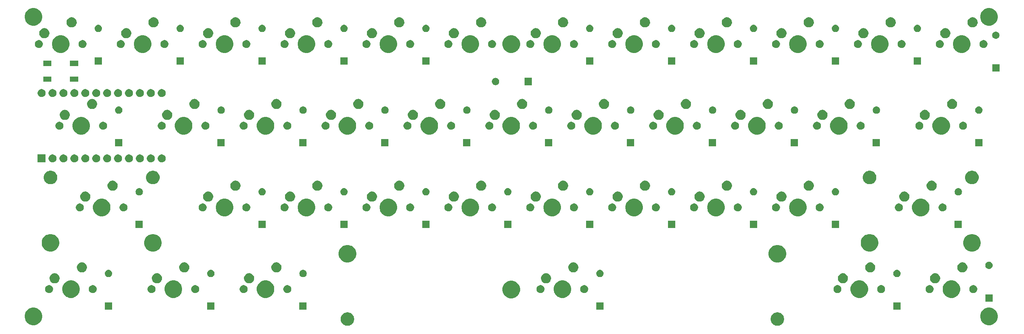
<source format=gbr>
G04 #@! TF.GenerationSoftware,KiCad,Pcbnew,(5.1.4)-1*
G04 #@! TF.CreationDate,2020-10-25T14:57:06-07:00*
G04 #@! TF.ProjectId,cheepcheep,63686565-7063-4686-9565-702e6b696361,rev?*
G04 #@! TF.SameCoordinates,Original*
G04 #@! TF.FileFunction,Soldermask,Bot*
G04 #@! TF.FilePolarity,Negative*
%FSLAX46Y46*%
G04 Gerber Fmt 4.6, Leading zero omitted, Abs format (unit mm)*
G04 Created by KiCad (PCBNEW (5.1.4)-1) date 2020-10-25 14:57:06*
%MOMM*%
%LPD*%
G04 APERTURE LIST*
%ADD10C,0.100000*%
G04 APERTURE END LIST*
D10*
G36*
X219337277Y-100682577D02*
G01*
X219528061Y-100720526D01*
X219646787Y-100769704D01*
X219814691Y-100839252D01*
X219814692Y-100839253D01*
X220072654Y-101011617D01*
X220292033Y-101230996D01*
X220345201Y-101310568D01*
X220464398Y-101488959D01*
X220522672Y-101629646D01*
X220583124Y-101775589D01*
X220588379Y-101802007D01*
X220643650Y-102079875D01*
X220643650Y-102390125D01*
X220583124Y-102694410D01*
X220464398Y-102981041D01*
X220464397Y-102981042D01*
X220292033Y-103239004D01*
X220072654Y-103458383D01*
X219902343Y-103572181D01*
X219814691Y-103630748D01*
X219646787Y-103700296D01*
X219528061Y-103749474D01*
X219375917Y-103779737D01*
X219223775Y-103810000D01*
X218913525Y-103810000D01*
X218761383Y-103779737D01*
X218609239Y-103749474D01*
X218490513Y-103700296D01*
X218322609Y-103630748D01*
X218234957Y-103572181D01*
X218064646Y-103458383D01*
X217845267Y-103239004D01*
X217672903Y-102981042D01*
X217672902Y-102981041D01*
X217554176Y-102694410D01*
X217493650Y-102390125D01*
X217493650Y-102079875D01*
X217548921Y-101802007D01*
X217554176Y-101775589D01*
X217614628Y-101629646D01*
X217672902Y-101488959D01*
X217792099Y-101310568D01*
X217845267Y-101230996D01*
X218064646Y-101011617D01*
X218322608Y-100839253D01*
X218322609Y-100839252D01*
X218490513Y-100769704D01*
X218609239Y-100720526D01*
X218800023Y-100682577D01*
X218913525Y-100660000D01*
X219223775Y-100660000D01*
X219337277Y-100682577D01*
X219337277Y-100682577D01*
G37*
G36*
X119337477Y-100682577D02*
G01*
X119528261Y-100720526D01*
X119646987Y-100769704D01*
X119814891Y-100839252D01*
X119814892Y-100839253D01*
X120072854Y-101011617D01*
X120292233Y-101230996D01*
X120345401Y-101310568D01*
X120464598Y-101488959D01*
X120522872Y-101629646D01*
X120583324Y-101775589D01*
X120588579Y-101802007D01*
X120643850Y-102079875D01*
X120643850Y-102390125D01*
X120583324Y-102694410D01*
X120464598Y-102981041D01*
X120464597Y-102981042D01*
X120292233Y-103239004D01*
X120072854Y-103458383D01*
X119902543Y-103572181D01*
X119814891Y-103630748D01*
X119646987Y-103700296D01*
X119528261Y-103749474D01*
X119376117Y-103779737D01*
X119223975Y-103810000D01*
X118913725Y-103810000D01*
X118761583Y-103779737D01*
X118609439Y-103749474D01*
X118490713Y-103700296D01*
X118322809Y-103630748D01*
X118235157Y-103572181D01*
X118064846Y-103458383D01*
X117845467Y-103239004D01*
X117673103Y-102981042D01*
X117673102Y-102981041D01*
X117554376Y-102694410D01*
X117493850Y-102390125D01*
X117493850Y-102079875D01*
X117549121Y-101802007D01*
X117554376Y-101775589D01*
X117614828Y-101629646D01*
X117673102Y-101488959D01*
X117792299Y-101310568D01*
X117845467Y-101230996D01*
X118064846Y-101011617D01*
X118322808Y-100839253D01*
X118322809Y-100839252D01*
X118490713Y-100769704D01*
X118609439Y-100720526D01*
X118800223Y-100682577D01*
X118913725Y-100660000D01*
X119223975Y-100660000D01*
X119337477Y-100682577D01*
X119337477Y-100682577D01*
G37*
G36*
X46635754Y-99627818D02*
G01*
X47009011Y-99782426D01*
X47009013Y-99782427D01*
X47344936Y-100006884D01*
X47630616Y-100292564D01*
X47854613Y-100627798D01*
X47855074Y-100628489D01*
X48009682Y-101001746D01*
X48088500Y-101397993D01*
X48088500Y-101802007D01*
X48009682Y-102198254D01*
X47897898Y-102468124D01*
X47855073Y-102571513D01*
X47630616Y-102907436D01*
X47344936Y-103193116D01*
X47009013Y-103417573D01*
X47009012Y-103417574D01*
X47009011Y-103417574D01*
X46635754Y-103572182D01*
X46239507Y-103651000D01*
X45835493Y-103651000D01*
X45439246Y-103572182D01*
X45065989Y-103417574D01*
X45065988Y-103417574D01*
X45065987Y-103417573D01*
X44730064Y-103193116D01*
X44444384Y-102907436D01*
X44219927Y-102571513D01*
X44177102Y-102468124D01*
X44065318Y-102198254D01*
X43986500Y-101802007D01*
X43986500Y-101397993D01*
X44065318Y-101001746D01*
X44219926Y-100628489D01*
X44220388Y-100627798D01*
X44444384Y-100292564D01*
X44730064Y-100006884D01*
X45065987Y-99782427D01*
X45065989Y-99782426D01*
X45439246Y-99627818D01*
X45835493Y-99549000D01*
X46239507Y-99549000D01*
X46635754Y-99627818D01*
X46635754Y-99627818D01*
G37*
G36*
X268885754Y-99627818D02*
G01*
X269259011Y-99782426D01*
X269259013Y-99782427D01*
X269594936Y-100006884D01*
X269880616Y-100292564D01*
X270104613Y-100627798D01*
X270105074Y-100628489D01*
X270259682Y-101001746D01*
X270338500Y-101397993D01*
X270338500Y-101802007D01*
X270259682Y-102198254D01*
X270147898Y-102468124D01*
X270105073Y-102571513D01*
X269880616Y-102907436D01*
X269594936Y-103193116D01*
X269259013Y-103417573D01*
X269259012Y-103417574D01*
X269259011Y-103417574D01*
X268885754Y-103572182D01*
X268489507Y-103651000D01*
X268085493Y-103651000D01*
X267689246Y-103572182D01*
X267315989Y-103417574D01*
X267315988Y-103417574D01*
X267315987Y-103417573D01*
X266980064Y-103193116D01*
X266694384Y-102907436D01*
X266469927Y-102571513D01*
X266427102Y-102468124D01*
X266315318Y-102198254D01*
X266236500Y-101802007D01*
X266236500Y-101397993D01*
X266315318Y-101001746D01*
X266469926Y-100628489D01*
X266470388Y-100627798D01*
X266694384Y-100292564D01*
X266980064Y-100006884D01*
X267315987Y-99782427D01*
X267315989Y-99782426D01*
X267689246Y-99627818D01*
X268085493Y-99549000D01*
X268489507Y-99549000D01*
X268885754Y-99627818D01*
X268885754Y-99627818D01*
G37*
G36*
X178651000Y-100069750D02*
G01*
X176949000Y-100069750D01*
X176949000Y-98367750D01*
X178651000Y-98367750D01*
X178651000Y-100069750D01*
X178651000Y-100069750D01*
G37*
G36*
X247707250Y-100069750D02*
G01*
X246005250Y-100069750D01*
X246005250Y-98367750D01*
X247707250Y-98367750D01*
X247707250Y-100069750D01*
X247707250Y-100069750D01*
G37*
G36*
X109594750Y-100069750D02*
G01*
X107892750Y-100069750D01*
X107892750Y-98367750D01*
X109594750Y-98367750D01*
X109594750Y-100069750D01*
X109594750Y-100069750D01*
G37*
G36*
X88163500Y-100069750D02*
G01*
X86461500Y-100069750D01*
X86461500Y-98367750D01*
X88163500Y-98367750D01*
X88163500Y-100069750D01*
X88163500Y-100069750D01*
G37*
G36*
X64351000Y-100069750D02*
G01*
X62649000Y-100069750D01*
X62649000Y-98367750D01*
X64351000Y-98367750D01*
X64351000Y-100069750D01*
X64351000Y-100069750D01*
G37*
G36*
X269138500Y-98164750D02*
G01*
X267436500Y-98164750D01*
X267436500Y-96462750D01*
X269138500Y-96462750D01*
X269138500Y-98164750D01*
X269138500Y-98164750D01*
G37*
G36*
X157760754Y-93365318D02*
G01*
X158134011Y-93519926D01*
X158134013Y-93519927D01*
X158469936Y-93744384D01*
X158755616Y-94030064D01*
X158979613Y-94365298D01*
X158980074Y-94365989D01*
X159134682Y-94739246D01*
X159213500Y-95135493D01*
X159213500Y-95539507D01*
X159134682Y-95935754D01*
X159035169Y-96176000D01*
X158980073Y-96309013D01*
X158755616Y-96644936D01*
X158469936Y-96930616D01*
X158134013Y-97155073D01*
X158134012Y-97155074D01*
X158134011Y-97155074D01*
X157760754Y-97309682D01*
X157364507Y-97388500D01*
X156960493Y-97388500D01*
X156564246Y-97309682D01*
X156190989Y-97155074D01*
X156190988Y-97155074D01*
X156190987Y-97155073D01*
X155855064Y-96930616D01*
X155569384Y-96644936D01*
X155344927Y-96309013D01*
X155289831Y-96176000D01*
X155190318Y-95935754D01*
X155111500Y-95539507D01*
X155111500Y-95135493D01*
X155190318Y-94739246D01*
X155344926Y-94365989D01*
X155345388Y-94365298D01*
X155569384Y-94030064D01*
X155855064Y-93744384D01*
X156190987Y-93519927D01*
X156190989Y-93519926D01*
X156564246Y-93365318D01*
X156960493Y-93286500D01*
X157364507Y-93286500D01*
X157760754Y-93365318D01*
X157760754Y-93365318D01*
G37*
G36*
X169665224Y-93283684D02*
G01*
X169862308Y-93365319D01*
X170037373Y-93437833D01*
X170372298Y-93661623D01*
X170657127Y-93946452D01*
X170880917Y-94281377D01*
X170913312Y-94359586D01*
X171035066Y-94653526D01*
X171113650Y-95048594D01*
X171113650Y-95451406D01*
X171035066Y-95846474D01*
X170984201Y-95969272D01*
X170880917Y-96218623D01*
X170657127Y-96553548D01*
X170372298Y-96838377D01*
X170037373Y-97062167D01*
X169935794Y-97104242D01*
X169665224Y-97216316D01*
X169270156Y-97294900D01*
X168867344Y-97294900D01*
X168472276Y-97216316D01*
X168201706Y-97104242D01*
X168100127Y-97062167D01*
X167765202Y-96838377D01*
X167480373Y-96553548D01*
X167256583Y-96218623D01*
X167153299Y-95969272D01*
X167102434Y-95846474D01*
X167023850Y-95451406D01*
X167023850Y-95048594D01*
X167102434Y-94653526D01*
X167224188Y-94359586D01*
X167256583Y-94281377D01*
X167480373Y-93946452D01*
X167765202Y-93661623D01*
X168100127Y-93437833D01*
X168275192Y-93365319D01*
X168472276Y-93283684D01*
X168867344Y-93205100D01*
X169270156Y-93205100D01*
X169665224Y-93283684D01*
X169665224Y-93283684D01*
G37*
G36*
X100608974Y-93283684D02*
G01*
X100806058Y-93365319D01*
X100981123Y-93437833D01*
X101316048Y-93661623D01*
X101600877Y-93946452D01*
X101824667Y-94281377D01*
X101857062Y-94359586D01*
X101978816Y-94653526D01*
X102057400Y-95048594D01*
X102057400Y-95451406D01*
X101978816Y-95846474D01*
X101927951Y-95969272D01*
X101824667Y-96218623D01*
X101600877Y-96553548D01*
X101316048Y-96838377D01*
X100981123Y-97062167D01*
X100879544Y-97104242D01*
X100608974Y-97216316D01*
X100213906Y-97294900D01*
X99811094Y-97294900D01*
X99416026Y-97216316D01*
X99145456Y-97104242D01*
X99043877Y-97062167D01*
X98708952Y-96838377D01*
X98424123Y-96553548D01*
X98200333Y-96218623D01*
X98097049Y-95969272D01*
X98046184Y-95846474D01*
X97967600Y-95451406D01*
X97967600Y-95048594D01*
X98046184Y-94653526D01*
X98167938Y-94359586D01*
X98200333Y-94281377D01*
X98424123Y-93946452D01*
X98708952Y-93661623D01*
X99043877Y-93437833D01*
X99218942Y-93365319D01*
X99416026Y-93283684D01*
X99811094Y-93205100D01*
X100213906Y-93205100D01*
X100608974Y-93283684D01*
X100608974Y-93283684D01*
G37*
G36*
X55365224Y-93283684D02*
G01*
X55562308Y-93365319D01*
X55737373Y-93437833D01*
X56072298Y-93661623D01*
X56357127Y-93946452D01*
X56580917Y-94281377D01*
X56613312Y-94359586D01*
X56735066Y-94653526D01*
X56813650Y-95048594D01*
X56813650Y-95451406D01*
X56735066Y-95846474D01*
X56684201Y-95969272D01*
X56580917Y-96218623D01*
X56357127Y-96553548D01*
X56072298Y-96838377D01*
X55737373Y-97062167D01*
X55635794Y-97104242D01*
X55365224Y-97216316D01*
X54970156Y-97294900D01*
X54567344Y-97294900D01*
X54172276Y-97216316D01*
X53901706Y-97104242D01*
X53800127Y-97062167D01*
X53465202Y-96838377D01*
X53180373Y-96553548D01*
X52956583Y-96218623D01*
X52853299Y-95969272D01*
X52802434Y-95846474D01*
X52723850Y-95451406D01*
X52723850Y-95048594D01*
X52802434Y-94653526D01*
X52924188Y-94359586D01*
X52956583Y-94281377D01*
X53180373Y-93946452D01*
X53465202Y-93661623D01*
X53800127Y-93437833D01*
X53975192Y-93365319D01*
X54172276Y-93283684D01*
X54567344Y-93205100D01*
X54970156Y-93205100D01*
X55365224Y-93283684D01*
X55365224Y-93283684D01*
G37*
G36*
X238721474Y-93283684D02*
G01*
X238918558Y-93365319D01*
X239093623Y-93437833D01*
X239428548Y-93661623D01*
X239713377Y-93946452D01*
X239937167Y-94281377D01*
X239969562Y-94359586D01*
X240091316Y-94653526D01*
X240169900Y-95048594D01*
X240169900Y-95451406D01*
X240091316Y-95846474D01*
X240040451Y-95969272D01*
X239937167Y-96218623D01*
X239713377Y-96553548D01*
X239428548Y-96838377D01*
X239093623Y-97062167D01*
X238992044Y-97104242D01*
X238721474Y-97216316D01*
X238326406Y-97294900D01*
X237923594Y-97294900D01*
X237528526Y-97216316D01*
X237257956Y-97104242D01*
X237156377Y-97062167D01*
X236821452Y-96838377D01*
X236536623Y-96553548D01*
X236312833Y-96218623D01*
X236209549Y-95969272D01*
X236158684Y-95846474D01*
X236080100Y-95451406D01*
X236080100Y-95048594D01*
X236158684Y-94653526D01*
X236280438Y-94359586D01*
X236312833Y-94281377D01*
X236536623Y-93946452D01*
X236821452Y-93661623D01*
X237156377Y-93437833D01*
X237331442Y-93365319D01*
X237528526Y-93283684D01*
X237923594Y-93205100D01*
X238326406Y-93205100D01*
X238721474Y-93283684D01*
X238721474Y-93283684D01*
G37*
G36*
X260152724Y-93283684D02*
G01*
X260349808Y-93365319D01*
X260524873Y-93437833D01*
X260859798Y-93661623D01*
X261144627Y-93946452D01*
X261368417Y-94281377D01*
X261400812Y-94359586D01*
X261522566Y-94653526D01*
X261601150Y-95048594D01*
X261601150Y-95451406D01*
X261522566Y-95846474D01*
X261471701Y-95969272D01*
X261368417Y-96218623D01*
X261144627Y-96553548D01*
X260859798Y-96838377D01*
X260524873Y-97062167D01*
X260423294Y-97104242D01*
X260152724Y-97216316D01*
X259757656Y-97294900D01*
X259354844Y-97294900D01*
X258959776Y-97216316D01*
X258689206Y-97104242D01*
X258587627Y-97062167D01*
X258252702Y-96838377D01*
X257967873Y-96553548D01*
X257744083Y-96218623D01*
X257640799Y-95969272D01*
X257589934Y-95846474D01*
X257511350Y-95451406D01*
X257511350Y-95048594D01*
X257589934Y-94653526D01*
X257711688Y-94359586D01*
X257744083Y-94281377D01*
X257967873Y-93946452D01*
X258252702Y-93661623D01*
X258587627Y-93437833D01*
X258762692Y-93365319D01*
X258959776Y-93283684D01*
X259354844Y-93205100D01*
X259757656Y-93205100D01*
X260152724Y-93283684D01*
X260152724Y-93283684D01*
G37*
G36*
X79177724Y-93283684D02*
G01*
X79374808Y-93365319D01*
X79549873Y-93437833D01*
X79884798Y-93661623D01*
X80169627Y-93946452D01*
X80393417Y-94281377D01*
X80425812Y-94359586D01*
X80547566Y-94653526D01*
X80626150Y-95048594D01*
X80626150Y-95451406D01*
X80547566Y-95846474D01*
X80496701Y-95969272D01*
X80393417Y-96218623D01*
X80169627Y-96553548D01*
X79884798Y-96838377D01*
X79549873Y-97062167D01*
X79448294Y-97104242D01*
X79177724Y-97216316D01*
X78782656Y-97294900D01*
X78379844Y-97294900D01*
X77984776Y-97216316D01*
X77714206Y-97104242D01*
X77612627Y-97062167D01*
X77277702Y-96838377D01*
X76992873Y-96553548D01*
X76769083Y-96218623D01*
X76665799Y-95969272D01*
X76614934Y-95846474D01*
X76536350Y-95451406D01*
X76536350Y-95048594D01*
X76614934Y-94653526D01*
X76736688Y-94359586D01*
X76769083Y-94281377D01*
X76992873Y-93946452D01*
X77277702Y-93661623D01*
X77612627Y-93437833D01*
X77787692Y-93365319D01*
X77984776Y-93283684D01*
X78379844Y-93205100D01*
X78782656Y-93205100D01*
X79177724Y-93283684D01*
X79177724Y-93283684D01*
G37*
G36*
X243475104Y-94359585D02*
G01*
X243643626Y-94429389D01*
X243795291Y-94530728D01*
X243924272Y-94659709D01*
X244025611Y-94811374D01*
X244095415Y-94979896D01*
X244131000Y-95158797D01*
X244131000Y-95341203D01*
X244095415Y-95520104D01*
X244025611Y-95688626D01*
X243924272Y-95840291D01*
X243795291Y-95969272D01*
X243643626Y-96070611D01*
X243475104Y-96140415D01*
X243296203Y-96176000D01*
X243113797Y-96176000D01*
X242934896Y-96140415D01*
X242766374Y-96070611D01*
X242614709Y-95969272D01*
X242485728Y-95840291D01*
X242384389Y-95688626D01*
X242314585Y-95520104D01*
X242279000Y-95341203D01*
X242279000Y-95158797D01*
X242314585Y-94979896D01*
X242384389Y-94811374D01*
X242485728Y-94659709D01*
X242614709Y-94530728D01*
X242766374Y-94429389D01*
X242934896Y-94359585D01*
X243113797Y-94324000D01*
X243296203Y-94324000D01*
X243475104Y-94359585D01*
X243475104Y-94359585D01*
G37*
G36*
X254746354Y-94359585D02*
G01*
X254914876Y-94429389D01*
X255066541Y-94530728D01*
X255195522Y-94659709D01*
X255296861Y-94811374D01*
X255366665Y-94979896D01*
X255402250Y-95158797D01*
X255402250Y-95341203D01*
X255366665Y-95520104D01*
X255296861Y-95688626D01*
X255195522Y-95840291D01*
X255066541Y-95969272D01*
X254914876Y-96070611D01*
X254746354Y-96140415D01*
X254567453Y-96176000D01*
X254385047Y-96176000D01*
X254206146Y-96140415D01*
X254037624Y-96070611D01*
X253885959Y-95969272D01*
X253756978Y-95840291D01*
X253655639Y-95688626D01*
X253585835Y-95520104D01*
X253550250Y-95341203D01*
X253550250Y-95158797D01*
X253585835Y-94979896D01*
X253655639Y-94811374D01*
X253756978Y-94659709D01*
X253885959Y-94530728D01*
X254037624Y-94429389D01*
X254206146Y-94359585D01*
X254385047Y-94324000D01*
X254567453Y-94324000D01*
X254746354Y-94359585D01*
X254746354Y-94359585D01*
G37*
G36*
X264906354Y-94359585D02*
G01*
X265074876Y-94429389D01*
X265226541Y-94530728D01*
X265355522Y-94659709D01*
X265456861Y-94811374D01*
X265526665Y-94979896D01*
X265562250Y-95158797D01*
X265562250Y-95341203D01*
X265526665Y-95520104D01*
X265456861Y-95688626D01*
X265355522Y-95840291D01*
X265226541Y-95969272D01*
X265074876Y-96070611D01*
X264906354Y-96140415D01*
X264727453Y-96176000D01*
X264545047Y-96176000D01*
X264366146Y-96140415D01*
X264197624Y-96070611D01*
X264045959Y-95969272D01*
X263916978Y-95840291D01*
X263815639Y-95688626D01*
X263745835Y-95520104D01*
X263710250Y-95341203D01*
X263710250Y-95158797D01*
X263745835Y-94979896D01*
X263815639Y-94811374D01*
X263916978Y-94659709D01*
X264045959Y-94530728D01*
X264197624Y-94429389D01*
X264366146Y-94359585D01*
X264545047Y-94324000D01*
X264727453Y-94324000D01*
X264906354Y-94359585D01*
X264906354Y-94359585D01*
G37*
G36*
X73771354Y-94359585D02*
G01*
X73939876Y-94429389D01*
X74091541Y-94530728D01*
X74220522Y-94659709D01*
X74321861Y-94811374D01*
X74391665Y-94979896D01*
X74427250Y-95158797D01*
X74427250Y-95341203D01*
X74391665Y-95520104D01*
X74321861Y-95688626D01*
X74220522Y-95840291D01*
X74091541Y-95969272D01*
X73939876Y-96070611D01*
X73771354Y-96140415D01*
X73592453Y-96176000D01*
X73410047Y-96176000D01*
X73231146Y-96140415D01*
X73062624Y-96070611D01*
X72910959Y-95969272D01*
X72781978Y-95840291D01*
X72680639Y-95688626D01*
X72610835Y-95520104D01*
X72575250Y-95341203D01*
X72575250Y-95158797D01*
X72610835Y-94979896D01*
X72680639Y-94811374D01*
X72781978Y-94659709D01*
X72910959Y-94530728D01*
X73062624Y-94429389D01*
X73231146Y-94359585D01*
X73410047Y-94324000D01*
X73592453Y-94324000D01*
X73771354Y-94359585D01*
X73771354Y-94359585D01*
G37*
G36*
X83931354Y-94359585D02*
G01*
X84099876Y-94429389D01*
X84251541Y-94530728D01*
X84380522Y-94659709D01*
X84481861Y-94811374D01*
X84551665Y-94979896D01*
X84587250Y-95158797D01*
X84587250Y-95341203D01*
X84551665Y-95520104D01*
X84481861Y-95688626D01*
X84380522Y-95840291D01*
X84251541Y-95969272D01*
X84099876Y-96070611D01*
X83931354Y-96140415D01*
X83752453Y-96176000D01*
X83570047Y-96176000D01*
X83391146Y-96140415D01*
X83222624Y-96070611D01*
X83070959Y-95969272D01*
X82941978Y-95840291D01*
X82840639Y-95688626D01*
X82770835Y-95520104D01*
X82735250Y-95341203D01*
X82735250Y-95158797D01*
X82770835Y-94979896D01*
X82840639Y-94811374D01*
X82941978Y-94659709D01*
X83070959Y-94530728D01*
X83222624Y-94429389D01*
X83391146Y-94359585D01*
X83570047Y-94324000D01*
X83752453Y-94324000D01*
X83931354Y-94359585D01*
X83931354Y-94359585D01*
G37*
G36*
X49958854Y-94359585D02*
G01*
X50127376Y-94429389D01*
X50279041Y-94530728D01*
X50408022Y-94659709D01*
X50509361Y-94811374D01*
X50579165Y-94979896D01*
X50614750Y-95158797D01*
X50614750Y-95341203D01*
X50579165Y-95520104D01*
X50509361Y-95688626D01*
X50408022Y-95840291D01*
X50279041Y-95969272D01*
X50127376Y-96070611D01*
X49958854Y-96140415D01*
X49779953Y-96176000D01*
X49597547Y-96176000D01*
X49418646Y-96140415D01*
X49250124Y-96070611D01*
X49098459Y-95969272D01*
X48969478Y-95840291D01*
X48868139Y-95688626D01*
X48798335Y-95520104D01*
X48762750Y-95341203D01*
X48762750Y-95158797D01*
X48798335Y-94979896D01*
X48868139Y-94811374D01*
X48969478Y-94659709D01*
X49098459Y-94530728D01*
X49250124Y-94429389D01*
X49418646Y-94359585D01*
X49597547Y-94324000D01*
X49779953Y-94324000D01*
X49958854Y-94359585D01*
X49958854Y-94359585D01*
G37*
G36*
X233315104Y-94359585D02*
G01*
X233483626Y-94429389D01*
X233635291Y-94530728D01*
X233764272Y-94659709D01*
X233865611Y-94811374D01*
X233935415Y-94979896D01*
X233971000Y-95158797D01*
X233971000Y-95341203D01*
X233935415Y-95520104D01*
X233865611Y-95688626D01*
X233764272Y-95840291D01*
X233635291Y-95969272D01*
X233483626Y-96070611D01*
X233315104Y-96140415D01*
X233136203Y-96176000D01*
X232953797Y-96176000D01*
X232774896Y-96140415D01*
X232606374Y-96070611D01*
X232454709Y-95969272D01*
X232325728Y-95840291D01*
X232224389Y-95688626D01*
X232154585Y-95520104D01*
X232119000Y-95341203D01*
X232119000Y-95158797D01*
X232154585Y-94979896D01*
X232224389Y-94811374D01*
X232325728Y-94659709D01*
X232454709Y-94530728D01*
X232606374Y-94429389D01*
X232774896Y-94359585D01*
X232953797Y-94324000D01*
X233136203Y-94324000D01*
X233315104Y-94359585D01*
X233315104Y-94359585D01*
G37*
G36*
X95202604Y-94359585D02*
G01*
X95371126Y-94429389D01*
X95522791Y-94530728D01*
X95651772Y-94659709D01*
X95753111Y-94811374D01*
X95822915Y-94979896D01*
X95858500Y-95158797D01*
X95858500Y-95341203D01*
X95822915Y-95520104D01*
X95753111Y-95688626D01*
X95651772Y-95840291D01*
X95522791Y-95969272D01*
X95371126Y-96070611D01*
X95202604Y-96140415D01*
X95023703Y-96176000D01*
X94841297Y-96176000D01*
X94662396Y-96140415D01*
X94493874Y-96070611D01*
X94342209Y-95969272D01*
X94213228Y-95840291D01*
X94111889Y-95688626D01*
X94042085Y-95520104D01*
X94006500Y-95341203D01*
X94006500Y-95158797D01*
X94042085Y-94979896D01*
X94111889Y-94811374D01*
X94213228Y-94659709D01*
X94342209Y-94530728D01*
X94493874Y-94429389D01*
X94662396Y-94359585D01*
X94841297Y-94324000D01*
X95023703Y-94324000D01*
X95202604Y-94359585D01*
X95202604Y-94359585D01*
G37*
G36*
X105362604Y-94359585D02*
G01*
X105531126Y-94429389D01*
X105682791Y-94530728D01*
X105811772Y-94659709D01*
X105913111Y-94811374D01*
X105982915Y-94979896D01*
X106018500Y-95158797D01*
X106018500Y-95341203D01*
X105982915Y-95520104D01*
X105913111Y-95688626D01*
X105811772Y-95840291D01*
X105682791Y-95969272D01*
X105531126Y-96070611D01*
X105362604Y-96140415D01*
X105183703Y-96176000D01*
X105001297Y-96176000D01*
X104822396Y-96140415D01*
X104653874Y-96070611D01*
X104502209Y-95969272D01*
X104373228Y-95840291D01*
X104271889Y-95688626D01*
X104202085Y-95520104D01*
X104166500Y-95341203D01*
X104166500Y-95158797D01*
X104202085Y-94979896D01*
X104271889Y-94811374D01*
X104373228Y-94659709D01*
X104502209Y-94530728D01*
X104653874Y-94429389D01*
X104822396Y-94359585D01*
X105001297Y-94324000D01*
X105183703Y-94324000D01*
X105362604Y-94359585D01*
X105362604Y-94359585D01*
G37*
G36*
X174418854Y-94359585D02*
G01*
X174587376Y-94429389D01*
X174739041Y-94530728D01*
X174868022Y-94659709D01*
X174969361Y-94811374D01*
X175039165Y-94979896D01*
X175074750Y-95158797D01*
X175074750Y-95341203D01*
X175039165Y-95520104D01*
X174969361Y-95688626D01*
X174868022Y-95840291D01*
X174739041Y-95969272D01*
X174587376Y-96070611D01*
X174418854Y-96140415D01*
X174239953Y-96176000D01*
X174057547Y-96176000D01*
X173878646Y-96140415D01*
X173710124Y-96070611D01*
X173558459Y-95969272D01*
X173429478Y-95840291D01*
X173328139Y-95688626D01*
X173258335Y-95520104D01*
X173222750Y-95341203D01*
X173222750Y-95158797D01*
X173258335Y-94979896D01*
X173328139Y-94811374D01*
X173429478Y-94659709D01*
X173558459Y-94530728D01*
X173710124Y-94429389D01*
X173878646Y-94359585D01*
X174057547Y-94324000D01*
X174239953Y-94324000D01*
X174418854Y-94359585D01*
X174418854Y-94359585D01*
G37*
G36*
X164258854Y-94359585D02*
G01*
X164427376Y-94429389D01*
X164579041Y-94530728D01*
X164708022Y-94659709D01*
X164809361Y-94811374D01*
X164879165Y-94979896D01*
X164914750Y-95158797D01*
X164914750Y-95341203D01*
X164879165Y-95520104D01*
X164809361Y-95688626D01*
X164708022Y-95840291D01*
X164579041Y-95969272D01*
X164427376Y-96070611D01*
X164258854Y-96140415D01*
X164079953Y-96176000D01*
X163897547Y-96176000D01*
X163718646Y-96140415D01*
X163550124Y-96070611D01*
X163398459Y-95969272D01*
X163269478Y-95840291D01*
X163168139Y-95688626D01*
X163098335Y-95520104D01*
X163062750Y-95341203D01*
X163062750Y-95158797D01*
X163098335Y-94979896D01*
X163168139Y-94811374D01*
X163269478Y-94659709D01*
X163398459Y-94530728D01*
X163550124Y-94429389D01*
X163718646Y-94359585D01*
X163897547Y-94324000D01*
X164079953Y-94324000D01*
X164258854Y-94359585D01*
X164258854Y-94359585D01*
G37*
G36*
X60118854Y-94359585D02*
G01*
X60287376Y-94429389D01*
X60439041Y-94530728D01*
X60568022Y-94659709D01*
X60669361Y-94811374D01*
X60739165Y-94979896D01*
X60774750Y-95158797D01*
X60774750Y-95341203D01*
X60739165Y-95520104D01*
X60669361Y-95688626D01*
X60568022Y-95840291D01*
X60439041Y-95969272D01*
X60287376Y-96070611D01*
X60118854Y-96140415D01*
X59939953Y-96176000D01*
X59757547Y-96176000D01*
X59578646Y-96140415D01*
X59410124Y-96070611D01*
X59258459Y-95969272D01*
X59129478Y-95840291D01*
X59028139Y-95688626D01*
X58958335Y-95520104D01*
X58922750Y-95341203D01*
X58922750Y-95158797D01*
X58958335Y-94979896D01*
X59028139Y-94811374D01*
X59129478Y-94659709D01*
X59258459Y-94530728D01*
X59410124Y-94429389D01*
X59578646Y-94359585D01*
X59757547Y-94324000D01*
X59939953Y-94324000D01*
X60118854Y-94359585D01*
X60118854Y-94359585D01*
G37*
G36*
X165450310Y-91549064D02*
G01*
X165601777Y-91579193D01*
X165815795Y-91667842D01*
X165815796Y-91667843D01*
X166008404Y-91796539D01*
X166172211Y-91960346D01*
X166248036Y-92073826D01*
X166300908Y-92152955D01*
X166389557Y-92366973D01*
X166434750Y-92594174D01*
X166434750Y-92825826D01*
X166389557Y-93053027D01*
X166300908Y-93267045D01*
X166258008Y-93331249D01*
X166172211Y-93459654D01*
X166008404Y-93623461D01*
X165951290Y-93661623D01*
X165815795Y-93752158D01*
X165601777Y-93840807D01*
X165450310Y-93870936D01*
X165374577Y-93886000D01*
X165142923Y-93886000D01*
X165067190Y-93870936D01*
X164915723Y-93840807D01*
X164701705Y-93752158D01*
X164566210Y-93661623D01*
X164509096Y-93623461D01*
X164345289Y-93459654D01*
X164259492Y-93331249D01*
X164216592Y-93267045D01*
X164127943Y-93053027D01*
X164082750Y-92825826D01*
X164082750Y-92594174D01*
X164127943Y-92366973D01*
X164216592Y-92152955D01*
X164269464Y-92073826D01*
X164345289Y-91960346D01*
X164509096Y-91796539D01*
X164701704Y-91667843D01*
X164701705Y-91667842D01*
X164915723Y-91579193D01*
X165067190Y-91549064D01*
X165142923Y-91534000D01*
X165374577Y-91534000D01*
X165450310Y-91549064D01*
X165450310Y-91549064D01*
G37*
G36*
X74962810Y-91549064D02*
G01*
X75114277Y-91579193D01*
X75328295Y-91667842D01*
X75328296Y-91667843D01*
X75520904Y-91796539D01*
X75684711Y-91960346D01*
X75760536Y-92073826D01*
X75813408Y-92152955D01*
X75902057Y-92366973D01*
X75947250Y-92594174D01*
X75947250Y-92825826D01*
X75902057Y-93053027D01*
X75813408Y-93267045D01*
X75770508Y-93331249D01*
X75684711Y-93459654D01*
X75520904Y-93623461D01*
X75463790Y-93661623D01*
X75328295Y-93752158D01*
X75114277Y-93840807D01*
X74962810Y-93870936D01*
X74887077Y-93886000D01*
X74655423Y-93886000D01*
X74579690Y-93870936D01*
X74428223Y-93840807D01*
X74214205Y-93752158D01*
X74078710Y-93661623D01*
X74021596Y-93623461D01*
X73857789Y-93459654D01*
X73771992Y-93331249D01*
X73729092Y-93267045D01*
X73640443Y-93053027D01*
X73595250Y-92825826D01*
X73595250Y-92594174D01*
X73640443Y-92366973D01*
X73729092Y-92152955D01*
X73781964Y-92073826D01*
X73857789Y-91960346D01*
X74021596Y-91796539D01*
X74214204Y-91667843D01*
X74214205Y-91667842D01*
X74428223Y-91579193D01*
X74579690Y-91549064D01*
X74655423Y-91534000D01*
X74887077Y-91534000D01*
X74962810Y-91549064D01*
X74962810Y-91549064D01*
G37*
G36*
X51150310Y-91549064D02*
G01*
X51301777Y-91579193D01*
X51515795Y-91667842D01*
X51515796Y-91667843D01*
X51708404Y-91796539D01*
X51872211Y-91960346D01*
X51948036Y-92073826D01*
X52000908Y-92152955D01*
X52089557Y-92366973D01*
X52134750Y-92594174D01*
X52134750Y-92825826D01*
X52089557Y-93053027D01*
X52000908Y-93267045D01*
X51958008Y-93331249D01*
X51872211Y-93459654D01*
X51708404Y-93623461D01*
X51651290Y-93661623D01*
X51515795Y-93752158D01*
X51301777Y-93840807D01*
X51150310Y-93870936D01*
X51074577Y-93886000D01*
X50842923Y-93886000D01*
X50767190Y-93870936D01*
X50615723Y-93840807D01*
X50401705Y-93752158D01*
X50266210Y-93661623D01*
X50209096Y-93623461D01*
X50045289Y-93459654D01*
X49959492Y-93331249D01*
X49916592Y-93267045D01*
X49827943Y-93053027D01*
X49782750Y-92825826D01*
X49782750Y-92594174D01*
X49827943Y-92366973D01*
X49916592Y-92152955D01*
X49969464Y-92073826D01*
X50045289Y-91960346D01*
X50209096Y-91796539D01*
X50401704Y-91667843D01*
X50401705Y-91667842D01*
X50615723Y-91579193D01*
X50767190Y-91549064D01*
X50842923Y-91534000D01*
X51074577Y-91534000D01*
X51150310Y-91549064D01*
X51150310Y-91549064D01*
G37*
G36*
X96394060Y-91549064D02*
G01*
X96545527Y-91579193D01*
X96759545Y-91667842D01*
X96759546Y-91667843D01*
X96952154Y-91796539D01*
X97115961Y-91960346D01*
X97191786Y-92073826D01*
X97244658Y-92152955D01*
X97333307Y-92366973D01*
X97378500Y-92594174D01*
X97378500Y-92825826D01*
X97333307Y-93053027D01*
X97244658Y-93267045D01*
X97201758Y-93331249D01*
X97115961Y-93459654D01*
X96952154Y-93623461D01*
X96895040Y-93661623D01*
X96759545Y-93752158D01*
X96545527Y-93840807D01*
X96394060Y-93870936D01*
X96318327Y-93886000D01*
X96086673Y-93886000D01*
X96010940Y-93870936D01*
X95859473Y-93840807D01*
X95645455Y-93752158D01*
X95509960Y-93661623D01*
X95452846Y-93623461D01*
X95289039Y-93459654D01*
X95203242Y-93331249D01*
X95160342Y-93267045D01*
X95071693Y-93053027D01*
X95026500Y-92825826D01*
X95026500Y-92594174D01*
X95071693Y-92366973D01*
X95160342Y-92152955D01*
X95213214Y-92073826D01*
X95289039Y-91960346D01*
X95452846Y-91796539D01*
X95645454Y-91667843D01*
X95645455Y-91667842D01*
X95859473Y-91579193D01*
X96010940Y-91549064D01*
X96086673Y-91534000D01*
X96318327Y-91534000D01*
X96394060Y-91549064D01*
X96394060Y-91549064D01*
G37*
G36*
X255937810Y-91549064D02*
G01*
X256089277Y-91579193D01*
X256303295Y-91667842D01*
X256303296Y-91667843D01*
X256495904Y-91796539D01*
X256659711Y-91960346D01*
X256735536Y-92073826D01*
X256788408Y-92152955D01*
X256877057Y-92366973D01*
X256922250Y-92594174D01*
X256922250Y-92825826D01*
X256877057Y-93053027D01*
X256788408Y-93267045D01*
X256745508Y-93331249D01*
X256659711Y-93459654D01*
X256495904Y-93623461D01*
X256438790Y-93661623D01*
X256303295Y-93752158D01*
X256089277Y-93840807D01*
X255937810Y-93870936D01*
X255862077Y-93886000D01*
X255630423Y-93886000D01*
X255554690Y-93870936D01*
X255403223Y-93840807D01*
X255189205Y-93752158D01*
X255053710Y-93661623D01*
X254996596Y-93623461D01*
X254832789Y-93459654D01*
X254746992Y-93331249D01*
X254704092Y-93267045D01*
X254615443Y-93053027D01*
X254570250Y-92825826D01*
X254570250Y-92594174D01*
X254615443Y-92366973D01*
X254704092Y-92152955D01*
X254756964Y-92073826D01*
X254832789Y-91960346D01*
X254996596Y-91796539D01*
X255189204Y-91667843D01*
X255189205Y-91667842D01*
X255403223Y-91579193D01*
X255554690Y-91549064D01*
X255630423Y-91534000D01*
X255862077Y-91534000D01*
X255937810Y-91549064D01*
X255937810Y-91549064D01*
G37*
G36*
X234506560Y-91549064D02*
G01*
X234658027Y-91579193D01*
X234872045Y-91667842D01*
X234872046Y-91667843D01*
X235064654Y-91796539D01*
X235228461Y-91960346D01*
X235304286Y-92073826D01*
X235357158Y-92152955D01*
X235445807Y-92366973D01*
X235491000Y-92594174D01*
X235491000Y-92825826D01*
X235445807Y-93053027D01*
X235357158Y-93267045D01*
X235314258Y-93331249D01*
X235228461Y-93459654D01*
X235064654Y-93623461D01*
X235007540Y-93661623D01*
X234872045Y-93752158D01*
X234658027Y-93840807D01*
X234506560Y-93870936D01*
X234430827Y-93886000D01*
X234199173Y-93886000D01*
X234123440Y-93870936D01*
X233971973Y-93840807D01*
X233757955Y-93752158D01*
X233622460Y-93661623D01*
X233565346Y-93623461D01*
X233401539Y-93459654D01*
X233315742Y-93331249D01*
X233272842Y-93267045D01*
X233184193Y-93053027D01*
X233139000Y-92825826D01*
X233139000Y-92594174D01*
X233184193Y-92366973D01*
X233272842Y-92152955D01*
X233325714Y-92073826D01*
X233401539Y-91960346D01*
X233565346Y-91796539D01*
X233757954Y-91667843D01*
X233757955Y-91667842D01*
X233971973Y-91579193D01*
X234123440Y-91549064D01*
X234199173Y-91534000D01*
X234430827Y-91534000D01*
X234506560Y-91549064D01*
X234506560Y-91549064D01*
G37*
G36*
X63666823Y-90760063D02*
G01*
X63827242Y-90808726D01*
X63959906Y-90879636D01*
X63975078Y-90887746D01*
X64104659Y-90994091D01*
X64211004Y-91123672D01*
X64211005Y-91123674D01*
X64290024Y-91271508D01*
X64338687Y-91431927D01*
X64355117Y-91598750D01*
X64338687Y-91765573D01*
X64290024Y-91925992D01*
X64271662Y-91960344D01*
X64211004Y-92073828D01*
X64104659Y-92203409D01*
X63975078Y-92309754D01*
X63975076Y-92309755D01*
X63827242Y-92388774D01*
X63666823Y-92437437D01*
X63541804Y-92449750D01*
X63458196Y-92449750D01*
X63333177Y-92437437D01*
X63172758Y-92388774D01*
X63024924Y-92309755D01*
X63024922Y-92309754D01*
X62895341Y-92203409D01*
X62788996Y-92073828D01*
X62728338Y-91960344D01*
X62709976Y-91925992D01*
X62661313Y-91765573D01*
X62644883Y-91598750D01*
X62661313Y-91431927D01*
X62709976Y-91271508D01*
X62788995Y-91123674D01*
X62788996Y-91123672D01*
X62895341Y-90994091D01*
X63024922Y-90887746D01*
X63040094Y-90879636D01*
X63172758Y-90808726D01*
X63333177Y-90760063D01*
X63458196Y-90747750D01*
X63541804Y-90747750D01*
X63666823Y-90760063D01*
X63666823Y-90760063D01*
G37*
G36*
X247023073Y-90760063D02*
G01*
X247183492Y-90808726D01*
X247316156Y-90879636D01*
X247331328Y-90887746D01*
X247460909Y-90994091D01*
X247567254Y-91123672D01*
X247567255Y-91123674D01*
X247646274Y-91271508D01*
X247694937Y-91431927D01*
X247711367Y-91598750D01*
X247694937Y-91765573D01*
X247646274Y-91925992D01*
X247627912Y-91960344D01*
X247567254Y-92073828D01*
X247460909Y-92203409D01*
X247331328Y-92309754D01*
X247331326Y-92309755D01*
X247183492Y-92388774D01*
X247023073Y-92437437D01*
X246898054Y-92449750D01*
X246814446Y-92449750D01*
X246689427Y-92437437D01*
X246529008Y-92388774D01*
X246381174Y-92309755D01*
X246381172Y-92309754D01*
X246251591Y-92203409D01*
X246145246Y-92073828D01*
X246084588Y-91960344D01*
X246066226Y-91925992D01*
X246017563Y-91765573D01*
X246001133Y-91598750D01*
X246017563Y-91431927D01*
X246066226Y-91271508D01*
X246145245Y-91123674D01*
X246145246Y-91123672D01*
X246251591Y-90994091D01*
X246381172Y-90887746D01*
X246396344Y-90879636D01*
X246529008Y-90808726D01*
X246689427Y-90760063D01*
X246814446Y-90747750D01*
X246898054Y-90747750D01*
X247023073Y-90760063D01*
X247023073Y-90760063D01*
G37*
G36*
X177966823Y-90760063D02*
G01*
X178127242Y-90808726D01*
X178259906Y-90879636D01*
X178275078Y-90887746D01*
X178404659Y-90994091D01*
X178511004Y-91123672D01*
X178511005Y-91123674D01*
X178590024Y-91271508D01*
X178638687Y-91431927D01*
X178655117Y-91598750D01*
X178638687Y-91765573D01*
X178590024Y-91925992D01*
X178571662Y-91960344D01*
X178511004Y-92073828D01*
X178404659Y-92203409D01*
X178275078Y-92309754D01*
X178275076Y-92309755D01*
X178127242Y-92388774D01*
X177966823Y-92437437D01*
X177841804Y-92449750D01*
X177758196Y-92449750D01*
X177633177Y-92437437D01*
X177472758Y-92388774D01*
X177324924Y-92309755D01*
X177324922Y-92309754D01*
X177195341Y-92203409D01*
X177088996Y-92073828D01*
X177028338Y-91960344D01*
X177009976Y-91925992D01*
X176961313Y-91765573D01*
X176944883Y-91598750D01*
X176961313Y-91431927D01*
X177009976Y-91271508D01*
X177088995Y-91123674D01*
X177088996Y-91123672D01*
X177195341Y-90994091D01*
X177324922Y-90887746D01*
X177340094Y-90879636D01*
X177472758Y-90808726D01*
X177633177Y-90760063D01*
X177758196Y-90747750D01*
X177841804Y-90747750D01*
X177966823Y-90760063D01*
X177966823Y-90760063D01*
G37*
G36*
X87479323Y-90760063D02*
G01*
X87639742Y-90808726D01*
X87772406Y-90879636D01*
X87787578Y-90887746D01*
X87917159Y-90994091D01*
X88023504Y-91123672D01*
X88023505Y-91123674D01*
X88102524Y-91271508D01*
X88151187Y-91431927D01*
X88167617Y-91598750D01*
X88151187Y-91765573D01*
X88102524Y-91925992D01*
X88084162Y-91960344D01*
X88023504Y-92073828D01*
X87917159Y-92203409D01*
X87787578Y-92309754D01*
X87787576Y-92309755D01*
X87639742Y-92388774D01*
X87479323Y-92437437D01*
X87354304Y-92449750D01*
X87270696Y-92449750D01*
X87145677Y-92437437D01*
X86985258Y-92388774D01*
X86837424Y-92309755D01*
X86837422Y-92309754D01*
X86707841Y-92203409D01*
X86601496Y-92073828D01*
X86540838Y-91960344D01*
X86522476Y-91925992D01*
X86473813Y-91765573D01*
X86457383Y-91598750D01*
X86473813Y-91431927D01*
X86522476Y-91271508D01*
X86601495Y-91123674D01*
X86601496Y-91123672D01*
X86707841Y-90994091D01*
X86837422Y-90887746D01*
X86852594Y-90879636D01*
X86985258Y-90808726D01*
X87145677Y-90760063D01*
X87270696Y-90747750D01*
X87354304Y-90747750D01*
X87479323Y-90760063D01*
X87479323Y-90760063D01*
G37*
G36*
X108910573Y-90760063D02*
G01*
X109070992Y-90808726D01*
X109203656Y-90879636D01*
X109218828Y-90887746D01*
X109348409Y-90994091D01*
X109454754Y-91123672D01*
X109454755Y-91123674D01*
X109533774Y-91271508D01*
X109582437Y-91431927D01*
X109598867Y-91598750D01*
X109582437Y-91765573D01*
X109533774Y-91925992D01*
X109515412Y-91960344D01*
X109454754Y-92073828D01*
X109348409Y-92203409D01*
X109218828Y-92309754D01*
X109218826Y-92309755D01*
X109070992Y-92388774D01*
X108910573Y-92437437D01*
X108785554Y-92449750D01*
X108701946Y-92449750D01*
X108576927Y-92437437D01*
X108416508Y-92388774D01*
X108268674Y-92309755D01*
X108268672Y-92309754D01*
X108139091Y-92203409D01*
X108032746Y-92073828D01*
X107972088Y-91960344D01*
X107953726Y-91925992D01*
X107905063Y-91765573D01*
X107888633Y-91598750D01*
X107905063Y-91431927D01*
X107953726Y-91271508D01*
X108032745Y-91123674D01*
X108032746Y-91123672D01*
X108139091Y-90994091D01*
X108268672Y-90887746D01*
X108283844Y-90879636D01*
X108416508Y-90808726D01*
X108576927Y-90760063D01*
X108701946Y-90747750D01*
X108785554Y-90747750D01*
X108910573Y-90760063D01*
X108910573Y-90760063D01*
G37*
G36*
X240856560Y-89009064D02*
G01*
X241008027Y-89039193D01*
X241222045Y-89127842D01*
X241222046Y-89127843D01*
X241414654Y-89256539D01*
X241578461Y-89420346D01*
X241649676Y-89526927D01*
X241707158Y-89612955D01*
X241795807Y-89826973D01*
X241841000Y-90054174D01*
X241841000Y-90285826D01*
X241795807Y-90513027D01*
X241707158Y-90727045D01*
X241707157Y-90727046D01*
X241578461Y-90919654D01*
X241414654Y-91083461D01*
X241286249Y-91169258D01*
X241222045Y-91212158D01*
X241008027Y-91300807D01*
X240856560Y-91330936D01*
X240780827Y-91346000D01*
X240549173Y-91346000D01*
X240473440Y-91330936D01*
X240321973Y-91300807D01*
X240107955Y-91212158D01*
X240043751Y-91169258D01*
X239915346Y-91083461D01*
X239751539Y-90919654D01*
X239622843Y-90727046D01*
X239622842Y-90727045D01*
X239534193Y-90513027D01*
X239489000Y-90285826D01*
X239489000Y-90054174D01*
X239534193Y-89826973D01*
X239622842Y-89612955D01*
X239680324Y-89526927D01*
X239751539Y-89420346D01*
X239915346Y-89256539D01*
X240107954Y-89127843D01*
X240107955Y-89127842D01*
X240321973Y-89039193D01*
X240473440Y-89009064D01*
X240549173Y-88994000D01*
X240780827Y-88994000D01*
X240856560Y-89009064D01*
X240856560Y-89009064D01*
G37*
G36*
X57500310Y-89009064D02*
G01*
X57651777Y-89039193D01*
X57865795Y-89127842D01*
X57865796Y-89127843D01*
X58058404Y-89256539D01*
X58222211Y-89420346D01*
X58293426Y-89526927D01*
X58350908Y-89612955D01*
X58439557Y-89826973D01*
X58484750Y-90054174D01*
X58484750Y-90285826D01*
X58439557Y-90513027D01*
X58350908Y-90727045D01*
X58350907Y-90727046D01*
X58222211Y-90919654D01*
X58058404Y-91083461D01*
X57929999Y-91169258D01*
X57865795Y-91212158D01*
X57651777Y-91300807D01*
X57500310Y-91330936D01*
X57424577Y-91346000D01*
X57192923Y-91346000D01*
X57117190Y-91330936D01*
X56965723Y-91300807D01*
X56751705Y-91212158D01*
X56687501Y-91169258D01*
X56559096Y-91083461D01*
X56395289Y-90919654D01*
X56266593Y-90727046D01*
X56266592Y-90727045D01*
X56177943Y-90513027D01*
X56132750Y-90285826D01*
X56132750Y-90054174D01*
X56177943Y-89826973D01*
X56266592Y-89612955D01*
X56324074Y-89526927D01*
X56395289Y-89420346D01*
X56559096Y-89256539D01*
X56751704Y-89127843D01*
X56751705Y-89127842D01*
X56965723Y-89039193D01*
X57117190Y-89009064D01*
X57192923Y-88994000D01*
X57424577Y-88994000D01*
X57500310Y-89009064D01*
X57500310Y-89009064D01*
G37*
G36*
X81312810Y-89009064D02*
G01*
X81464277Y-89039193D01*
X81678295Y-89127842D01*
X81678296Y-89127843D01*
X81870904Y-89256539D01*
X82034711Y-89420346D01*
X82105926Y-89526927D01*
X82163408Y-89612955D01*
X82252057Y-89826973D01*
X82297250Y-90054174D01*
X82297250Y-90285826D01*
X82252057Y-90513027D01*
X82163408Y-90727045D01*
X82163407Y-90727046D01*
X82034711Y-90919654D01*
X81870904Y-91083461D01*
X81742499Y-91169258D01*
X81678295Y-91212158D01*
X81464277Y-91300807D01*
X81312810Y-91330936D01*
X81237077Y-91346000D01*
X81005423Y-91346000D01*
X80929690Y-91330936D01*
X80778223Y-91300807D01*
X80564205Y-91212158D01*
X80500001Y-91169258D01*
X80371596Y-91083461D01*
X80207789Y-90919654D01*
X80079093Y-90727046D01*
X80079092Y-90727045D01*
X79990443Y-90513027D01*
X79945250Y-90285826D01*
X79945250Y-90054174D01*
X79990443Y-89826973D01*
X80079092Y-89612955D01*
X80136574Y-89526927D01*
X80207789Y-89420346D01*
X80371596Y-89256539D01*
X80564204Y-89127843D01*
X80564205Y-89127842D01*
X80778223Y-89039193D01*
X80929690Y-89009064D01*
X81005423Y-88994000D01*
X81237077Y-88994000D01*
X81312810Y-89009064D01*
X81312810Y-89009064D01*
G37*
G36*
X262287810Y-89009064D02*
G01*
X262439277Y-89039193D01*
X262653295Y-89127842D01*
X262653296Y-89127843D01*
X262845904Y-89256539D01*
X263009711Y-89420346D01*
X263080926Y-89526927D01*
X263138408Y-89612955D01*
X263227057Y-89826973D01*
X263272250Y-90054174D01*
X263272250Y-90285826D01*
X263227057Y-90513027D01*
X263138408Y-90727045D01*
X263138407Y-90727046D01*
X263009711Y-90919654D01*
X262845904Y-91083461D01*
X262717499Y-91169258D01*
X262653295Y-91212158D01*
X262439277Y-91300807D01*
X262287810Y-91330936D01*
X262212077Y-91346000D01*
X261980423Y-91346000D01*
X261904690Y-91330936D01*
X261753223Y-91300807D01*
X261539205Y-91212158D01*
X261475001Y-91169258D01*
X261346596Y-91083461D01*
X261182789Y-90919654D01*
X261054093Y-90727046D01*
X261054092Y-90727045D01*
X260965443Y-90513027D01*
X260920250Y-90285826D01*
X260920250Y-90054174D01*
X260965443Y-89826973D01*
X261054092Y-89612955D01*
X261111574Y-89526927D01*
X261182789Y-89420346D01*
X261346596Y-89256539D01*
X261539204Y-89127843D01*
X261539205Y-89127842D01*
X261753223Y-89039193D01*
X261904690Y-89009064D01*
X261980423Y-88994000D01*
X262212077Y-88994000D01*
X262287810Y-89009064D01*
X262287810Y-89009064D01*
G37*
G36*
X102744060Y-89009064D02*
G01*
X102895527Y-89039193D01*
X103109545Y-89127842D01*
X103109546Y-89127843D01*
X103302154Y-89256539D01*
X103465961Y-89420346D01*
X103537176Y-89526927D01*
X103594658Y-89612955D01*
X103683307Y-89826973D01*
X103728500Y-90054174D01*
X103728500Y-90285826D01*
X103683307Y-90513027D01*
X103594658Y-90727045D01*
X103594657Y-90727046D01*
X103465961Y-90919654D01*
X103302154Y-91083461D01*
X103173749Y-91169258D01*
X103109545Y-91212158D01*
X102895527Y-91300807D01*
X102744060Y-91330936D01*
X102668327Y-91346000D01*
X102436673Y-91346000D01*
X102360940Y-91330936D01*
X102209473Y-91300807D01*
X101995455Y-91212158D01*
X101931251Y-91169258D01*
X101802846Y-91083461D01*
X101639039Y-90919654D01*
X101510343Y-90727046D01*
X101510342Y-90727045D01*
X101421693Y-90513027D01*
X101376500Y-90285826D01*
X101376500Y-90054174D01*
X101421693Y-89826973D01*
X101510342Y-89612955D01*
X101567824Y-89526927D01*
X101639039Y-89420346D01*
X101802846Y-89256539D01*
X101995454Y-89127843D01*
X101995455Y-89127842D01*
X102209473Y-89039193D01*
X102360940Y-89009064D01*
X102436673Y-88994000D01*
X102668327Y-88994000D01*
X102744060Y-89009064D01*
X102744060Y-89009064D01*
G37*
G36*
X171800310Y-89009064D02*
G01*
X171951777Y-89039193D01*
X172165795Y-89127842D01*
X172165796Y-89127843D01*
X172358404Y-89256539D01*
X172522211Y-89420346D01*
X172593426Y-89526927D01*
X172650908Y-89612955D01*
X172739557Y-89826973D01*
X172784750Y-90054174D01*
X172784750Y-90285826D01*
X172739557Y-90513027D01*
X172650908Y-90727045D01*
X172650907Y-90727046D01*
X172522211Y-90919654D01*
X172358404Y-91083461D01*
X172229999Y-91169258D01*
X172165795Y-91212158D01*
X171951777Y-91300807D01*
X171800310Y-91330936D01*
X171724577Y-91346000D01*
X171492923Y-91346000D01*
X171417190Y-91330936D01*
X171265723Y-91300807D01*
X171051705Y-91212158D01*
X170987501Y-91169258D01*
X170859096Y-91083461D01*
X170695289Y-90919654D01*
X170566593Y-90727046D01*
X170566592Y-90727045D01*
X170477943Y-90513027D01*
X170432750Y-90285826D01*
X170432750Y-90054174D01*
X170477943Y-89826973D01*
X170566592Y-89612955D01*
X170624074Y-89526927D01*
X170695289Y-89420346D01*
X170859096Y-89256539D01*
X171051704Y-89127843D01*
X171051705Y-89127842D01*
X171265723Y-89039193D01*
X171417190Y-89009064D01*
X171492923Y-88994000D01*
X171724577Y-88994000D01*
X171800310Y-89009064D01*
X171800310Y-89009064D01*
G37*
G36*
X268454323Y-88855063D02*
G01*
X268614742Y-88903726D01*
X268722483Y-88961315D01*
X268762578Y-88982746D01*
X268892159Y-89089091D01*
X268998504Y-89218672D01*
X268998505Y-89218674D01*
X269077524Y-89366508D01*
X269126187Y-89526927D01*
X269142617Y-89693750D01*
X269126187Y-89860573D01*
X269077524Y-90020992D01*
X269006614Y-90153656D01*
X268998504Y-90168828D01*
X268892159Y-90298409D01*
X268762578Y-90404754D01*
X268762576Y-90404755D01*
X268614742Y-90483774D01*
X268454323Y-90532437D01*
X268329304Y-90544750D01*
X268245696Y-90544750D01*
X268120677Y-90532437D01*
X267960258Y-90483774D01*
X267812424Y-90404755D01*
X267812422Y-90404754D01*
X267682841Y-90298409D01*
X267576496Y-90168828D01*
X267568386Y-90153656D01*
X267497476Y-90020992D01*
X267448813Y-89860573D01*
X267432383Y-89693750D01*
X267448813Y-89526927D01*
X267497476Y-89366508D01*
X267576495Y-89218674D01*
X267576496Y-89218672D01*
X267682841Y-89089091D01*
X267812422Y-88982746D01*
X267852517Y-88961315D01*
X267960258Y-88903726D01*
X268120677Y-88855063D01*
X268245696Y-88842750D01*
X268329304Y-88842750D01*
X268454323Y-88855063D01*
X268454323Y-88855063D01*
G37*
G36*
X219665124Y-85028684D02*
G01*
X219883124Y-85118983D01*
X220037273Y-85182833D01*
X220372198Y-85406623D01*
X220657027Y-85691452D01*
X220880817Y-86026377D01*
X220944667Y-86180526D01*
X221034966Y-86398526D01*
X221113550Y-86793594D01*
X221113550Y-87196406D01*
X221034966Y-87591474D01*
X220944667Y-87809474D01*
X220880817Y-87963623D01*
X220657027Y-88298548D01*
X220372198Y-88583377D01*
X220037273Y-88807167D01*
X219921641Y-88855063D01*
X219665124Y-88961316D01*
X219270056Y-89039900D01*
X218867244Y-89039900D01*
X218472176Y-88961316D01*
X218215659Y-88855063D01*
X218100027Y-88807167D01*
X217765102Y-88583377D01*
X217480273Y-88298548D01*
X217256483Y-87963623D01*
X217192633Y-87809474D01*
X217102334Y-87591474D01*
X217023750Y-87196406D01*
X217023750Y-86793594D01*
X217102334Y-86398526D01*
X217192633Y-86180526D01*
X217256483Y-86026377D01*
X217480273Y-85691452D01*
X217765102Y-85406623D01*
X218100027Y-85182833D01*
X218254176Y-85118983D01*
X218472176Y-85028684D01*
X218867244Y-84950100D01*
X219270056Y-84950100D01*
X219665124Y-85028684D01*
X219665124Y-85028684D01*
G37*
G36*
X119665324Y-85028684D02*
G01*
X119883324Y-85118983D01*
X120037473Y-85182833D01*
X120372398Y-85406623D01*
X120657227Y-85691452D01*
X120881017Y-86026377D01*
X120944867Y-86180526D01*
X121035166Y-86398526D01*
X121113750Y-86793594D01*
X121113750Y-87196406D01*
X121035166Y-87591474D01*
X120944867Y-87809474D01*
X120881017Y-87963623D01*
X120657227Y-88298548D01*
X120372398Y-88583377D01*
X120037473Y-88807167D01*
X119921841Y-88855063D01*
X119665324Y-88961316D01*
X119270256Y-89039900D01*
X118867444Y-89039900D01*
X118472376Y-88961316D01*
X118215859Y-88855063D01*
X118100227Y-88807167D01*
X117765302Y-88583377D01*
X117480473Y-88298548D01*
X117256683Y-87963623D01*
X117192833Y-87809474D01*
X117102534Y-87591474D01*
X117023950Y-87196406D01*
X117023950Y-86793594D01*
X117102534Y-86398526D01*
X117192833Y-86180526D01*
X117256683Y-86026377D01*
X117480473Y-85691452D01*
X117765302Y-85406623D01*
X118100227Y-85182833D01*
X118254376Y-85118983D01*
X118472376Y-85028684D01*
X118867444Y-84950100D01*
X119270256Y-84950100D01*
X119665324Y-85028684D01*
X119665324Y-85028684D01*
G37*
G36*
X241102724Y-82488684D02*
G01*
X241320724Y-82578983D01*
X241474873Y-82642833D01*
X241809798Y-82866623D01*
X242094627Y-83151452D01*
X242318417Y-83486377D01*
X242318417Y-83486378D01*
X242472566Y-83858526D01*
X242551150Y-84253594D01*
X242551150Y-84656406D01*
X242472566Y-85051474D01*
X242418155Y-85182833D01*
X242318417Y-85423623D01*
X242094627Y-85758548D01*
X241809798Y-86043377D01*
X241474873Y-86267167D01*
X241320724Y-86331017D01*
X241102724Y-86421316D01*
X240707656Y-86499900D01*
X240304844Y-86499900D01*
X239909776Y-86421316D01*
X239691776Y-86331017D01*
X239537627Y-86267167D01*
X239202702Y-86043377D01*
X238917873Y-85758548D01*
X238694083Y-85423623D01*
X238594345Y-85182833D01*
X238539934Y-85051474D01*
X238461350Y-84656406D01*
X238461350Y-84253594D01*
X238539934Y-83858526D01*
X238694083Y-83486378D01*
X238694083Y-83486377D01*
X238917873Y-83151452D01*
X239202702Y-82866623D01*
X239537627Y-82642833D01*
X239691776Y-82578983D01*
X239909776Y-82488684D01*
X240304844Y-82410100D01*
X240707656Y-82410100D01*
X241102724Y-82488684D01*
X241102724Y-82488684D01*
G37*
G36*
X74415224Y-82488684D02*
G01*
X74633224Y-82578983D01*
X74787373Y-82642833D01*
X75122298Y-82866623D01*
X75407127Y-83151452D01*
X75630917Y-83486377D01*
X75630917Y-83486378D01*
X75785066Y-83858526D01*
X75863650Y-84253594D01*
X75863650Y-84656406D01*
X75785066Y-85051474D01*
X75730655Y-85182833D01*
X75630917Y-85423623D01*
X75407127Y-85758548D01*
X75122298Y-86043377D01*
X74787373Y-86267167D01*
X74633224Y-86331017D01*
X74415224Y-86421316D01*
X74020156Y-86499900D01*
X73617344Y-86499900D01*
X73222276Y-86421316D01*
X73004276Y-86331017D01*
X72850127Y-86267167D01*
X72515202Y-86043377D01*
X72230373Y-85758548D01*
X72006583Y-85423623D01*
X71906845Y-85182833D01*
X71852434Y-85051474D01*
X71773850Y-84656406D01*
X71773850Y-84253594D01*
X71852434Y-83858526D01*
X72006583Y-83486378D01*
X72006583Y-83486377D01*
X72230373Y-83151452D01*
X72515202Y-82866623D01*
X72850127Y-82642833D01*
X73004276Y-82578983D01*
X73222276Y-82488684D01*
X73617344Y-82410100D01*
X74020156Y-82410100D01*
X74415224Y-82488684D01*
X74415224Y-82488684D01*
G37*
G36*
X264915224Y-82488684D02*
G01*
X265133224Y-82578983D01*
X265287373Y-82642833D01*
X265622298Y-82866623D01*
X265907127Y-83151452D01*
X266130917Y-83486377D01*
X266130917Y-83486378D01*
X266285066Y-83858526D01*
X266363650Y-84253594D01*
X266363650Y-84656406D01*
X266285066Y-85051474D01*
X266230655Y-85182833D01*
X266130917Y-85423623D01*
X265907127Y-85758548D01*
X265622298Y-86043377D01*
X265287373Y-86267167D01*
X265133224Y-86331017D01*
X264915224Y-86421316D01*
X264520156Y-86499900D01*
X264117344Y-86499900D01*
X263722276Y-86421316D01*
X263504276Y-86331017D01*
X263350127Y-86267167D01*
X263015202Y-86043377D01*
X262730373Y-85758548D01*
X262506583Y-85423623D01*
X262406845Y-85182833D01*
X262352434Y-85051474D01*
X262273850Y-84656406D01*
X262273850Y-84253594D01*
X262352434Y-83858526D01*
X262506583Y-83486378D01*
X262506583Y-83486377D01*
X262730373Y-83151452D01*
X263015202Y-82866623D01*
X263350127Y-82642833D01*
X263504276Y-82578983D01*
X263722276Y-82488684D01*
X264117344Y-82410100D01*
X264520156Y-82410100D01*
X264915224Y-82488684D01*
X264915224Y-82488684D01*
G37*
G36*
X50602724Y-82488684D02*
G01*
X50820724Y-82578983D01*
X50974873Y-82642833D01*
X51309798Y-82866623D01*
X51594627Y-83151452D01*
X51818417Y-83486377D01*
X51818417Y-83486378D01*
X51972566Y-83858526D01*
X52051150Y-84253594D01*
X52051150Y-84656406D01*
X51972566Y-85051474D01*
X51918155Y-85182833D01*
X51818417Y-85423623D01*
X51594627Y-85758548D01*
X51309798Y-86043377D01*
X50974873Y-86267167D01*
X50820724Y-86331017D01*
X50602724Y-86421316D01*
X50207656Y-86499900D01*
X49804844Y-86499900D01*
X49409776Y-86421316D01*
X49191776Y-86331017D01*
X49037627Y-86267167D01*
X48702702Y-86043377D01*
X48417873Y-85758548D01*
X48194083Y-85423623D01*
X48094345Y-85182833D01*
X48039934Y-85051474D01*
X47961350Y-84656406D01*
X47961350Y-84253594D01*
X48039934Y-83858526D01*
X48194083Y-83486378D01*
X48194083Y-83486377D01*
X48417873Y-83151452D01*
X48702702Y-82866623D01*
X49037627Y-82642833D01*
X49191776Y-82578983D01*
X49409776Y-82488684D01*
X49804844Y-82410100D01*
X50207656Y-82410100D01*
X50602724Y-82488684D01*
X50602724Y-82488684D01*
G37*
G36*
X195319750Y-81019750D02*
G01*
X193617750Y-81019750D01*
X193617750Y-79317750D01*
X195319750Y-79317750D01*
X195319750Y-81019750D01*
X195319750Y-81019750D01*
G37*
G36*
X261994750Y-81019750D02*
G01*
X260292750Y-81019750D01*
X260292750Y-79317750D01*
X261994750Y-79317750D01*
X261994750Y-81019750D01*
X261994750Y-81019750D01*
G37*
G36*
X71494750Y-81019750D02*
G01*
X69792750Y-81019750D01*
X69792750Y-79317750D01*
X71494750Y-79317750D01*
X71494750Y-81019750D01*
X71494750Y-81019750D01*
G37*
G36*
X100069750Y-81019750D02*
G01*
X98367750Y-81019750D01*
X98367750Y-79317750D01*
X100069750Y-79317750D01*
X100069750Y-81019750D01*
X100069750Y-81019750D01*
G37*
G36*
X119119750Y-81019750D02*
G01*
X117417750Y-81019750D01*
X117417750Y-79317750D01*
X119119750Y-79317750D01*
X119119750Y-81019750D01*
X119119750Y-81019750D01*
G37*
G36*
X138169750Y-81019750D02*
G01*
X136467750Y-81019750D01*
X136467750Y-79317750D01*
X138169750Y-79317750D01*
X138169750Y-81019750D01*
X138169750Y-81019750D01*
G37*
G36*
X157219750Y-81019750D02*
G01*
X155517750Y-81019750D01*
X155517750Y-79317750D01*
X157219750Y-79317750D01*
X157219750Y-81019750D01*
X157219750Y-81019750D01*
G37*
G36*
X176269750Y-81019750D02*
G01*
X174567750Y-81019750D01*
X174567750Y-79317750D01*
X176269750Y-79317750D01*
X176269750Y-81019750D01*
X176269750Y-81019750D01*
G37*
G36*
X214369750Y-81019750D02*
G01*
X212667750Y-81019750D01*
X212667750Y-79317750D01*
X214369750Y-79317750D01*
X214369750Y-81019750D01*
X214369750Y-81019750D01*
G37*
G36*
X233419750Y-81019750D02*
G01*
X231717750Y-81019750D01*
X231717750Y-79317750D01*
X233419750Y-79317750D01*
X233419750Y-81019750D01*
X233419750Y-81019750D01*
G37*
G36*
X205383974Y-74233684D02*
G01*
X205601974Y-74323983D01*
X205756123Y-74387833D01*
X206091048Y-74611623D01*
X206375877Y-74896452D01*
X206599667Y-75231377D01*
X206632062Y-75309586D01*
X206753816Y-75603526D01*
X206832400Y-75998594D01*
X206832400Y-76401406D01*
X206753816Y-76796474D01*
X206702951Y-76919272D01*
X206599667Y-77168623D01*
X206375877Y-77503548D01*
X206091048Y-77788377D01*
X205756123Y-78012167D01*
X205601974Y-78076017D01*
X205383974Y-78166316D01*
X204988906Y-78244900D01*
X204586094Y-78244900D01*
X204191026Y-78166316D01*
X203973026Y-78076017D01*
X203818877Y-78012167D01*
X203483952Y-77788377D01*
X203199123Y-77503548D01*
X202975333Y-77168623D01*
X202872049Y-76919272D01*
X202821184Y-76796474D01*
X202742600Y-76401406D01*
X202742600Y-75998594D01*
X202821184Y-75603526D01*
X202942938Y-75309586D01*
X202975333Y-75231377D01*
X203199123Y-74896452D01*
X203483952Y-74611623D01*
X203818877Y-74387833D01*
X203973026Y-74323983D01*
X204191026Y-74233684D01*
X204586094Y-74155100D01*
X204988906Y-74155100D01*
X205383974Y-74233684D01*
X205383974Y-74233684D01*
G37*
G36*
X62508974Y-74233684D02*
G01*
X62726974Y-74323983D01*
X62881123Y-74387833D01*
X63216048Y-74611623D01*
X63500877Y-74896452D01*
X63724667Y-75231377D01*
X63757062Y-75309586D01*
X63878816Y-75603526D01*
X63957400Y-75998594D01*
X63957400Y-76401406D01*
X63878816Y-76796474D01*
X63827951Y-76919272D01*
X63724667Y-77168623D01*
X63500877Y-77503548D01*
X63216048Y-77788377D01*
X62881123Y-78012167D01*
X62726974Y-78076017D01*
X62508974Y-78166316D01*
X62113906Y-78244900D01*
X61711094Y-78244900D01*
X61316026Y-78166316D01*
X61098026Y-78076017D01*
X60943877Y-78012167D01*
X60608952Y-77788377D01*
X60324123Y-77503548D01*
X60100333Y-77168623D01*
X59997049Y-76919272D01*
X59946184Y-76796474D01*
X59867600Y-76401406D01*
X59867600Y-75998594D01*
X59946184Y-75603526D01*
X60067938Y-75309586D01*
X60100333Y-75231377D01*
X60324123Y-74896452D01*
X60608952Y-74611623D01*
X60943877Y-74387833D01*
X61098026Y-74323983D01*
X61316026Y-74233684D01*
X61711094Y-74155100D01*
X62113906Y-74155100D01*
X62508974Y-74233684D01*
X62508974Y-74233684D01*
G37*
G36*
X167283974Y-74233684D02*
G01*
X167501974Y-74323983D01*
X167656123Y-74387833D01*
X167991048Y-74611623D01*
X168275877Y-74896452D01*
X168499667Y-75231377D01*
X168532062Y-75309586D01*
X168653816Y-75603526D01*
X168732400Y-75998594D01*
X168732400Y-76401406D01*
X168653816Y-76796474D01*
X168602951Y-76919272D01*
X168499667Y-77168623D01*
X168275877Y-77503548D01*
X167991048Y-77788377D01*
X167656123Y-78012167D01*
X167501974Y-78076017D01*
X167283974Y-78166316D01*
X166888906Y-78244900D01*
X166486094Y-78244900D01*
X166091026Y-78166316D01*
X165873026Y-78076017D01*
X165718877Y-78012167D01*
X165383952Y-77788377D01*
X165099123Y-77503548D01*
X164875333Y-77168623D01*
X164772049Y-76919272D01*
X164721184Y-76796474D01*
X164642600Y-76401406D01*
X164642600Y-75998594D01*
X164721184Y-75603526D01*
X164842938Y-75309586D01*
X164875333Y-75231377D01*
X165099123Y-74896452D01*
X165383952Y-74611623D01*
X165718877Y-74387833D01*
X165873026Y-74323983D01*
X166091026Y-74233684D01*
X166486094Y-74155100D01*
X166888906Y-74155100D01*
X167283974Y-74233684D01*
X167283974Y-74233684D01*
G37*
G36*
X148233974Y-74233684D02*
G01*
X148451974Y-74323983D01*
X148606123Y-74387833D01*
X148941048Y-74611623D01*
X149225877Y-74896452D01*
X149449667Y-75231377D01*
X149482062Y-75309586D01*
X149603816Y-75603526D01*
X149682400Y-75998594D01*
X149682400Y-76401406D01*
X149603816Y-76796474D01*
X149552951Y-76919272D01*
X149449667Y-77168623D01*
X149225877Y-77503548D01*
X148941048Y-77788377D01*
X148606123Y-78012167D01*
X148451974Y-78076017D01*
X148233974Y-78166316D01*
X147838906Y-78244900D01*
X147436094Y-78244900D01*
X147041026Y-78166316D01*
X146823026Y-78076017D01*
X146668877Y-78012167D01*
X146333952Y-77788377D01*
X146049123Y-77503548D01*
X145825333Y-77168623D01*
X145722049Y-76919272D01*
X145671184Y-76796474D01*
X145592600Y-76401406D01*
X145592600Y-75998594D01*
X145671184Y-75603526D01*
X145792938Y-75309586D01*
X145825333Y-75231377D01*
X146049123Y-74896452D01*
X146333952Y-74611623D01*
X146668877Y-74387833D01*
X146823026Y-74323983D01*
X147041026Y-74233684D01*
X147436094Y-74155100D01*
X147838906Y-74155100D01*
X148233974Y-74233684D01*
X148233974Y-74233684D01*
G37*
G36*
X129183974Y-74233684D02*
G01*
X129401974Y-74323983D01*
X129556123Y-74387833D01*
X129891048Y-74611623D01*
X130175877Y-74896452D01*
X130399667Y-75231377D01*
X130432062Y-75309586D01*
X130553816Y-75603526D01*
X130632400Y-75998594D01*
X130632400Y-76401406D01*
X130553816Y-76796474D01*
X130502951Y-76919272D01*
X130399667Y-77168623D01*
X130175877Y-77503548D01*
X129891048Y-77788377D01*
X129556123Y-78012167D01*
X129401974Y-78076017D01*
X129183974Y-78166316D01*
X128788906Y-78244900D01*
X128386094Y-78244900D01*
X127991026Y-78166316D01*
X127773026Y-78076017D01*
X127618877Y-78012167D01*
X127283952Y-77788377D01*
X126999123Y-77503548D01*
X126775333Y-77168623D01*
X126672049Y-76919272D01*
X126621184Y-76796474D01*
X126542600Y-76401406D01*
X126542600Y-75998594D01*
X126621184Y-75603526D01*
X126742938Y-75309586D01*
X126775333Y-75231377D01*
X126999123Y-74896452D01*
X127283952Y-74611623D01*
X127618877Y-74387833D01*
X127773026Y-74323983D01*
X127991026Y-74233684D01*
X128386094Y-74155100D01*
X128788906Y-74155100D01*
X129183974Y-74233684D01*
X129183974Y-74233684D01*
G37*
G36*
X110133974Y-74233684D02*
G01*
X110351974Y-74323983D01*
X110506123Y-74387833D01*
X110841048Y-74611623D01*
X111125877Y-74896452D01*
X111349667Y-75231377D01*
X111382062Y-75309586D01*
X111503816Y-75603526D01*
X111582400Y-75998594D01*
X111582400Y-76401406D01*
X111503816Y-76796474D01*
X111452951Y-76919272D01*
X111349667Y-77168623D01*
X111125877Y-77503548D01*
X110841048Y-77788377D01*
X110506123Y-78012167D01*
X110351974Y-78076017D01*
X110133974Y-78166316D01*
X109738906Y-78244900D01*
X109336094Y-78244900D01*
X108941026Y-78166316D01*
X108723026Y-78076017D01*
X108568877Y-78012167D01*
X108233952Y-77788377D01*
X107949123Y-77503548D01*
X107725333Y-77168623D01*
X107622049Y-76919272D01*
X107571184Y-76796474D01*
X107492600Y-76401406D01*
X107492600Y-75998594D01*
X107571184Y-75603526D01*
X107692938Y-75309586D01*
X107725333Y-75231377D01*
X107949123Y-74896452D01*
X108233952Y-74611623D01*
X108568877Y-74387833D01*
X108723026Y-74323983D01*
X108941026Y-74233684D01*
X109336094Y-74155100D01*
X109738906Y-74155100D01*
X110133974Y-74233684D01*
X110133974Y-74233684D01*
G37*
G36*
X91083974Y-74233684D02*
G01*
X91301974Y-74323983D01*
X91456123Y-74387833D01*
X91791048Y-74611623D01*
X92075877Y-74896452D01*
X92299667Y-75231377D01*
X92332062Y-75309586D01*
X92453816Y-75603526D01*
X92532400Y-75998594D01*
X92532400Y-76401406D01*
X92453816Y-76796474D01*
X92402951Y-76919272D01*
X92299667Y-77168623D01*
X92075877Y-77503548D01*
X91791048Y-77788377D01*
X91456123Y-78012167D01*
X91301974Y-78076017D01*
X91083974Y-78166316D01*
X90688906Y-78244900D01*
X90286094Y-78244900D01*
X89891026Y-78166316D01*
X89673026Y-78076017D01*
X89518877Y-78012167D01*
X89183952Y-77788377D01*
X88899123Y-77503548D01*
X88675333Y-77168623D01*
X88572049Y-76919272D01*
X88521184Y-76796474D01*
X88442600Y-76401406D01*
X88442600Y-75998594D01*
X88521184Y-75603526D01*
X88642938Y-75309586D01*
X88675333Y-75231377D01*
X88899123Y-74896452D01*
X89183952Y-74611623D01*
X89518877Y-74387833D01*
X89673026Y-74323983D01*
X89891026Y-74233684D01*
X90286094Y-74155100D01*
X90688906Y-74155100D01*
X91083974Y-74233684D01*
X91083974Y-74233684D01*
G37*
G36*
X224433974Y-74233684D02*
G01*
X224651974Y-74323983D01*
X224806123Y-74387833D01*
X225141048Y-74611623D01*
X225425877Y-74896452D01*
X225649667Y-75231377D01*
X225682062Y-75309586D01*
X225803816Y-75603526D01*
X225882400Y-75998594D01*
X225882400Y-76401406D01*
X225803816Y-76796474D01*
X225752951Y-76919272D01*
X225649667Y-77168623D01*
X225425877Y-77503548D01*
X225141048Y-77788377D01*
X224806123Y-78012167D01*
X224651974Y-78076017D01*
X224433974Y-78166316D01*
X224038906Y-78244900D01*
X223636094Y-78244900D01*
X223241026Y-78166316D01*
X223023026Y-78076017D01*
X222868877Y-78012167D01*
X222533952Y-77788377D01*
X222249123Y-77503548D01*
X222025333Y-77168623D01*
X221922049Y-76919272D01*
X221871184Y-76796474D01*
X221792600Y-76401406D01*
X221792600Y-75998594D01*
X221871184Y-75603526D01*
X221992938Y-75309586D01*
X222025333Y-75231377D01*
X222249123Y-74896452D01*
X222533952Y-74611623D01*
X222868877Y-74387833D01*
X223023026Y-74323983D01*
X223241026Y-74233684D01*
X223636094Y-74155100D01*
X224038906Y-74155100D01*
X224433974Y-74233684D01*
X224433974Y-74233684D01*
G37*
G36*
X186333974Y-74233684D02*
G01*
X186551974Y-74323983D01*
X186706123Y-74387833D01*
X187041048Y-74611623D01*
X187325877Y-74896452D01*
X187549667Y-75231377D01*
X187582062Y-75309586D01*
X187703816Y-75603526D01*
X187782400Y-75998594D01*
X187782400Y-76401406D01*
X187703816Y-76796474D01*
X187652951Y-76919272D01*
X187549667Y-77168623D01*
X187325877Y-77503548D01*
X187041048Y-77788377D01*
X186706123Y-78012167D01*
X186551974Y-78076017D01*
X186333974Y-78166316D01*
X185938906Y-78244900D01*
X185536094Y-78244900D01*
X185141026Y-78166316D01*
X184923026Y-78076017D01*
X184768877Y-78012167D01*
X184433952Y-77788377D01*
X184149123Y-77503548D01*
X183925333Y-77168623D01*
X183822049Y-76919272D01*
X183771184Y-76796474D01*
X183692600Y-76401406D01*
X183692600Y-75998594D01*
X183771184Y-75603526D01*
X183892938Y-75309586D01*
X183925333Y-75231377D01*
X184149123Y-74896452D01*
X184433952Y-74611623D01*
X184768877Y-74387833D01*
X184923026Y-74323983D01*
X185141026Y-74233684D01*
X185536094Y-74155100D01*
X185938906Y-74155100D01*
X186333974Y-74233684D01*
X186333974Y-74233684D01*
G37*
G36*
X253008974Y-74233684D02*
G01*
X253226974Y-74323983D01*
X253381123Y-74387833D01*
X253716048Y-74611623D01*
X254000877Y-74896452D01*
X254224667Y-75231377D01*
X254257062Y-75309586D01*
X254378816Y-75603526D01*
X254457400Y-75998594D01*
X254457400Y-76401406D01*
X254378816Y-76796474D01*
X254327951Y-76919272D01*
X254224667Y-77168623D01*
X254000877Y-77503548D01*
X253716048Y-77788377D01*
X253381123Y-78012167D01*
X253226974Y-78076017D01*
X253008974Y-78166316D01*
X252613906Y-78244900D01*
X252211094Y-78244900D01*
X251816026Y-78166316D01*
X251598026Y-78076017D01*
X251443877Y-78012167D01*
X251108952Y-77788377D01*
X250824123Y-77503548D01*
X250600333Y-77168623D01*
X250497049Y-76919272D01*
X250446184Y-76796474D01*
X250367600Y-76401406D01*
X250367600Y-75998594D01*
X250446184Y-75603526D01*
X250567938Y-75309586D01*
X250600333Y-75231377D01*
X250824123Y-74896452D01*
X251108952Y-74611623D01*
X251443877Y-74387833D01*
X251598026Y-74323983D01*
X251816026Y-74233684D01*
X252211094Y-74155100D01*
X252613906Y-74155100D01*
X253008974Y-74233684D01*
X253008974Y-74233684D01*
G37*
G36*
X219027604Y-75309585D02*
G01*
X219196126Y-75379389D01*
X219347791Y-75480728D01*
X219476772Y-75609709D01*
X219578111Y-75761374D01*
X219647915Y-75929896D01*
X219683500Y-76108797D01*
X219683500Y-76291203D01*
X219647915Y-76470104D01*
X219578111Y-76638626D01*
X219476772Y-76790291D01*
X219347791Y-76919272D01*
X219196126Y-77020611D01*
X219027604Y-77090415D01*
X218848703Y-77126000D01*
X218666297Y-77126000D01*
X218487396Y-77090415D01*
X218318874Y-77020611D01*
X218167209Y-76919272D01*
X218038228Y-76790291D01*
X217936889Y-76638626D01*
X217867085Y-76470104D01*
X217831500Y-76291203D01*
X217831500Y-76108797D01*
X217867085Y-75929896D01*
X217936889Y-75761374D01*
X218038228Y-75609709D01*
X218167209Y-75480728D01*
X218318874Y-75379389D01*
X218487396Y-75309585D01*
X218666297Y-75274000D01*
X218848703Y-75274000D01*
X219027604Y-75309585D01*
X219027604Y-75309585D01*
G37*
G36*
X161877604Y-75309585D02*
G01*
X162046126Y-75379389D01*
X162197791Y-75480728D01*
X162326772Y-75609709D01*
X162428111Y-75761374D01*
X162497915Y-75929896D01*
X162533500Y-76108797D01*
X162533500Y-76291203D01*
X162497915Y-76470104D01*
X162428111Y-76638626D01*
X162326772Y-76790291D01*
X162197791Y-76919272D01*
X162046126Y-77020611D01*
X161877604Y-77090415D01*
X161698703Y-77126000D01*
X161516297Y-77126000D01*
X161337396Y-77090415D01*
X161168874Y-77020611D01*
X161017209Y-76919272D01*
X160888228Y-76790291D01*
X160786889Y-76638626D01*
X160717085Y-76470104D01*
X160681500Y-76291203D01*
X160681500Y-76108797D01*
X160717085Y-75929896D01*
X160786889Y-75761374D01*
X160888228Y-75609709D01*
X161017209Y-75480728D01*
X161168874Y-75379389D01*
X161337396Y-75309585D01*
X161516297Y-75274000D01*
X161698703Y-75274000D01*
X161877604Y-75309585D01*
X161877604Y-75309585D01*
G37*
G36*
X257762604Y-75309585D02*
G01*
X257931126Y-75379389D01*
X258082791Y-75480728D01*
X258211772Y-75609709D01*
X258313111Y-75761374D01*
X258382915Y-75929896D01*
X258418500Y-76108797D01*
X258418500Y-76291203D01*
X258382915Y-76470104D01*
X258313111Y-76638626D01*
X258211772Y-76790291D01*
X258082791Y-76919272D01*
X257931126Y-77020611D01*
X257762604Y-77090415D01*
X257583703Y-77126000D01*
X257401297Y-77126000D01*
X257222396Y-77090415D01*
X257053874Y-77020611D01*
X256902209Y-76919272D01*
X256773228Y-76790291D01*
X256671889Y-76638626D01*
X256602085Y-76470104D01*
X256566500Y-76291203D01*
X256566500Y-76108797D01*
X256602085Y-75929896D01*
X256671889Y-75761374D01*
X256773228Y-75609709D01*
X256902209Y-75480728D01*
X257053874Y-75379389D01*
X257222396Y-75309585D01*
X257401297Y-75274000D01*
X257583703Y-75274000D01*
X257762604Y-75309585D01*
X257762604Y-75309585D01*
G37*
G36*
X247602604Y-75309585D02*
G01*
X247771126Y-75379389D01*
X247922791Y-75480728D01*
X248051772Y-75609709D01*
X248153111Y-75761374D01*
X248222915Y-75929896D01*
X248258500Y-76108797D01*
X248258500Y-76291203D01*
X248222915Y-76470104D01*
X248153111Y-76638626D01*
X248051772Y-76790291D01*
X247922791Y-76919272D01*
X247771126Y-77020611D01*
X247602604Y-77090415D01*
X247423703Y-77126000D01*
X247241297Y-77126000D01*
X247062396Y-77090415D01*
X246893874Y-77020611D01*
X246742209Y-76919272D01*
X246613228Y-76790291D01*
X246511889Y-76638626D01*
X246442085Y-76470104D01*
X246406500Y-76291203D01*
X246406500Y-76108797D01*
X246442085Y-75929896D01*
X246511889Y-75761374D01*
X246613228Y-75609709D01*
X246742209Y-75480728D01*
X246893874Y-75379389D01*
X247062396Y-75309585D01*
X247241297Y-75274000D01*
X247423703Y-75274000D01*
X247602604Y-75309585D01*
X247602604Y-75309585D01*
G37*
G36*
X191087604Y-75309585D02*
G01*
X191256126Y-75379389D01*
X191407791Y-75480728D01*
X191536772Y-75609709D01*
X191638111Y-75761374D01*
X191707915Y-75929896D01*
X191743500Y-76108797D01*
X191743500Y-76291203D01*
X191707915Y-76470104D01*
X191638111Y-76638626D01*
X191536772Y-76790291D01*
X191407791Y-76919272D01*
X191256126Y-77020611D01*
X191087604Y-77090415D01*
X190908703Y-77126000D01*
X190726297Y-77126000D01*
X190547396Y-77090415D01*
X190378874Y-77020611D01*
X190227209Y-76919272D01*
X190098228Y-76790291D01*
X189996889Y-76638626D01*
X189927085Y-76470104D01*
X189891500Y-76291203D01*
X189891500Y-76108797D01*
X189927085Y-75929896D01*
X189996889Y-75761374D01*
X190098228Y-75609709D01*
X190227209Y-75480728D01*
X190378874Y-75379389D01*
X190547396Y-75309585D01*
X190726297Y-75274000D01*
X190908703Y-75274000D01*
X191087604Y-75309585D01*
X191087604Y-75309585D01*
G37*
G36*
X180927604Y-75309585D02*
G01*
X181096126Y-75379389D01*
X181247791Y-75480728D01*
X181376772Y-75609709D01*
X181478111Y-75761374D01*
X181547915Y-75929896D01*
X181583500Y-76108797D01*
X181583500Y-76291203D01*
X181547915Y-76470104D01*
X181478111Y-76638626D01*
X181376772Y-76790291D01*
X181247791Y-76919272D01*
X181096126Y-77020611D01*
X180927604Y-77090415D01*
X180748703Y-77126000D01*
X180566297Y-77126000D01*
X180387396Y-77090415D01*
X180218874Y-77020611D01*
X180067209Y-76919272D01*
X179938228Y-76790291D01*
X179836889Y-76638626D01*
X179767085Y-76470104D01*
X179731500Y-76291203D01*
X179731500Y-76108797D01*
X179767085Y-75929896D01*
X179836889Y-75761374D01*
X179938228Y-75609709D01*
X180067209Y-75480728D01*
X180218874Y-75379389D01*
X180387396Y-75309585D01*
X180566297Y-75274000D01*
X180748703Y-75274000D01*
X180927604Y-75309585D01*
X180927604Y-75309585D01*
G37*
G36*
X152987604Y-75309585D02*
G01*
X153156126Y-75379389D01*
X153307791Y-75480728D01*
X153436772Y-75609709D01*
X153538111Y-75761374D01*
X153607915Y-75929896D01*
X153643500Y-76108797D01*
X153643500Y-76291203D01*
X153607915Y-76470104D01*
X153538111Y-76638626D01*
X153436772Y-76790291D01*
X153307791Y-76919272D01*
X153156126Y-77020611D01*
X152987604Y-77090415D01*
X152808703Y-77126000D01*
X152626297Y-77126000D01*
X152447396Y-77090415D01*
X152278874Y-77020611D01*
X152127209Y-76919272D01*
X151998228Y-76790291D01*
X151896889Y-76638626D01*
X151827085Y-76470104D01*
X151791500Y-76291203D01*
X151791500Y-76108797D01*
X151827085Y-75929896D01*
X151896889Y-75761374D01*
X151998228Y-75609709D01*
X152127209Y-75480728D01*
X152278874Y-75379389D01*
X152447396Y-75309585D01*
X152626297Y-75274000D01*
X152808703Y-75274000D01*
X152987604Y-75309585D01*
X152987604Y-75309585D01*
G37*
G36*
X199977604Y-75309585D02*
G01*
X200146126Y-75379389D01*
X200297791Y-75480728D01*
X200426772Y-75609709D01*
X200528111Y-75761374D01*
X200597915Y-75929896D01*
X200633500Y-76108797D01*
X200633500Y-76291203D01*
X200597915Y-76470104D01*
X200528111Y-76638626D01*
X200426772Y-76790291D01*
X200297791Y-76919272D01*
X200146126Y-77020611D01*
X199977604Y-77090415D01*
X199798703Y-77126000D01*
X199616297Y-77126000D01*
X199437396Y-77090415D01*
X199268874Y-77020611D01*
X199117209Y-76919272D01*
X198988228Y-76790291D01*
X198886889Y-76638626D01*
X198817085Y-76470104D01*
X198781500Y-76291203D01*
X198781500Y-76108797D01*
X198817085Y-75929896D01*
X198886889Y-75761374D01*
X198988228Y-75609709D01*
X199117209Y-75480728D01*
X199268874Y-75379389D01*
X199437396Y-75309585D01*
X199616297Y-75274000D01*
X199798703Y-75274000D01*
X199977604Y-75309585D01*
X199977604Y-75309585D01*
G37*
G36*
X133937604Y-75309585D02*
G01*
X134106126Y-75379389D01*
X134257791Y-75480728D01*
X134386772Y-75609709D01*
X134488111Y-75761374D01*
X134557915Y-75929896D01*
X134593500Y-76108797D01*
X134593500Y-76291203D01*
X134557915Y-76470104D01*
X134488111Y-76638626D01*
X134386772Y-76790291D01*
X134257791Y-76919272D01*
X134106126Y-77020611D01*
X133937604Y-77090415D01*
X133758703Y-77126000D01*
X133576297Y-77126000D01*
X133397396Y-77090415D01*
X133228874Y-77020611D01*
X133077209Y-76919272D01*
X132948228Y-76790291D01*
X132846889Y-76638626D01*
X132777085Y-76470104D01*
X132741500Y-76291203D01*
X132741500Y-76108797D01*
X132777085Y-75929896D01*
X132846889Y-75761374D01*
X132948228Y-75609709D01*
X133077209Y-75480728D01*
X133228874Y-75379389D01*
X133397396Y-75309585D01*
X133576297Y-75274000D01*
X133758703Y-75274000D01*
X133937604Y-75309585D01*
X133937604Y-75309585D01*
G37*
G36*
X142827604Y-75309585D02*
G01*
X142996126Y-75379389D01*
X143147791Y-75480728D01*
X143276772Y-75609709D01*
X143378111Y-75761374D01*
X143447915Y-75929896D01*
X143483500Y-76108797D01*
X143483500Y-76291203D01*
X143447915Y-76470104D01*
X143378111Y-76638626D01*
X143276772Y-76790291D01*
X143147791Y-76919272D01*
X142996126Y-77020611D01*
X142827604Y-77090415D01*
X142648703Y-77126000D01*
X142466297Y-77126000D01*
X142287396Y-77090415D01*
X142118874Y-77020611D01*
X141967209Y-76919272D01*
X141838228Y-76790291D01*
X141736889Y-76638626D01*
X141667085Y-76470104D01*
X141631500Y-76291203D01*
X141631500Y-76108797D01*
X141667085Y-75929896D01*
X141736889Y-75761374D01*
X141838228Y-75609709D01*
X141967209Y-75480728D01*
X142118874Y-75379389D01*
X142287396Y-75309585D01*
X142466297Y-75274000D01*
X142648703Y-75274000D01*
X142827604Y-75309585D01*
X142827604Y-75309585D01*
G37*
G36*
X123777604Y-75309585D02*
G01*
X123946126Y-75379389D01*
X124097791Y-75480728D01*
X124226772Y-75609709D01*
X124328111Y-75761374D01*
X124397915Y-75929896D01*
X124433500Y-76108797D01*
X124433500Y-76291203D01*
X124397915Y-76470104D01*
X124328111Y-76638626D01*
X124226772Y-76790291D01*
X124097791Y-76919272D01*
X123946126Y-77020611D01*
X123777604Y-77090415D01*
X123598703Y-77126000D01*
X123416297Y-77126000D01*
X123237396Y-77090415D01*
X123068874Y-77020611D01*
X122917209Y-76919272D01*
X122788228Y-76790291D01*
X122686889Y-76638626D01*
X122617085Y-76470104D01*
X122581500Y-76291203D01*
X122581500Y-76108797D01*
X122617085Y-75929896D01*
X122686889Y-75761374D01*
X122788228Y-75609709D01*
X122917209Y-75480728D01*
X123068874Y-75379389D01*
X123237396Y-75309585D01*
X123416297Y-75274000D01*
X123598703Y-75274000D01*
X123777604Y-75309585D01*
X123777604Y-75309585D01*
G37*
G36*
X172037604Y-75309585D02*
G01*
X172206126Y-75379389D01*
X172357791Y-75480728D01*
X172486772Y-75609709D01*
X172588111Y-75761374D01*
X172657915Y-75929896D01*
X172693500Y-76108797D01*
X172693500Y-76291203D01*
X172657915Y-76470104D01*
X172588111Y-76638626D01*
X172486772Y-76790291D01*
X172357791Y-76919272D01*
X172206126Y-77020611D01*
X172037604Y-77090415D01*
X171858703Y-77126000D01*
X171676297Y-77126000D01*
X171497396Y-77090415D01*
X171328874Y-77020611D01*
X171177209Y-76919272D01*
X171048228Y-76790291D01*
X170946889Y-76638626D01*
X170877085Y-76470104D01*
X170841500Y-76291203D01*
X170841500Y-76108797D01*
X170877085Y-75929896D01*
X170946889Y-75761374D01*
X171048228Y-75609709D01*
X171177209Y-75480728D01*
X171328874Y-75379389D01*
X171497396Y-75309585D01*
X171676297Y-75274000D01*
X171858703Y-75274000D01*
X172037604Y-75309585D01*
X172037604Y-75309585D01*
G37*
G36*
X57102604Y-75309585D02*
G01*
X57271126Y-75379389D01*
X57422791Y-75480728D01*
X57551772Y-75609709D01*
X57653111Y-75761374D01*
X57722915Y-75929896D01*
X57758500Y-76108797D01*
X57758500Y-76291203D01*
X57722915Y-76470104D01*
X57653111Y-76638626D01*
X57551772Y-76790291D01*
X57422791Y-76919272D01*
X57271126Y-77020611D01*
X57102604Y-77090415D01*
X56923703Y-77126000D01*
X56741297Y-77126000D01*
X56562396Y-77090415D01*
X56393874Y-77020611D01*
X56242209Y-76919272D01*
X56113228Y-76790291D01*
X56011889Y-76638626D01*
X55942085Y-76470104D01*
X55906500Y-76291203D01*
X55906500Y-76108797D01*
X55942085Y-75929896D01*
X56011889Y-75761374D01*
X56113228Y-75609709D01*
X56242209Y-75480728D01*
X56393874Y-75379389D01*
X56562396Y-75309585D01*
X56741297Y-75274000D01*
X56923703Y-75274000D01*
X57102604Y-75309585D01*
X57102604Y-75309585D01*
G37*
G36*
X210137604Y-75309585D02*
G01*
X210306126Y-75379389D01*
X210457791Y-75480728D01*
X210586772Y-75609709D01*
X210688111Y-75761374D01*
X210757915Y-75929896D01*
X210793500Y-76108797D01*
X210793500Y-76291203D01*
X210757915Y-76470104D01*
X210688111Y-76638626D01*
X210586772Y-76790291D01*
X210457791Y-76919272D01*
X210306126Y-77020611D01*
X210137604Y-77090415D01*
X209958703Y-77126000D01*
X209776297Y-77126000D01*
X209597396Y-77090415D01*
X209428874Y-77020611D01*
X209277209Y-76919272D01*
X209148228Y-76790291D01*
X209046889Y-76638626D01*
X208977085Y-76470104D01*
X208941500Y-76291203D01*
X208941500Y-76108797D01*
X208977085Y-75929896D01*
X209046889Y-75761374D01*
X209148228Y-75609709D01*
X209277209Y-75480728D01*
X209428874Y-75379389D01*
X209597396Y-75309585D01*
X209776297Y-75274000D01*
X209958703Y-75274000D01*
X210137604Y-75309585D01*
X210137604Y-75309585D01*
G37*
G36*
X85677604Y-75309585D02*
G01*
X85846126Y-75379389D01*
X85997791Y-75480728D01*
X86126772Y-75609709D01*
X86228111Y-75761374D01*
X86297915Y-75929896D01*
X86333500Y-76108797D01*
X86333500Y-76291203D01*
X86297915Y-76470104D01*
X86228111Y-76638626D01*
X86126772Y-76790291D01*
X85997791Y-76919272D01*
X85846126Y-77020611D01*
X85677604Y-77090415D01*
X85498703Y-77126000D01*
X85316297Y-77126000D01*
X85137396Y-77090415D01*
X84968874Y-77020611D01*
X84817209Y-76919272D01*
X84688228Y-76790291D01*
X84586889Y-76638626D01*
X84517085Y-76470104D01*
X84481500Y-76291203D01*
X84481500Y-76108797D01*
X84517085Y-75929896D01*
X84586889Y-75761374D01*
X84688228Y-75609709D01*
X84817209Y-75480728D01*
X84968874Y-75379389D01*
X85137396Y-75309585D01*
X85316297Y-75274000D01*
X85498703Y-75274000D01*
X85677604Y-75309585D01*
X85677604Y-75309585D01*
G37*
G36*
X95837604Y-75309585D02*
G01*
X96006126Y-75379389D01*
X96157791Y-75480728D01*
X96286772Y-75609709D01*
X96388111Y-75761374D01*
X96457915Y-75929896D01*
X96493500Y-76108797D01*
X96493500Y-76291203D01*
X96457915Y-76470104D01*
X96388111Y-76638626D01*
X96286772Y-76790291D01*
X96157791Y-76919272D01*
X96006126Y-77020611D01*
X95837604Y-77090415D01*
X95658703Y-77126000D01*
X95476297Y-77126000D01*
X95297396Y-77090415D01*
X95128874Y-77020611D01*
X94977209Y-76919272D01*
X94848228Y-76790291D01*
X94746889Y-76638626D01*
X94677085Y-76470104D01*
X94641500Y-76291203D01*
X94641500Y-76108797D01*
X94677085Y-75929896D01*
X94746889Y-75761374D01*
X94848228Y-75609709D01*
X94977209Y-75480728D01*
X95128874Y-75379389D01*
X95297396Y-75309585D01*
X95476297Y-75274000D01*
X95658703Y-75274000D01*
X95837604Y-75309585D01*
X95837604Y-75309585D01*
G37*
G36*
X104727604Y-75309585D02*
G01*
X104896126Y-75379389D01*
X105047791Y-75480728D01*
X105176772Y-75609709D01*
X105278111Y-75761374D01*
X105347915Y-75929896D01*
X105383500Y-76108797D01*
X105383500Y-76291203D01*
X105347915Y-76470104D01*
X105278111Y-76638626D01*
X105176772Y-76790291D01*
X105047791Y-76919272D01*
X104896126Y-77020611D01*
X104727604Y-77090415D01*
X104548703Y-77126000D01*
X104366297Y-77126000D01*
X104187396Y-77090415D01*
X104018874Y-77020611D01*
X103867209Y-76919272D01*
X103738228Y-76790291D01*
X103636889Y-76638626D01*
X103567085Y-76470104D01*
X103531500Y-76291203D01*
X103531500Y-76108797D01*
X103567085Y-75929896D01*
X103636889Y-75761374D01*
X103738228Y-75609709D01*
X103867209Y-75480728D01*
X104018874Y-75379389D01*
X104187396Y-75309585D01*
X104366297Y-75274000D01*
X104548703Y-75274000D01*
X104727604Y-75309585D01*
X104727604Y-75309585D01*
G37*
G36*
X67262604Y-75309585D02*
G01*
X67431126Y-75379389D01*
X67582791Y-75480728D01*
X67711772Y-75609709D01*
X67813111Y-75761374D01*
X67882915Y-75929896D01*
X67918500Y-76108797D01*
X67918500Y-76291203D01*
X67882915Y-76470104D01*
X67813111Y-76638626D01*
X67711772Y-76790291D01*
X67582791Y-76919272D01*
X67431126Y-77020611D01*
X67262604Y-77090415D01*
X67083703Y-77126000D01*
X66901297Y-77126000D01*
X66722396Y-77090415D01*
X66553874Y-77020611D01*
X66402209Y-76919272D01*
X66273228Y-76790291D01*
X66171889Y-76638626D01*
X66102085Y-76470104D01*
X66066500Y-76291203D01*
X66066500Y-76108797D01*
X66102085Y-75929896D01*
X66171889Y-75761374D01*
X66273228Y-75609709D01*
X66402209Y-75480728D01*
X66553874Y-75379389D01*
X66722396Y-75309585D01*
X66901297Y-75274000D01*
X67083703Y-75274000D01*
X67262604Y-75309585D01*
X67262604Y-75309585D01*
G37*
G36*
X114887604Y-75309585D02*
G01*
X115056126Y-75379389D01*
X115207791Y-75480728D01*
X115336772Y-75609709D01*
X115438111Y-75761374D01*
X115507915Y-75929896D01*
X115543500Y-76108797D01*
X115543500Y-76291203D01*
X115507915Y-76470104D01*
X115438111Y-76638626D01*
X115336772Y-76790291D01*
X115207791Y-76919272D01*
X115056126Y-77020611D01*
X114887604Y-77090415D01*
X114708703Y-77126000D01*
X114526297Y-77126000D01*
X114347396Y-77090415D01*
X114178874Y-77020611D01*
X114027209Y-76919272D01*
X113898228Y-76790291D01*
X113796889Y-76638626D01*
X113727085Y-76470104D01*
X113691500Y-76291203D01*
X113691500Y-76108797D01*
X113727085Y-75929896D01*
X113796889Y-75761374D01*
X113898228Y-75609709D01*
X114027209Y-75480728D01*
X114178874Y-75379389D01*
X114347396Y-75309585D01*
X114526297Y-75274000D01*
X114708703Y-75274000D01*
X114887604Y-75309585D01*
X114887604Y-75309585D01*
G37*
G36*
X229187604Y-75309585D02*
G01*
X229356126Y-75379389D01*
X229507791Y-75480728D01*
X229636772Y-75609709D01*
X229738111Y-75761374D01*
X229807915Y-75929896D01*
X229843500Y-76108797D01*
X229843500Y-76291203D01*
X229807915Y-76470104D01*
X229738111Y-76638626D01*
X229636772Y-76790291D01*
X229507791Y-76919272D01*
X229356126Y-77020611D01*
X229187604Y-77090415D01*
X229008703Y-77126000D01*
X228826297Y-77126000D01*
X228647396Y-77090415D01*
X228478874Y-77020611D01*
X228327209Y-76919272D01*
X228198228Y-76790291D01*
X228096889Y-76638626D01*
X228027085Y-76470104D01*
X227991500Y-76291203D01*
X227991500Y-76108797D01*
X228027085Y-75929896D01*
X228096889Y-75761374D01*
X228198228Y-75609709D01*
X228327209Y-75480728D01*
X228478874Y-75379389D01*
X228647396Y-75309585D01*
X228826297Y-75274000D01*
X229008703Y-75274000D01*
X229187604Y-75309585D01*
X229187604Y-75309585D01*
G37*
G36*
X163069060Y-72499064D02*
G01*
X163220527Y-72529193D01*
X163434545Y-72617842D01*
X163434546Y-72617843D01*
X163627154Y-72746539D01*
X163790961Y-72910346D01*
X163866786Y-73023826D01*
X163919658Y-73102955D01*
X164008307Y-73316973D01*
X164053500Y-73544174D01*
X164053500Y-73775826D01*
X164008307Y-74003027D01*
X163919658Y-74217045D01*
X163919657Y-74217046D01*
X163790961Y-74409654D01*
X163627154Y-74573461D01*
X163570040Y-74611623D01*
X163434545Y-74702158D01*
X163220527Y-74790807D01*
X163069060Y-74820936D01*
X162993327Y-74836000D01*
X162761673Y-74836000D01*
X162685940Y-74820936D01*
X162534473Y-74790807D01*
X162320455Y-74702158D01*
X162184960Y-74611623D01*
X162127846Y-74573461D01*
X161964039Y-74409654D01*
X161835343Y-74217046D01*
X161835342Y-74217045D01*
X161746693Y-74003027D01*
X161701500Y-73775826D01*
X161701500Y-73544174D01*
X161746693Y-73316973D01*
X161835342Y-73102955D01*
X161888214Y-73023826D01*
X161964039Y-72910346D01*
X162127846Y-72746539D01*
X162320454Y-72617843D01*
X162320455Y-72617842D01*
X162534473Y-72529193D01*
X162685940Y-72499064D01*
X162761673Y-72484000D01*
X162993327Y-72484000D01*
X163069060Y-72499064D01*
X163069060Y-72499064D01*
G37*
G36*
X124969060Y-72499064D02*
G01*
X125120527Y-72529193D01*
X125334545Y-72617842D01*
X125334546Y-72617843D01*
X125527154Y-72746539D01*
X125690961Y-72910346D01*
X125766786Y-73023826D01*
X125819658Y-73102955D01*
X125908307Y-73316973D01*
X125953500Y-73544174D01*
X125953500Y-73775826D01*
X125908307Y-74003027D01*
X125819658Y-74217045D01*
X125819657Y-74217046D01*
X125690961Y-74409654D01*
X125527154Y-74573461D01*
X125470040Y-74611623D01*
X125334545Y-74702158D01*
X125120527Y-74790807D01*
X124969060Y-74820936D01*
X124893327Y-74836000D01*
X124661673Y-74836000D01*
X124585940Y-74820936D01*
X124434473Y-74790807D01*
X124220455Y-74702158D01*
X124084960Y-74611623D01*
X124027846Y-74573461D01*
X123864039Y-74409654D01*
X123735343Y-74217046D01*
X123735342Y-74217045D01*
X123646693Y-74003027D01*
X123601500Y-73775826D01*
X123601500Y-73544174D01*
X123646693Y-73316973D01*
X123735342Y-73102955D01*
X123788214Y-73023826D01*
X123864039Y-72910346D01*
X124027846Y-72746539D01*
X124220454Y-72617843D01*
X124220455Y-72617842D01*
X124434473Y-72529193D01*
X124585940Y-72499064D01*
X124661673Y-72484000D01*
X124893327Y-72484000D01*
X124969060Y-72499064D01*
X124969060Y-72499064D01*
G37*
G36*
X144019060Y-72499064D02*
G01*
X144170527Y-72529193D01*
X144384545Y-72617842D01*
X144384546Y-72617843D01*
X144577154Y-72746539D01*
X144740961Y-72910346D01*
X144816786Y-73023826D01*
X144869658Y-73102955D01*
X144958307Y-73316973D01*
X145003500Y-73544174D01*
X145003500Y-73775826D01*
X144958307Y-74003027D01*
X144869658Y-74217045D01*
X144869657Y-74217046D01*
X144740961Y-74409654D01*
X144577154Y-74573461D01*
X144520040Y-74611623D01*
X144384545Y-74702158D01*
X144170527Y-74790807D01*
X144019060Y-74820936D01*
X143943327Y-74836000D01*
X143711673Y-74836000D01*
X143635940Y-74820936D01*
X143484473Y-74790807D01*
X143270455Y-74702158D01*
X143134960Y-74611623D01*
X143077846Y-74573461D01*
X142914039Y-74409654D01*
X142785343Y-74217046D01*
X142785342Y-74217045D01*
X142696693Y-74003027D01*
X142651500Y-73775826D01*
X142651500Y-73544174D01*
X142696693Y-73316973D01*
X142785342Y-73102955D01*
X142838214Y-73023826D01*
X142914039Y-72910346D01*
X143077846Y-72746539D01*
X143270454Y-72617843D01*
X143270455Y-72617842D01*
X143484473Y-72529193D01*
X143635940Y-72499064D01*
X143711673Y-72484000D01*
X143943327Y-72484000D01*
X144019060Y-72499064D01*
X144019060Y-72499064D01*
G37*
G36*
X86869060Y-72499064D02*
G01*
X87020527Y-72529193D01*
X87234545Y-72617842D01*
X87234546Y-72617843D01*
X87427154Y-72746539D01*
X87590961Y-72910346D01*
X87666786Y-73023826D01*
X87719658Y-73102955D01*
X87808307Y-73316973D01*
X87853500Y-73544174D01*
X87853500Y-73775826D01*
X87808307Y-74003027D01*
X87719658Y-74217045D01*
X87719657Y-74217046D01*
X87590961Y-74409654D01*
X87427154Y-74573461D01*
X87370040Y-74611623D01*
X87234545Y-74702158D01*
X87020527Y-74790807D01*
X86869060Y-74820936D01*
X86793327Y-74836000D01*
X86561673Y-74836000D01*
X86485940Y-74820936D01*
X86334473Y-74790807D01*
X86120455Y-74702158D01*
X85984960Y-74611623D01*
X85927846Y-74573461D01*
X85764039Y-74409654D01*
X85635343Y-74217046D01*
X85635342Y-74217045D01*
X85546693Y-74003027D01*
X85501500Y-73775826D01*
X85501500Y-73544174D01*
X85546693Y-73316973D01*
X85635342Y-73102955D01*
X85688214Y-73023826D01*
X85764039Y-72910346D01*
X85927846Y-72746539D01*
X86120454Y-72617843D01*
X86120455Y-72617842D01*
X86334473Y-72529193D01*
X86485940Y-72499064D01*
X86561673Y-72484000D01*
X86793327Y-72484000D01*
X86869060Y-72499064D01*
X86869060Y-72499064D01*
G37*
G36*
X105919060Y-72499064D02*
G01*
X106070527Y-72529193D01*
X106284545Y-72617842D01*
X106284546Y-72617843D01*
X106477154Y-72746539D01*
X106640961Y-72910346D01*
X106716786Y-73023826D01*
X106769658Y-73102955D01*
X106858307Y-73316973D01*
X106903500Y-73544174D01*
X106903500Y-73775826D01*
X106858307Y-74003027D01*
X106769658Y-74217045D01*
X106769657Y-74217046D01*
X106640961Y-74409654D01*
X106477154Y-74573461D01*
X106420040Y-74611623D01*
X106284545Y-74702158D01*
X106070527Y-74790807D01*
X105919060Y-74820936D01*
X105843327Y-74836000D01*
X105611673Y-74836000D01*
X105535940Y-74820936D01*
X105384473Y-74790807D01*
X105170455Y-74702158D01*
X105034960Y-74611623D01*
X104977846Y-74573461D01*
X104814039Y-74409654D01*
X104685343Y-74217046D01*
X104685342Y-74217045D01*
X104596693Y-74003027D01*
X104551500Y-73775826D01*
X104551500Y-73544174D01*
X104596693Y-73316973D01*
X104685342Y-73102955D01*
X104738214Y-73023826D01*
X104814039Y-72910346D01*
X104977846Y-72746539D01*
X105170454Y-72617843D01*
X105170455Y-72617842D01*
X105384473Y-72529193D01*
X105535940Y-72499064D01*
X105611673Y-72484000D01*
X105843327Y-72484000D01*
X105919060Y-72499064D01*
X105919060Y-72499064D01*
G37*
G36*
X201169060Y-72499064D02*
G01*
X201320527Y-72529193D01*
X201534545Y-72617842D01*
X201534546Y-72617843D01*
X201727154Y-72746539D01*
X201890961Y-72910346D01*
X201966786Y-73023826D01*
X202019658Y-73102955D01*
X202108307Y-73316973D01*
X202153500Y-73544174D01*
X202153500Y-73775826D01*
X202108307Y-74003027D01*
X202019658Y-74217045D01*
X202019657Y-74217046D01*
X201890961Y-74409654D01*
X201727154Y-74573461D01*
X201670040Y-74611623D01*
X201534545Y-74702158D01*
X201320527Y-74790807D01*
X201169060Y-74820936D01*
X201093327Y-74836000D01*
X200861673Y-74836000D01*
X200785940Y-74820936D01*
X200634473Y-74790807D01*
X200420455Y-74702158D01*
X200284960Y-74611623D01*
X200227846Y-74573461D01*
X200064039Y-74409654D01*
X199935343Y-74217046D01*
X199935342Y-74217045D01*
X199846693Y-74003027D01*
X199801500Y-73775826D01*
X199801500Y-73544174D01*
X199846693Y-73316973D01*
X199935342Y-73102955D01*
X199988214Y-73023826D01*
X200064039Y-72910346D01*
X200227846Y-72746539D01*
X200420454Y-72617843D01*
X200420455Y-72617842D01*
X200634473Y-72529193D01*
X200785940Y-72499064D01*
X200861673Y-72484000D01*
X201093327Y-72484000D01*
X201169060Y-72499064D01*
X201169060Y-72499064D01*
G37*
G36*
X220219060Y-72499064D02*
G01*
X220370527Y-72529193D01*
X220584545Y-72617842D01*
X220584546Y-72617843D01*
X220777154Y-72746539D01*
X220940961Y-72910346D01*
X221016786Y-73023826D01*
X221069658Y-73102955D01*
X221158307Y-73316973D01*
X221203500Y-73544174D01*
X221203500Y-73775826D01*
X221158307Y-74003027D01*
X221069658Y-74217045D01*
X221069657Y-74217046D01*
X220940961Y-74409654D01*
X220777154Y-74573461D01*
X220720040Y-74611623D01*
X220584545Y-74702158D01*
X220370527Y-74790807D01*
X220219060Y-74820936D01*
X220143327Y-74836000D01*
X219911673Y-74836000D01*
X219835940Y-74820936D01*
X219684473Y-74790807D01*
X219470455Y-74702158D01*
X219334960Y-74611623D01*
X219277846Y-74573461D01*
X219114039Y-74409654D01*
X218985343Y-74217046D01*
X218985342Y-74217045D01*
X218896693Y-74003027D01*
X218851500Y-73775826D01*
X218851500Y-73544174D01*
X218896693Y-73316973D01*
X218985342Y-73102955D01*
X219038214Y-73023826D01*
X219114039Y-72910346D01*
X219277846Y-72746539D01*
X219470454Y-72617843D01*
X219470455Y-72617842D01*
X219684473Y-72529193D01*
X219835940Y-72499064D01*
X219911673Y-72484000D01*
X220143327Y-72484000D01*
X220219060Y-72499064D01*
X220219060Y-72499064D01*
G37*
G36*
X248794060Y-72499064D02*
G01*
X248945527Y-72529193D01*
X249159545Y-72617842D01*
X249159546Y-72617843D01*
X249352154Y-72746539D01*
X249515961Y-72910346D01*
X249591786Y-73023826D01*
X249644658Y-73102955D01*
X249733307Y-73316973D01*
X249778500Y-73544174D01*
X249778500Y-73775826D01*
X249733307Y-74003027D01*
X249644658Y-74217045D01*
X249644657Y-74217046D01*
X249515961Y-74409654D01*
X249352154Y-74573461D01*
X249295040Y-74611623D01*
X249159545Y-74702158D01*
X248945527Y-74790807D01*
X248794060Y-74820936D01*
X248718327Y-74836000D01*
X248486673Y-74836000D01*
X248410940Y-74820936D01*
X248259473Y-74790807D01*
X248045455Y-74702158D01*
X247909960Y-74611623D01*
X247852846Y-74573461D01*
X247689039Y-74409654D01*
X247560343Y-74217046D01*
X247560342Y-74217045D01*
X247471693Y-74003027D01*
X247426500Y-73775826D01*
X247426500Y-73544174D01*
X247471693Y-73316973D01*
X247560342Y-73102955D01*
X247613214Y-73023826D01*
X247689039Y-72910346D01*
X247852846Y-72746539D01*
X248045454Y-72617843D01*
X248045455Y-72617842D01*
X248259473Y-72529193D01*
X248410940Y-72499064D01*
X248486673Y-72484000D01*
X248718327Y-72484000D01*
X248794060Y-72499064D01*
X248794060Y-72499064D01*
G37*
G36*
X182119060Y-72499064D02*
G01*
X182270527Y-72529193D01*
X182484545Y-72617842D01*
X182484546Y-72617843D01*
X182677154Y-72746539D01*
X182840961Y-72910346D01*
X182916786Y-73023826D01*
X182969658Y-73102955D01*
X183058307Y-73316973D01*
X183103500Y-73544174D01*
X183103500Y-73775826D01*
X183058307Y-74003027D01*
X182969658Y-74217045D01*
X182969657Y-74217046D01*
X182840961Y-74409654D01*
X182677154Y-74573461D01*
X182620040Y-74611623D01*
X182484545Y-74702158D01*
X182270527Y-74790807D01*
X182119060Y-74820936D01*
X182043327Y-74836000D01*
X181811673Y-74836000D01*
X181735940Y-74820936D01*
X181584473Y-74790807D01*
X181370455Y-74702158D01*
X181234960Y-74611623D01*
X181177846Y-74573461D01*
X181014039Y-74409654D01*
X180885343Y-74217046D01*
X180885342Y-74217045D01*
X180796693Y-74003027D01*
X180751500Y-73775826D01*
X180751500Y-73544174D01*
X180796693Y-73316973D01*
X180885342Y-73102955D01*
X180938214Y-73023826D01*
X181014039Y-72910346D01*
X181177846Y-72746539D01*
X181370454Y-72617843D01*
X181370455Y-72617842D01*
X181584473Y-72529193D01*
X181735940Y-72499064D01*
X181811673Y-72484000D01*
X182043327Y-72484000D01*
X182119060Y-72499064D01*
X182119060Y-72499064D01*
G37*
G36*
X58294060Y-72499064D02*
G01*
X58445527Y-72529193D01*
X58659545Y-72617842D01*
X58659546Y-72617843D01*
X58852154Y-72746539D01*
X59015961Y-72910346D01*
X59091786Y-73023826D01*
X59144658Y-73102955D01*
X59233307Y-73316973D01*
X59278500Y-73544174D01*
X59278500Y-73775826D01*
X59233307Y-74003027D01*
X59144658Y-74217045D01*
X59144657Y-74217046D01*
X59015961Y-74409654D01*
X58852154Y-74573461D01*
X58795040Y-74611623D01*
X58659545Y-74702158D01*
X58445527Y-74790807D01*
X58294060Y-74820936D01*
X58218327Y-74836000D01*
X57986673Y-74836000D01*
X57910940Y-74820936D01*
X57759473Y-74790807D01*
X57545455Y-74702158D01*
X57409960Y-74611623D01*
X57352846Y-74573461D01*
X57189039Y-74409654D01*
X57060343Y-74217046D01*
X57060342Y-74217045D01*
X56971693Y-74003027D01*
X56926500Y-73775826D01*
X56926500Y-73544174D01*
X56971693Y-73316973D01*
X57060342Y-73102955D01*
X57113214Y-73023826D01*
X57189039Y-72910346D01*
X57352846Y-72746539D01*
X57545454Y-72617843D01*
X57545455Y-72617842D01*
X57759473Y-72529193D01*
X57910940Y-72499064D01*
X57986673Y-72484000D01*
X58218327Y-72484000D01*
X58294060Y-72499064D01*
X58294060Y-72499064D01*
G37*
G36*
X137485573Y-71710063D02*
G01*
X137645992Y-71758726D01*
X137778656Y-71829636D01*
X137793828Y-71837746D01*
X137923409Y-71944091D01*
X138029754Y-72073672D01*
X138029755Y-72073674D01*
X138108774Y-72221508D01*
X138157437Y-72381927D01*
X138173867Y-72548750D01*
X138157437Y-72715573D01*
X138108774Y-72875992D01*
X138090412Y-72910344D01*
X138029754Y-73023828D01*
X137923409Y-73153409D01*
X137793828Y-73259754D01*
X137793826Y-73259755D01*
X137645992Y-73338774D01*
X137485573Y-73387437D01*
X137360554Y-73399750D01*
X137276946Y-73399750D01*
X137151927Y-73387437D01*
X136991508Y-73338774D01*
X136843674Y-73259755D01*
X136843672Y-73259754D01*
X136714091Y-73153409D01*
X136607746Y-73023828D01*
X136547088Y-72910344D01*
X136528726Y-72875992D01*
X136480063Y-72715573D01*
X136463633Y-72548750D01*
X136480063Y-72381927D01*
X136528726Y-72221508D01*
X136607745Y-72073674D01*
X136607746Y-72073672D01*
X136714091Y-71944091D01*
X136843672Y-71837746D01*
X136858844Y-71829636D01*
X136991508Y-71758726D01*
X137151927Y-71710063D01*
X137276946Y-71697750D01*
X137360554Y-71697750D01*
X137485573Y-71710063D01*
X137485573Y-71710063D01*
G37*
G36*
X70810573Y-71710063D02*
G01*
X70970992Y-71758726D01*
X71103656Y-71829636D01*
X71118828Y-71837746D01*
X71248409Y-71944091D01*
X71354754Y-72073672D01*
X71354755Y-72073674D01*
X71433774Y-72221508D01*
X71482437Y-72381927D01*
X71498867Y-72548750D01*
X71482437Y-72715573D01*
X71433774Y-72875992D01*
X71415412Y-72910344D01*
X71354754Y-73023828D01*
X71248409Y-73153409D01*
X71118828Y-73259754D01*
X71118826Y-73259755D01*
X70970992Y-73338774D01*
X70810573Y-73387437D01*
X70685554Y-73399750D01*
X70601946Y-73399750D01*
X70476927Y-73387437D01*
X70316508Y-73338774D01*
X70168674Y-73259755D01*
X70168672Y-73259754D01*
X70039091Y-73153409D01*
X69932746Y-73023828D01*
X69872088Y-72910344D01*
X69853726Y-72875992D01*
X69805063Y-72715573D01*
X69788633Y-72548750D01*
X69805063Y-72381927D01*
X69853726Y-72221508D01*
X69932745Y-72073674D01*
X69932746Y-72073672D01*
X70039091Y-71944091D01*
X70168672Y-71837746D01*
X70183844Y-71829636D01*
X70316508Y-71758726D01*
X70476927Y-71710063D01*
X70601946Y-71697750D01*
X70685554Y-71697750D01*
X70810573Y-71710063D01*
X70810573Y-71710063D01*
G37*
G36*
X99385573Y-71710063D02*
G01*
X99545992Y-71758726D01*
X99678656Y-71829636D01*
X99693828Y-71837746D01*
X99823409Y-71944091D01*
X99929754Y-72073672D01*
X99929755Y-72073674D01*
X100008774Y-72221508D01*
X100057437Y-72381927D01*
X100073867Y-72548750D01*
X100057437Y-72715573D01*
X100008774Y-72875992D01*
X99990412Y-72910344D01*
X99929754Y-73023828D01*
X99823409Y-73153409D01*
X99693828Y-73259754D01*
X99693826Y-73259755D01*
X99545992Y-73338774D01*
X99385573Y-73387437D01*
X99260554Y-73399750D01*
X99176946Y-73399750D01*
X99051927Y-73387437D01*
X98891508Y-73338774D01*
X98743674Y-73259755D01*
X98743672Y-73259754D01*
X98614091Y-73153409D01*
X98507746Y-73023828D01*
X98447088Y-72910344D01*
X98428726Y-72875992D01*
X98380063Y-72715573D01*
X98363633Y-72548750D01*
X98380063Y-72381927D01*
X98428726Y-72221508D01*
X98507745Y-72073674D01*
X98507746Y-72073672D01*
X98614091Y-71944091D01*
X98743672Y-71837746D01*
X98758844Y-71829636D01*
X98891508Y-71758726D01*
X99051927Y-71710063D01*
X99176946Y-71697750D01*
X99260554Y-71697750D01*
X99385573Y-71710063D01*
X99385573Y-71710063D01*
G37*
G36*
X232735573Y-71710063D02*
G01*
X232895992Y-71758726D01*
X233028656Y-71829636D01*
X233043828Y-71837746D01*
X233173409Y-71944091D01*
X233279754Y-72073672D01*
X233279755Y-72073674D01*
X233358774Y-72221508D01*
X233407437Y-72381927D01*
X233423867Y-72548750D01*
X233407437Y-72715573D01*
X233358774Y-72875992D01*
X233340412Y-72910344D01*
X233279754Y-73023828D01*
X233173409Y-73153409D01*
X233043828Y-73259754D01*
X233043826Y-73259755D01*
X232895992Y-73338774D01*
X232735573Y-73387437D01*
X232610554Y-73399750D01*
X232526946Y-73399750D01*
X232401927Y-73387437D01*
X232241508Y-73338774D01*
X232093674Y-73259755D01*
X232093672Y-73259754D01*
X231964091Y-73153409D01*
X231857746Y-73023828D01*
X231797088Y-72910344D01*
X231778726Y-72875992D01*
X231730063Y-72715573D01*
X231713633Y-72548750D01*
X231730063Y-72381927D01*
X231778726Y-72221508D01*
X231857745Y-72073674D01*
X231857746Y-72073672D01*
X231964091Y-71944091D01*
X232093672Y-71837746D01*
X232108844Y-71829636D01*
X232241508Y-71758726D01*
X232401927Y-71710063D01*
X232526946Y-71697750D01*
X232610554Y-71697750D01*
X232735573Y-71710063D01*
X232735573Y-71710063D01*
G37*
G36*
X118435573Y-71710063D02*
G01*
X118595992Y-71758726D01*
X118728656Y-71829636D01*
X118743828Y-71837746D01*
X118873409Y-71944091D01*
X118979754Y-72073672D01*
X118979755Y-72073674D01*
X119058774Y-72221508D01*
X119107437Y-72381927D01*
X119123867Y-72548750D01*
X119107437Y-72715573D01*
X119058774Y-72875992D01*
X119040412Y-72910344D01*
X118979754Y-73023828D01*
X118873409Y-73153409D01*
X118743828Y-73259754D01*
X118743826Y-73259755D01*
X118595992Y-73338774D01*
X118435573Y-73387437D01*
X118310554Y-73399750D01*
X118226946Y-73399750D01*
X118101927Y-73387437D01*
X117941508Y-73338774D01*
X117793674Y-73259755D01*
X117793672Y-73259754D01*
X117664091Y-73153409D01*
X117557746Y-73023828D01*
X117497088Y-72910344D01*
X117478726Y-72875992D01*
X117430063Y-72715573D01*
X117413633Y-72548750D01*
X117430063Y-72381927D01*
X117478726Y-72221508D01*
X117557745Y-72073674D01*
X117557746Y-72073672D01*
X117664091Y-71944091D01*
X117793672Y-71837746D01*
X117808844Y-71829636D01*
X117941508Y-71758726D01*
X118101927Y-71710063D01*
X118226946Y-71697750D01*
X118310554Y-71697750D01*
X118435573Y-71710063D01*
X118435573Y-71710063D01*
G37*
G36*
X156535573Y-71710063D02*
G01*
X156695992Y-71758726D01*
X156828656Y-71829636D01*
X156843828Y-71837746D01*
X156973409Y-71944091D01*
X157079754Y-72073672D01*
X157079755Y-72073674D01*
X157158774Y-72221508D01*
X157207437Y-72381927D01*
X157223867Y-72548750D01*
X157207437Y-72715573D01*
X157158774Y-72875992D01*
X157140412Y-72910344D01*
X157079754Y-73023828D01*
X156973409Y-73153409D01*
X156843828Y-73259754D01*
X156843826Y-73259755D01*
X156695992Y-73338774D01*
X156535573Y-73387437D01*
X156410554Y-73399750D01*
X156326946Y-73399750D01*
X156201927Y-73387437D01*
X156041508Y-73338774D01*
X155893674Y-73259755D01*
X155893672Y-73259754D01*
X155764091Y-73153409D01*
X155657746Y-73023828D01*
X155597088Y-72910344D01*
X155578726Y-72875992D01*
X155530063Y-72715573D01*
X155513633Y-72548750D01*
X155530063Y-72381927D01*
X155578726Y-72221508D01*
X155657745Y-72073674D01*
X155657746Y-72073672D01*
X155764091Y-71944091D01*
X155893672Y-71837746D01*
X155908844Y-71829636D01*
X156041508Y-71758726D01*
X156201927Y-71710063D01*
X156326946Y-71697750D01*
X156410554Y-71697750D01*
X156535573Y-71710063D01*
X156535573Y-71710063D01*
G37*
G36*
X261310573Y-71710063D02*
G01*
X261470992Y-71758726D01*
X261603656Y-71829636D01*
X261618828Y-71837746D01*
X261748409Y-71944091D01*
X261854754Y-72073672D01*
X261854755Y-72073674D01*
X261933774Y-72221508D01*
X261982437Y-72381927D01*
X261998867Y-72548750D01*
X261982437Y-72715573D01*
X261933774Y-72875992D01*
X261915412Y-72910344D01*
X261854754Y-73023828D01*
X261748409Y-73153409D01*
X261618828Y-73259754D01*
X261618826Y-73259755D01*
X261470992Y-73338774D01*
X261310573Y-73387437D01*
X261185554Y-73399750D01*
X261101946Y-73399750D01*
X260976927Y-73387437D01*
X260816508Y-73338774D01*
X260668674Y-73259755D01*
X260668672Y-73259754D01*
X260539091Y-73153409D01*
X260432746Y-73023828D01*
X260372088Y-72910344D01*
X260353726Y-72875992D01*
X260305063Y-72715573D01*
X260288633Y-72548750D01*
X260305063Y-72381927D01*
X260353726Y-72221508D01*
X260432745Y-72073674D01*
X260432746Y-72073672D01*
X260539091Y-71944091D01*
X260668672Y-71837746D01*
X260683844Y-71829636D01*
X260816508Y-71758726D01*
X260976927Y-71710063D01*
X261101946Y-71697750D01*
X261185554Y-71697750D01*
X261310573Y-71710063D01*
X261310573Y-71710063D01*
G37*
G36*
X213685573Y-71710063D02*
G01*
X213845992Y-71758726D01*
X213978656Y-71829636D01*
X213993828Y-71837746D01*
X214123409Y-71944091D01*
X214229754Y-72073672D01*
X214229755Y-72073674D01*
X214308774Y-72221508D01*
X214357437Y-72381927D01*
X214373867Y-72548750D01*
X214357437Y-72715573D01*
X214308774Y-72875992D01*
X214290412Y-72910344D01*
X214229754Y-73023828D01*
X214123409Y-73153409D01*
X213993828Y-73259754D01*
X213993826Y-73259755D01*
X213845992Y-73338774D01*
X213685573Y-73387437D01*
X213560554Y-73399750D01*
X213476946Y-73399750D01*
X213351927Y-73387437D01*
X213191508Y-73338774D01*
X213043674Y-73259755D01*
X213043672Y-73259754D01*
X212914091Y-73153409D01*
X212807746Y-73023828D01*
X212747088Y-72910344D01*
X212728726Y-72875992D01*
X212680063Y-72715573D01*
X212663633Y-72548750D01*
X212680063Y-72381927D01*
X212728726Y-72221508D01*
X212807745Y-72073674D01*
X212807746Y-72073672D01*
X212914091Y-71944091D01*
X213043672Y-71837746D01*
X213058844Y-71829636D01*
X213191508Y-71758726D01*
X213351927Y-71710063D01*
X213476946Y-71697750D01*
X213560554Y-71697750D01*
X213685573Y-71710063D01*
X213685573Y-71710063D01*
G37*
G36*
X175585573Y-71710063D02*
G01*
X175745992Y-71758726D01*
X175878656Y-71829636D01*
X175893828Y-71837746D01*
X176023409Y-71944091D01*
X176129754Y-72073672D01*
X176129755Y-72073674D01*
X176208774Y-72221508D01*
X176257437Y-72381927D01*
X176273867Y-72548750D01*
X176257437Y-72715573D01*
X176208774Y-72875992D01*
X176190412Y-72910344D01*
X176129754Y-73023828D01*
X176023409Y-73153409D01*
X175893828Y-73259754D01*
X175893826Y-73259755D01*
X175745992Y-73338774D01*
X175585573Y-73387437D01*
X175460554Y-73399750D01*
X175376946Y-73399750D01*
X175251927Y-73387437D01*
X175091508Y-73338774D01*
X174943674Y-73259755D01*
X174943672Y-73259754D01*
X174814091Y-73153409D01*
X174707746Y-73023828D01*
X174647088Y-72910344D01*
X174628726Y-72875992D01*
X174580063Y-72715573D01*
X174563633Y-72548750D01*
X174580063Y-72381927D01*
X174628726Y-72221508D01*
X174707745Y-72073674D01*
X174707746Y-72073672D01*
X174814091Y-71944091D01*
X174943672Y-71837746D01*
X174958844Y-71829636D01*
X175091508Y-71758726D01*
X175251927Y-71710063D01*
X175376946Y-71697750D01*
X175460554Y-71697750D01*
X175585573Y-71710063D01*
X175585573Y-71710063D01*
G37*
G36*
X194635573Y-71710063D02*
G01*
X194795992Y-71758726D01*
X194928656Y-71829636D01*
X194943828Y-71837746D01*
X195073409Y-71944091D01*
X195179754Y-72073672D01*
X195179755Y-72073674D01*
X195258774Y-72221508D01*
X195307437Y-72381927D01*
X195323867Y-72548750D01*
X195307437Y-72715573D01*
X195258774Y-72875992D01*
X195240412Y-72910344D01*
X195179754Y-73023828D01*
X195073409Y-73153409D01*
X194943828Y-73259754D01*
X194943826Y-73259755D01*
X194795992Y-73338774D01*
X194635573Y-73387437D01*
X194510554Y-73399750D01*
X194426946Y-73399750D01*
X194301927Y-73387437D01*
X194141508Y-73338774D01*
X193993674Y-73259755D01*
X193993672Y-73259754D01*
X193864091Y-73153409D01*
X193757746Y-73023828D01*
X193697088Y-72910344D01*
X193678726Y-72875992D01*
X193630063Y-72715573D01*
X193613633Y-72548750D01*
X193630063Y-72381927D01*
X193678726Y-72221508D01*
X193757745Y-72073674D01*
X193757746Y-72073672D01*
X193864091Y-71944091D01*
X193993672Y-71837746D01*
X194008844Y-71829636D01*
X194141508Y-71758726D01*
X194301927Y-71710063D01*
X194426946Y-71697750D01*
X194510554Y-71697750D01*
X194635573Y-71710063D01*
X194635573Y-71710063D01*
G37*
G36*
X93219060Y-69959064D02*
G01*
X93370527Y-69989193D01*
X93584545Y-70077842D01*
X93584546Y-70077843D01*
X93777154Y-70206539D01*
X93940961Y-70370346D01*
X94026758Y-70498751D01*
X94069658Y-70562955D01*
X94158307Y-70776973D01*
X94203500Y-71004174D01*
X94203500Y-71235826D01*
X94158307Y-71463027D01*
X94069658Y-71677045D01*
X94069657Y-71677046D01*
X93940961Y-71869654D01*
X93777154Y-72033461D01*
X93648749Y-72119258D01*
X93584545Y-72162158D01*
X93370527Y-72250807D01*
X93219060Y-72280936D01*
X93143327Y-72296000D01*
X92911673Y-72296000D01*
X92835940Y-72280936D01*
X92684473Y-72250807D01*
X92470455Y-72162158D01*
X92406251Y-72119258D01*
X92277846Y-72033461D01*
X92114039Y-71869654D01*
X91985343Y-71677046D01*
X91985342Y-71677045D01*
X91896693Y-71463027D01*
X91851500Y-71235826D01*
X91851500Y-71004174D01*
X91896693Y-70776973D01*
X91985342Y-70562955D01*
X92028242Y-70498751D01*
X92114039Y-70370346D01*
X92277846Y-70206539D01*
X92470454Y-70077843D01*
X92470455Y-70077842D01*
X92684473Y-69989193D01*
X92835940Y-69959064D01*
X92911673Y-69944000D01*
X93143327Y-69944000D01*
X93219060Y-69959064D01*
X93219060Y-69959064D01*
G37*
G36*
X112269060Y-69959064D02*
G01*
X112420527Y-69989193D01*
X112634545Y-70077842D01*
X112634546Y-70077843D01*
X112827154Y-70206539D01*
X112990961Y-70370346D01*
X113076758Y-70498751D01*
X113119658Y-70562955D01*
X113208307Y-70776973D01*
X113253500Y-71004174D01*
X113253500Y-71235826D01*
X113208307Y-71463027D01*
X113119658Y-71677045D01*
X113119657Y-71677046D01*
X112990961Y-71869654D01*
X112827154Y-72033461D01*
X112698749Y-72119258D01*
X112634545Y-72162158D01*
X112420527Y-72250807D01*
X112269060Y-72280936D01*
X112193327Y-72296000D01*
X111961673Y-72296000D01*
X111885940Y-72280936D01*
X111734473Y-72250807D01*
X111520455Y-72162158D01*
X111456251Y-72119258D01*
X111327846Y-72033461D01*
X111164039Y-71869654D01*
X111035343Y-71677046D01*
X111035342Y-71677045D01*
X110946693Y-71463027D01*
X110901500Y-71235826D01*
X110901500Y-71004174D01*
X110946693Y-70776973D01*
X111035342Y-70562955D01*
X111078242Y-70498751D01*
X111164039Y-70370346D01*
X111327846Y-70206539D01*
X111520454Y-70077843D01*
X111520455Y-70077842D01*
X111734473Y-69989193D01*
X111885940Y-69959064D01*
X111961673Y-69944000D01*
X112193327Y-69944000D01*
X112269060Y-69959064D01*
X112269060Y-69959064D01*
G37*
G36*
X131319060Y-69959064D02*
G01*
X131470527Y-69989193D01*
X131684545Y-70077842D01*
X131684546Y-70077843D01*
X131877154Y-70206539D01*
X132040961Y-70370346D01*
X132126758Y-70498751D01*
X132169658Y-70562955D01*
X132258307Y-70776973D01*
X132303500Y-71004174D01*
X132303500Y-71235826D01*
X132258307Y-71463027D01*
X132169658Y-71677045D01*
X132169657Y-71677046D01*
X132040961Y-71869654D01*
X131877154Y-72033461D01*
X131748749Y-72119258D01*
X131684545Y-72162158D01*
X131470527Y-72250807D01*
X131319060Y-72280936D01*
X131243327Y-72296000D01*
X131011673Y-72296000D01*
X130935940Y-72280936D01*
X130784473Y-72250807D01*
X130570455Y-72162158D01*
X130506251Y-72119258D01*
X130377846Y-72033461D01*
X130214039Y-71869654D01*
X130085343Y-71677046D01*
X130085342Y-71677045D01*
X129996693Y-71463027D01*
X129951500Y-71235826D01*
X129951500Y-71004174D01*
X129996693Y-70776973D01*
X130085342Y-70562955D01*
X130128242Y-70498751D01*
X130214039Y-70370346D01*
X130377846Y-70206539D01*
X130570454Y-70077843D01*
X130570455Y-70077842D01*
X130784473Y-69989193D01*
X130935940Y-69959064D01*
X131011673Y-69944000D01*
X131243327Y-69944000D01*
X131319060Y-69959064D01*
X131319060Y-69959064D01*
G37*
G36*
X150369060Y-69959064D02*
G01*
X150520527Y-69989193D01*
X150734545Y-70077842D01*
X150734546Y-70077843D01*
X150927154Y-70206539D01*
X151090961Y-70370346D01*
X151176758Y-70498751D01*
X151219658Y-70562955D01*
X151308307Y-70776973D01*
X151353500Y-71004174D01*
X151353500Y-71235826D01*
X151308307Y-71463027D01*
X151219658Y-71677045D01*
X151219657Y-71677046D01*
X151090961Y-71869654D01*
X150927154Y-72033461D01*
X150798749Y-72119258D01*
X150734545Y-72162158D01*
X150520527Y-72250807D01*
X150369060Y-72280936D01*
X150293327Y-72296000D01*
X150061673Y-72296000D01*
X149985940Y-72280936D01*
X149834473Y-72250807D01*
X149620455Y-72162158D01*
X149556251Y-72119258D01*
X149427846Y-72033461D01*
X149264039Y-71869654D01*
X149135343Y-71677046D01*
X149135342Y-71677045D01*
X149046693Y-71463027D01*
X149001500Y-71235826D01*
X149001500Y-71004174D01*
X149046693Y-70776973D01*
X149135342Y-70562955D01*
X149178242Y-70498751D01*
X149264039Y-70370346D01*
X149427846Y-70206539D01*
X149620454Y-70077843D01*
X149620455Y-70077842D01*
X149834473Y-69989193D01*
X149985940Y-69959064D01*
X150061673Y-69944000D01*
X150293327Y-69944000D01*
X150369060Y-69959064D01*
X150369060Y-69959064D01*
G37*
G36*
X169419060Y-69959064D02*
G01*
X169570527Y-69989193D01*
X169784545Y-70077842D01*
X169784546Y-70077843D01*
X169977154Y-70206539D01*
X170140961Y-70370346D01*
X170226758Y-70498751D01*
X170269658Y-70562955D01*
X170358307Y-70776973D01*
X170403500Y-71004174D01*
X170403500Y-71235826D01*
X170358307Y-71463027D01*
X170269658Y-71677045D01*
X170269657Y-71677046D01*
X170140961Y-71869654D01*
X169977154Y-72033461D01*
X169848749Y-72119258D01*
X169784545Y-72162158D01*
X169570527Y-72250807D01*
X169419060Y-72280936D01*
X169343327Y-72296000D01*
X169111673Y-72296000D01*
X169035940Y-72280936D01*
X168884473Y-72250807D01*
X168670455Y-72162158D01*
X168606251Y-72119258D01*
X168477846Y-72033461D01*
X168314039Y-71869654D01*
X168185343Y-71677046D01*
X168185342Y-71677045D01*
X168096693Y-71463027D01*
X168051500Y-71235826D01*
X168051500Y-71004174D01*
X168096693Y-70776973D01*
X168185342Y-70562955D01*
X168228242Y-70498751D01*
X168314039Y-70370346D01*
X168477846Y-70206539D01*
X168670454Y-70077843D01*
X168670455Y-70077842D01*
X168884473Y-69989193D01*
X169035940Y-69959064D01*
X169111673Y-69944000D01*
X169343327Y-69944000D01*
X169419060Y-69959064D01*
X169419060Y-69959064D01*
G37*
G36*
X226569060Y-69959064D02*
G01*
X226720527Y-69989193D01*
X226934545Y-70077842D01*
X226934546Y-70077843D01*
X227127154Y-70206539D01*
X227290961Y-70370346D01*
X227376758Y-70498751D01*
X227419658Y-70562955D01*
X227508307Y-70776973D01*
X227553500Y-71004174D01*
X227553500Y-71235826D01*
X227508307Y-71463027D01*
X227419658Y-71677045D01*
X227419657Y-71677046D01*
X227290961Y-71869654D01*
X227127154Y-72033461D01*
X226998749Y-72119258D01*
X226934545Y-72162158D01*
X226720527Y-72250807D01*
X226569060Y-72280936D01*
X226493327Y-72296000D01*
X226261673Y-72296000D01*
X226185940Y-72280936D01*
X226034473Y-72250807D01*
X225820455Y-72162158D01*
X225756251Y-72119258D01*
X225627846Y-72033461D01*
X225464039Y-71869654D01*
X225335343Y-71677046D01*
X225335342Y-71677045D01*
X225246693Y-71463027D01*
X225201500Y-71235826D01*
X225201500Y-71004174D01*
X225246693Y-70776973D01*
X225335342Y-70562955D01*
X225378242Y-70498751D01*
X225464039Y-70370346D01*
X225627846Y-70206539D01*
X225820454Y-70077843D01*
X225820455Y-70077842D01*
X226034473Y-69989193D01*
X226185940Y-69959064D01*
X226261673Y-69944000D01*
X226493327Y-69944000D01*
X226569060Y-69959064D01*
X226569060Y-69959064D01*
G37*
G36*
X207519060Y-69959064D02*
G01*
X207670527Y-69989193D01*
X207884545Y-70077842D01*
X207884546Y-70077843D01*
X208077154Y-70206539D01*
X208240961Y-70370346D01*
X208326758Y-70498751D01*
X208369658Y-70562955D01*
X208458307Y-70776973D01*
X208503500Y-71004174D01*
X208503500Y-71235826D01*
X208458307Y-71463027D01*
X208369658Y-71677045D01*
X208369657Y-71677046D01*
X208240961Y-71869654D01*
X208077154Y-72033461D01*
X207948749Y-72119258D01*
X207884545Y-72162158D01*
X207670527Y-72250807D01*
X207519060Y-72280936D01*
X207443327Y-72296000D01*
X207211673Y-72296000D01*
X207135940Y-72280936D01*
X206984473Y-72250807D01*
X206770455Y-72162158D01*
X206706251Y-72119258D01*
X206577846Y-72033461D01*
X206414039Y-71869654D01*
X206285343Y-71677046D01*
X206285342Y-71677045D01*
X206196693Y-71463027D01*
X206151500Y-71235826D01*
X206151500Y-71004174D01*
X206196693Y-70776973D01*
X206285342Y-70562955D01*
X206328242Y-70498751D01*
X206414039Y-70370346D01*
X206577846Y-70206539D01*
X206770454Y-70077843D01*
X206770455Y-70077842D01*
X206984473Y-69989193D01*
X207135940Y-69959064D01*
X207211673Y-69944000D01*
X207443327Y-69944000D01*
X207519060Y-69959064D01*
X207519060Y-69959064D01*
G37*
G36*
X64644060Y-69959064D02*
G01*
X64795527Y-69989193D01*
X65009545Y-70077842D01*
X65009546Y-70077843D01*
X65202154Y-70206539D01*
X65365961Y-70370346D01*
X65451758Y-70498751D01*
X65494658Y-70562955D01*
X65583307Y-70776973D01*
X65628500Y-71004174D01*
X65628500Y-71235826D01*
X65583307Y-71463027D01*
X65494658Y-71677045D01*
X65494657Y-71677046D01*
X65365961Y-71869654D01*
X65202154Y-72033461D01*
X65073749Y-72119258D01*
X65009545Y-72162158D01*
X64795527Y-72250807D01*
X64644060Y-72280936D01*
X64568327Y-72296000D01*
X64336673Y-72296000D01*
X64260940Y-72280936D01*
X64109473Y-72250807D01*
X63895455Y-72162158D01*
X63831251Y-72119258D01*
X63702846Y-72033461D01*
X63539039Y-71869654D01*
X63410343Y-71677046D01*
X63410342Y-71677045D01*
X63321693Y-71463027D01*
X63276500Y-71235826D01*
X63276500Y-71004174D01*
X63321693Y-70776973D01*
X63410342Y-70562955D01*
X63453242Y-70498751D01*
X63539039Y-70370346D01*
X63702846Y-70206539D01*
X63895454Y-70077843D01*
X63895455Y-70077842D01*
X64109473Y-69989193D01*
X64260940Y-69959064D01*
X64336673Y-69944000D01*
X64568327Y-69944000D01*
X64644060Y-69959064D01*
X64644060Y-69959064D01*
G37*
G36*
X255144060Y-69959064D02*
G01*
X255295527Y-69989193D01*
X255509545Y-70077842D01*
X255509546Y-70077843D01*
X255702154Y-70206539D01*
X255865961Y-70370346D01*
X255951758Y-70498751D01*
X255994658Y-70562955D01*
X256083307Y-70776973D01*
X256128500Y-71004174D01*
X256128500Y-71235826D01*
X256083307Y-71463027D01*
X255994658Y-71677045D01*
X255994657Y-71677046D01*
X255865961Y-71869654D01*
X255702154Y-72033461D01*
X255573749Y-72119258D01*
X255509545Y-72162158D01*
X255295527Y-72250807D01*
X255144060Y-72280936D01*
X255068327Y-72296000D01*
X254836673Y-72296000D01*
X254760940Y-72280936D01*
X254609473Y-72250807D01*
X254395455Y-72162158D01*
X254331251Y-72119258D01*
X254202846Y-72033461D01*
X254039039Y-71869654D01*
X253910343Y-71677046D01*
X253910342Y-71677045D01*
X253821693Y-71463027D01*
X253776500Y-71235826D01*
X253776500Y-71004174D01*
X253821693Y-70776973D01*
X253910342Y-70562955D01*
X253953242Y-70498751D01*
X254039039Y-70370346D01*
X254202846Y-70206539D01*
X254395454Y-70077843D01*
X254395455Y-70077842D01*
X254609473Y-69989193D01*
X254760940Y-69959064D01*
X254836673Y-69944000D01*
X255068327Y-69944000D01*
X255144060Y-69959064D01*
X255144060Y-69959064D01*
G37*
G36*
X188469060Y-69959064D02*
G01*
X188620527Y-69989193D01*
X188834545Y-70077842D01*
X188834546Y-70077843D01*
X189027154Y-70206539D01*
X189190961Y-70370346D01*
X189276758Y-70498751D01*
X189319658Y-70562955D01*
X189408307Y-70776973D01*
X189453500Y-71004174D01*
X189453500Y-71235826D01*
X189408307Y-71463027D01*
X189319658Y-71677045D01*
X189319657Y-71677046D01*
X189190961Y-71869654D01*
X189027154Y-72033461D01*
X188898749Y-72119258D01*
X188834545Y-72162158D01*
X188620527Y-72250807D01*
X188469060Y-72280936D01*
X188393327Y-72296000D01*
X188161673Y-72296000D01*
X188085940Y-72280936D01*
X187934473Y-72250807D01*
X187720455Y-72162158D01*
X187656251Y-72119258D01*
X187527846Y-72033461D01*
X187364039Y-71869654D01*
X187235343Y-71677046D01*
X187235342Y-71677045D01*
X187146693Y-71463027D01*
X187101500Y-71235826D01*
X187101500Y-71004174D01*
X187146693Y-70776973D01*
X187235342Y-70562955D01*
X187278242Y-70498751D01*
X187364039Y-70370346D01*
X187527846Y-70206539D01*
X187720454Y-70077843D01*
X187720455Y-70077842D01*
X187934473Y-69989193D01*
X188085940Y-69959064D01*
X188161673Y-69944000D01*
X188393327Y-69944000D01*
X188469060Y-69959064D01*
X188469060Y-69959064D01*
G37*
G36*
X50465661Y-67700526D02*
G01*
X50584387Y-67749704D01*
X50752291Y-67819252D01*
X50752292Y-67819253D01*
X51010254Y-67991617D01*
X51229633Y-68210996D01*
X51344803Y-68383361D01*
X51401998Y-68468959D01*
X51520724Y-68755590D01*
X51581250Y-69059875D01*
X51581250Y-69370125D01*
X51520724Y-69674410D01*
X51401998Y-69961041D01*
X51401997Y-69961042D01*
X51229633Y-70219004D01*
X51010254Y-70438383D01*
X50837889Y-70553553D01*
X50752291Y-70610748D01*
X50584387Y-70680296D01*
X50465661Y-70729474D01*
X50313517Y-70759737D01*
X50161375Y-70790000D01*
X49851125Y-70790000D01*
X49698983Y-70759737D01*
X49546839Y-70729474D01*
X49428113Y-70680296D01*
X49260209Y-70610748D01*
X49174611Y-70553553D01*
X49002246Y-70438383D01*
X48782867Y-70219004D01*
X48610503Y-69961042D01*
X48610502Y-69961041D01*
X48491776Y-69674410D01*
X48431250Y-69370125D01*
X48431250Y-69059875D01*
X48491776Y-68755590D01*
X48610502Y-68468959D01*
X48667697Y-68383361D01*
X48782867Y-68210996D01*
X49002246Y-67991617D01*
X49260208Y-67819253D01*
X49260209Y-67819252D01*
X49428113Y-67749704D01*
X49546839Y-67700526D01*
X49851125Y-67640000D01*
X50161375Y-67640000D01*
X50465661Y-67700526D01*
X50465661Y-67700526D01*
G37*
G36*
X240965661Y-67700526D02*
G01*
X241084387Y-67749704D01*
X241252291Y-67819252D01*
X241252292Y-67819253D01*
X241510254Y-67991617D01*
X241729633Y-68210996D01*
X241844803Y-68383361D01*
X241901998Y-68468959D01*
X242020724Y-68755590D01*
X242081250Y-69059875D01*
X242081250Y-69370125D01*
X242020724Y-69674410D01*
X241901998Y-69961041D01*
X241901997Y-69961042D01*
X241729633Y-70219004D01*
X241510254Y-70438383D01*
X241337889Y-70553553D01*
X241252291Y-70610748D01*
X241084387Y-70680296D01*
X240965661Y-70729474D01*
X240661375Y-70790000D01*
X240351125Y-70790000D01*
X240198983Y-70759737D01*
X240046839Y-70729474D01*
X239928113Y-70680296D01*
X239760209Y-70610748D01*
X239674611Y-70553553D01*
X239502246Y-70438383D01*
X239282867Y-70219004D01*
X239110503Y-69961042D01*
X239110502Y-69961041D01*
X238991776Y-69674410D01*
X238931250Y-69370125D01*
X238931250Y-69059875D01*
X238991776Y-68755590D01*
X239110502Y-68468959D01*
X239167697Y-68383361D01*
X239282867Y-68210996D01*
X239502246Y-67991617D01*
X239760208Y-67819253D01*
X239760209Y-67819252D01*
X239928113Y-67749704D01*
X240046839Y-67700526D01*
X240351125Y-67640000D01*
X240661375Y-67640000D01*
X240965661Y-67700526D01*
X240965661Y-67700526D01*
G37*
G36*
X264778161Y-67700526D02*
G01*
X264896887Y-67749704D01*
X265064791Y-67819252D01*
X265064792Y-67819253D01*
X265322754Y-67991617D01*
X265542133Y-68210996D01*
X265657303Y-68383361D01*
X265714498Y-68468959D01*
X265833224Y-68755590D01*
X265893750Y-69059875D01*
X265893750Y-69370125D01*
X265833224Y-69674410D01*
X265714498Y-69961041D01*
X265714497Y-69961042D01*
X265542133Y-70219004D01*
X265322754Y-70438383D01*
X265150389Y-70553553D01*
X265064791Y-70610748D01*
X264896887Y-70680296D01*
X264778161Y-70729474D01*
X264473875Y-70790000D01*
X264163625Y-70790000D01*
X264011483Y-70759737D01*
X263859339Y-70729474D01*
X263740613Y-70680296D01*
X263572709Y-70610748D01*
X263487111Y-70553553D01*
X263314746Y-70438383D01*
X263095367Y-70219004D01*
X262923003Y-69961042D01*
X262923002Y-69961041D01*
X262804276Y-69674410D01*
X262743750Y-69370125D01*
X262743750Y-69059875D01*
X262804276Y-68755590D01*
X262923002Y-68468959D01*
X262980197Y-68383361D01*
X263095367Y-68210996D01*
X263314746Y-67991617D01*
X263572708Y-67819253D01*
X263572709Y-67819252D01*
X263740613Y-67749704D01*
X263859339Y-67700526D01*
X264163625Y-67640000D01*
X264473875Y-67640000D01*
X264778161Y-67700526D01*
X264778161Y-67700526D01*
G37*
G36*
X74278161Y-67700526D02*
G01*
X74396887Y-67749704D01*
X74564791Y-67819252D01*
X74564792Y-67819253D01*
X74822754Y-67991617D01*
X75042133Y-68210996D01*
X75157303Y-68383361D01*
X75214498Y-68468959D01*
X75333224Y-68755590D01*
X75393750Y-69059875D01*
X75393750Y-69370125D01*
X75333224Y-69674410D01*
X75214498Y-69961041D01*
X75214497Y-69961042D01*
X75042133Y-70219004D01*
X74822754Y-70438383D01*
X74650389Y-70553553D01*
X74564791Y-70610748D01*
X74396887Y-70680296D01*
X74278161Y-70729474D01*
X74126017Y-70759737D01*
X73973875Y-70790000D01*
X73663625Y-70790000D01*
X73511483Y-70759737D01*
X73359339Y-70729474D01*
X73240613Y-70680296D01*
X73072709Y-70610748D01*
X72987111Y-70553553D01*
X72814746Y-70438383D01*
X72595367Y-70219004D01*
X72423003Y-69961042D01*
X72423002Y-69961041D01*
X72304276Y-69674410D01*
X72243750Y-69370125D01*
X72243750Y-69059875D01*
X72304276Y-68755590D01*
X72423002Y-68468959D01*
X72480197Y-68383361D01*
X72595367Y-68210996D01*
X72814746Y-67991617D01*
X73072708Y-67819253D01*
X73072709Y-67819252D01*
X73240613Y-67749704D01*
X73359339Y-67700526D01*
X73663625Y-67640000D01*
X73973875Y-67640000D01*
X74278161Y-67700526D01*
X74278161Y-67700526D01*
G37*
G36*
X50752983Y-63878335D02*
G01*
X50921740Y-63948236D01*
X51073618Y-64049718D01*
X51202782Y-64178882D01*
X51304264Y-64330760D01*
X51374165Y-64499517D01*
X51409800Y-64678668D01*
X51409800Y-64861332D01*
X51374165Y-65040483D01*
X51304264Y-65209240D01*
X51202782Y-65361118D01*
X51073618Y-65490282D01*
X50921740Y-65591764D01*
X50752983Y-65661665D01*
X50573832Y-65697300D01*
X50391168Y-65697300D01*
X50212017Y-65661665D01*
X50043260Y-65591764D01*
X49891382Y-65490282D01*
X49762218Y-65361118D01*
X49660736Y-65209240D01*
X49590835Y-65040483D01*
X49555200Y-64861332D01*
X49555200Y-64678668D01*
X49590835Y-64499517D01*
X49660736Y-64330760D01*
X49762218Y-64178882D01*
X49891382Y-64049718D01*
X50043260Y-63948236D01*
X50212017Y-63878335D01*
X50391168Y-63842700D01*
X50573832Y-63842700D01*
X50752983Y-63878335D01*
X50752983Y-63878335D01*
G37*
G36*
X71072983Y-63878335D02*
G01*
X71241740Y-63948236D01*
X71393618Y-64049718D01*
X71522782Y-64178882D01*
X71624264Y-64330760D01*
X71694165Y-64499517D01*
X71729800Y-64678668D01*
X71729800Y-64861332D01*
X71694165Y-65040483D01*
X71624264Y-65209240D01*
X71522782Y-65361118D01*
X71393618Y-65490282D01*
X71241740Y-65591764D01*
X71072983Y-65661665D01*
X70893832Y-65697300D01*
X70711168Y-65697300D01*
X70532017Y-65661665D01*
X70363260Y-65591764D01*
X70211382Y-65490282D01*
X70082218Y-65361118D01*
X69980736Y-65209240D01*
X69910835Y-65040483D01*
X69875200Y-64861332D01*
X69875200Y-64678668D01*
X69910835Y-64499517D01*
X69980736Y-64330760D01*
X70082218Y-64178882D01*
X70211382Y-64049718D01*
X70363260Y-63948236D01*
X70532017Y-63878335D01*
X70711168Y-63842700D01*
X70893832Y-63842700D01*
X71072983Y-63878335D01*
X71072983Y-63878335D01*
G37*
G36*
X48869800Y-65697300D02*
G01*
X47015200Y-65697300D01*
X47015200Y-63842700D01*
X48869800Y-63842700D01*
X48869800Y-65697300D01*
X48869800Y-65697300D01*
G37*
G36*
X53292983Y-63878335D02*
G01*
X53461740Y-63948236D01*
X53613618Y-64049718D01*
X53742782Y-64178882D01*
X53844264Y-64330760D01*
X53914165Y-64499517D01*
X53949800Y-64678668D01*
X53949800Y-64861332D01*
X53914165Y-65040483D01*
X53844264Y-65209240D01*
X53742782Y-65361118D01*
X53613618Y-65490282D01*
X53461740Y-65591764D01*
X53292983Y-65661665D01*
X53113832Y-65697300D01*
X52931168Y-65697300D01*
X52752017Y-65661665D01*
X52583260Y-65591764D01*
X52431382Y-65490282D01*
X52302218Y-65361118D01*
X52200736Y-65209240D01*
X52130835Y-65040483D01*
X52095200Y-64861332D01*
X52095200Y-64678668D01*
X52130835Y-64499517D01*
X52200736Y-64330760D01*
X52302218Y-64178882D01*
X52431382Y-64049718D01*
X52583260Y-63948236D01*
X52752017Y-63878335D01*
X52931168Y-63842700D01*
X53113832Y-63842700D01*
X53292983Y-63878335D01*
X53292983Y-63878335D01*
G37*
G36*
X55832983Y-63878335D02*
G01*
X56001740Y-63948236D01*
X56153618Y-64049718D01*
X56282782Y-64178882D01*
X56384264Y-64330760D01*
X56454165Y-64499517D01*
X56489800Y-64678668D01*
X56489800Y-64861332D01*
X56454165Y-65040483D01*
X56384264Y-65209240D01*
X56282782Y-65361118D01*
X56153618Y-65490282D01*
X56001740Y-65591764D01*
X55832983Y-65661665D01*
X55653832Y-65697300D01*
X55471168Y-65697300D01*
X55292017Y-65661665D01*
X55123260Y-65591764D01*
X54971382Y-65490282D01*
X54842218Y-65361118D01*
X54740736Y-65209240D01*
X54670835Y-65040483D01*
X54635200Y-64861332D01*
X54635200Y-64678668D01*
X54670835Y-64499517D01*
X54740736Y-64330760D01*
X54842218Y-64178882D01*
X54971382Y-64049718D01*
X55123260Y-63948236D01*
X55292017Y-63878335D01*
X55471168Y-63842700D01*
X55653832Y-63842700D01*
X55832983Y-63878335D01*
X55832983Y-63878335D01*
G37*
G36*
X58372983Y-63878335D02*
G01*
X58541740Y-63948236D01*
X58693618Y-64049718D01*
X58822782Y-64178882D01*
X58924264Y-64330760D01*
X58994165Y-64499517D01*
X59029800Y-64678668D01*
X59029800Y-64861332D01*
X58994165Y-65040483D01*
X58924264Y-65209240D01*
X58822782Y-65361118D01*
X58693618Y-65490282D01*
X58541740Y-65591764D01*
X58372983Y-65661665D01*
X58193832Y-65697300D01*
X58011168Y-65697300D01*
X57832017Y-65661665D01*
X57663260Y-65591764D01*
X57511382Y-65490282D01*
X57382218Y-65361118D01*
X57280736Y-65209240D01*
X57210835Y-65040483D01*
X57175200Y-64861332D01*
X57175200Y-64678668D01*
X57210835Y-64499517D01*
X57280736Y-64330760D01*
X57382218Y-64178882D01*
X57511382Y-64049718D01*
X57663260Y-63948236D01*
X57832017Y-63878335D01*
X58011168Y-63842700D01*
X58193832Y-63842700D01*
X58372983Y-63878335D01*
X58372983Y-63878335D01*
G37*
G36*
X73612983Y-63878335D02*
G01*
X73781740Y-63948236D01*
X73933618Y-64049718D01*
X74062782Y-64178882D01*
X74164264Y-64330760D01*
X74234165Y-64499517D01*
X74269800Y-64678668D01*
X74269800Y-64861332D01*
X74234165Y-65040483D01*
X74164264Y-65209240D01*
X74062782Y-65361118D01*
X73933618Y-65490282D01*
X73781740Y-65591764D01*
X73612983Y-65661665D01*
X73433832Y-65697300D01*
X73251168Y-65697300D01*
X73072017Y-65661665D01*
X72903260Y-65591764D01*
X72751382Y-65490282D01*
X72622218Y-65361118D01*
X72520736Y-65209240D01*
X72450835Y-65040483D01*
X72415200Y-64861332D01*
X72415200Y-64678668D01*
X72450835Y-64499517D01*
X72520736Y-64330760D01*
X72622218Y-64178882D01*
X72751382Y-64049718D01*
X72903260Y-63948236D01*
X73072017Y-63878335D01*
X73251168Y-63842700D01*
X73433832Y-63842700D01*
X73612983Y-63878335D01*
X73612983Y-63878335D01*
G37*
G36*
X68532983Y-63878335D02*
G01*
X68701740Y-63948236D01*
X68853618Y-64049718D01*
X68982782Y-64178882D01*
X69084264Y-64330760D01*
X69154165Y-64499517D01*
X69189800Y-64678668D01*
X69189800Y-64861332D01*
X69154165Y-65040483D01*
X69084264Y-65209240D01*
X68982782Y-65361118D01*
X68853618Y-65490282D01*
X68701740Y-65591764D01*
X68532983Y-65661665D01*
X68353832Y-65697300D01*
X68171168Y-65697300D01*
X67992017Y-65661665D01*
X67823260Y-65591764D01*
X67671382Y-65490282D01*
X67542218Y-65361118D01*
X67440736Y-65209240D01*
X67370835Y-65040483D01*
X67335200Y-64861332D01*
X67335200Y-64678668D01*
X67370835Y-64499517D01*
X67440736Y-64330760D01*
X67542218Y-64178882D01*
X67671382Y-64049718D01*
X67823260Y-63948236D01*
X67992017Y-63878335D01*
X68171168Y-63842700D01*
X68353832Y-63842700D01*
X68532983Y-63878335D01*
X68532983Y-63878335D01*
G37*
G36*
X65992983Y-63878335D02*
G01*
X66161740Y-63948236D01*
X66313618Y-64049718D01*
X66442782Y-64178882D01*
X66544264Y-64330760D01*
X66614165Y-64499517D01*
X66649800Y-64678668D01*
X66649800Y-64861332D01*
X66614165Y-65040483D01*
X66544264Y-65209240D01*
X66442782Y-65361118D01*
X66313618Y-65490282D01*
X66161740Y-65591764D01*
X65992983Y-65661665D01*
X65813832Y-65697300D01*
X65631168Y-65697300D01*
X65452017Y-65661665D01*
X65283260Y-65591764D01*
X65131382Y-65490282D01*
X65002218Y-65361118D01*
X64900736Y-65209240D01*
X64830835Y-65040483D01*
X64795200Y-64861332D01*
X64795200Y-64678668D01*
X64830835Y-64499517D01*
X64900736Y-64330760D01*
X65002218Y-64178882D01*
X65131382Y-64049718D01*
X65283260Y-63948236D01*
X65452017Y-63878335D01*
X65631168Y-63842700D01*
X65813832Y-63842700D01*
X65992983Y-63878335D01*
X65992983Y-63878335D01*
G37*
G36*
X63452983Y-63878335D02*
G01*
X63621740Y-63948236D01*
X63773618Y-64049718D01*
X63902782Y-64178882D01*
X64004264Y-64330760D01*
X64074165Y-64499517D01*
X64109800Y-64678668D01*
X64109800Y-64861332D01*
X64074165Y-65040483D01*
X64004264Y-65209240D01*
X63902782Y-65361118D01*
X63773618Y-65490282D01*
X63621740Y-65591764D01*
X63452983Y-65661665D01*
X63273832Y-65697300D01*
X63091168Y-65697300D01*
X62912017Y-65661665D01*
X62743260Y-65591764D01*
X62591382Y-65490282D01*
X62462218Y-65361118D01*
X62360736Y-65209240D01*
X62290835Y-65040483D01*
X62255200Y-64861332D01*
X62255200Y-64678668D01*
X62290835Y-64499517D01*
X62360736Y-64330760D01*
X62462218Y-64178882D01*
X62591382Y-64049718D01*
X62743260Y-63948236D01*
X62912017Y-63878335D01*
X63091168Y-63842700D01*
X63273832Y-63842700D01*
X63452983Y-63878335D01*
X63452983Y-63878335D01*
G37*
G36*
X60912983Y-63878335D02*
G01*
X61081740Y-63948236D01*
X61233618Y-64049718D01*
X61362782Y-64178882D01*
X61464264Y-64330760D01*
X61534165Y-64499517D01*
X61569800Y-64678668D01*
X61569800Y-64861332D01*
X61534165Y-65040483D01*
X61464264Y-65209240D01*
X61362782Y-65361118D01*
X61233618Y-65490282D01*
X61081740Y-65591764D01*
X60912983Y-65661665D01*
X60733832Y-65697300D01*
X60551168Y-65697300D01*
X60372017Y-65661665D01*
X60203260Y-65591764D01*
X60051382Y-65490282D01*
X59922218Y-65361118D01*
X59820736Y-65209240D01*
X59750835Y-65040483D01*
X59715200Y-64861332D01*
X59715200Y-64678668D01*
X59750835Y-64499517D01*
X59820736Y-64330760D01*
X59922218Y-64178882D01*
X60051382Y-64049718D01*
X60203260Y-63948236D01*
X60372017Y-63878335D01*
X60551168Y-63842700D01*
X60733832Y-63842700D01*
X60912983Y-63878335D01*
X60912983Y-63878335D01*
G37*
G36*
X76152983Y-63878335D02*
G01*
X76321740Y-63948236D01*
X76473618Y-64049718D01*
X76602782Y-64178882D01*
X76704264Y-64330760D01*
X76774165Y-64499517D01*
X76809800Y-64678668D01*
X76809800Y-64861332D01*
X76774165Y-65040483D01*
X76704264Y-65209240D01*
X76602782Y-65361118D01*
X76473618Y-65490282D01*
X76321740Y-65591764D01*
X76152983Y-65661665D01*
X75973832Y-65697300D01*
X75791168Y-65697300D01*
X75612017Y-65661665D01*
X75443260Y-65591764D01*
X75291382Y-65490282D01*
X75162218Y-65361118D01*
X75060736Y-65209240D01*
X74990835Y-65040483D01*
X74955200Y-64861332D01*
X74955200Y-64678668D01*
X74990835Y-64499517D01*
X75060736Y-64330760D01*
X75162218Y-64178882D01*
X75291382Y-64049718D01*
X75443260Y-63948236D01*
X75612017Y-63878335D01*
X75791168Y-63842700D01*
X75973832Y-63842700D01*
X76152983Y-63878335D01*
X76152983Y-63878335D01*
G37*
G36*
X242944750Y-61969750D02*
G01*
X241242750Y-61969750D01*
X241242750Y-60267750D01*
X242944750Y-60267750D01*
X242944750Y-61969750D01*
X242944750Y-61969750D01*
G37*
G36*
X166744750Y-61969750D02*
G01*
X165042750Y-61969750D01*
X165042750Y-60267750D01*
X166744750Y-60267750D01*
X166744750Y-61969750D01*
X166744750Y-61969750D01*
G37*
G36*
X204844750Y-61969750D02*
G01*
X203142750Y-61969750D01*
X203142750Y-60267750D01*
X204844750Y-60267750D01*
X204844750Y-61969750D01*
X204844750Y-61969750D01*
G37*
G36*
X223894750Y-61969750D02*
G01*
X222192750Y-61969750D01*
X222192750Y-60267750D01*
X223894750Y-60267750D01*
X223894750Y-61969750D01*
X223894750Y-61969750D01*
G37*
G36*
X147694750Y-61969750D02*
G01*
X145992750Y-61969750D01*
X145992750Y-60267750D01*
X147694750Y-60267750D01*
X147694750Y-61969750D01*
X147694750Y-61969750D01*
G37*
G36*
X128644750Y-61969750D02*
G01*
X126942750Y-61969750D01*
X126942750Y-60267750D01*
X128644750Y-60267750D01*
X128644750Y-61969750D01*
X128644750Y-61969750D01*
G37*
G36*
X109594750Y-61969750D02*
G01*
X107892750Y-61969750D01*
X107892750Y-60267750D01*
X109594750Y-60267750D01*
X109594750Y-61969750D01*
X109594750Y-61969750D01*
G37*
G36*
X90544750Y-61969750D02*
G01*
X88842750Y-61969750D01*
X88842750Y-60267750D01*
X90544750Y-60267750D01*
X90544750Y-61969750D01*
X90544750Y-61969750D01*
G37*
G36*
X66732250Y-61969750D02*
G01*
X65030250Y-61969750D01*
X65030250Y-60267750D01*
X66732250Y-60267750D01*
X66732250Y-61969750D01*
X66732250Y-61969750D01*
G37*
G36*
X266757250Y-61969750D02*
G01*
X265055250Y-61969750D01*
X265055250Y-60267750D01*
X266757250Y-60267750D01*
X266757250Y-61969750D01*
X266757250Y-61969750D01*
G37*
G36*
X185794750Y-61969750D02*
G01*
X184092750Y-61969750D01*
X184092750Y-60267750D01*
X185794750Y-60267750D01*
X185794750Y-61969750D01*
X185794750Y-61969750D01*
G37*
G36*
X257771474Y-55183684D02*
G01*
X257989474Y-55273983D01*
X258143623Y-55337833D01*
X258478548Y-55561623D01*
X258763377Y-55846452D01*
X258987167Y-56181377D01*
X259019562Y-56259586D01*
X259141316Y-56553526D01*
X259219900Y-56948594D01*
X259219900Y-57351406D01*
X259141316Y-57746474D01*
X259090451Y-57869272D01*
X258987167Y-58118623D01*
X258763377Y-58453548D01*
X258478548Y-58738377D01*
X258143623Y-58962167D01*
X257989474Y-59026017D01*
X257771474Y-59116316D01*
X257376406Y-59194900D01*
X256973594Y-59194900D01*
X256578526Y-59116316D01*
X256360526Y-59026017D01*
X256206377Y-58962167D01*
X255871452Y-58738377D01*
X255586623Y-58453548D01*
X255362833Y-58118623D01*
X255259549Y-57869272D01*
X255208684Y-57746474D01*
X255130100Y-57351406D01*
X255130100Y-56948594D01*
X255208684Y-56553526D01*
X255330438Y-56259586D01*
X255362833Y-56181377D01*
X255586623Y-55846452D01*
X255871452Y-55561623D01*
X256206377Y-55337833D01*
X256360526Y-55273983D01*
X256578526Y-55183684D01*
X256973594Y-55105100D01*
X257376406Y-55105100D01*
X257771474Y-55183684D01*
X257771474Y-55183684D01*
G37*
G36*
X233958974Y-55183684D02*
G01*
X234176974Y-55273983D01*
X234331123Y-55337833D01*
X234666048Y-55561623D01*
X234950877Y-55846452D01*
X235174667Y-56181377D01*
X235207062Y-56259586D01*
X235328816Y-56553526D01*
X235407400Y-56948594D01*
X235407400Y-57351406D01*
X235328816Y-57746474D01*
X235277951Y-57869272D01*
X235174667Y-58118623D01*
X234950877Y-58453548D01*
X234666048Y-58738377D01*
X234331123Y-58962167D01*
X234176974Y-59026017D01*
X233958974Y-59116316D01*
X233563906Y-59194900D01*
X233161094Y-59194900D01*
X232766026Y-59116316D01*
X232548026Y-59026017D01*
X232393877Y-58962167D01*
X232058952Y-58738377D01*
X231774123Y-58453548D01*
X231550333Y-58118623D01*
X231447049Y-57869272D01*
X231396184Y-57746474D01*
X231317600Y-57351406D01*
X231317600Y-56948594D01*
X231396184Y-56553526D01*
X231517938Y-56259586D01*
X231550333Y-56181377D01*
X231774123Y-55846452D01*
X232058952Y-55561623D01*
X232393877Y-55337833D01*
X232548026Y-55273983D01*
X232766026Y-55183684D01*
X233161094Y-55105100D01*
X233563906Y-55105100D01*
X233958974Y-55183684D01*
X233958974Y-55183684D01*
G37*
G36*
X214908974Y-55183684D02*
G01*
X215126974Y-55273983D01*
X215281123Y-55337833D01*
X215616048Y-55561623D01*
X215900877Y-55846452D01*
X216124667Y-56181377D01*
X216157062Y-56259586D01*
X216278816Y-56553526D01*
X216357400Y-56948594D01*
X216357400Y-57351406D01*
X216278816Y-57746474D01*
X216227951Y-57869272D01*
X216124667Y-58118623D01*
X215900877Y-58453548D01*
X215616048Y-58738377D01*
X215281123Y-58962167D01*
X215126974Y-59026017D01*
X214908974Y-59116316D01*
X214513906Y-59194900D01*
X214111094Y-59194900D01*
X213716026Y-59116316D01*
X213498026Y-59026017D01*
X213343877Y-58962167D01*
X213008952Y-58738377D01*
X212724123Y-58453548D01*
X212500333Y-58118623D01*
X212397049Y-57869272D01*
X212346184Y-57746474D01*
X212267600Y-57351406D01*
X212267600Y-56948594D01*
X212346184Y-56553526D01*
X212467938Y-56259586D01*
X212500333Y-56181377D01*
X212724123Y-55846452D01*
X213008952Y-55561623D01*
X213343877Y-55337833D01*
X213498026Y-55273983D01*
X213716026Y-55183684D01*
X214111094Y-55105100D01*
X214513906Y-55105100D01*
X214908974Y-55183684D01*
X214908974Y-55183684D01*
G37*
G36*
X195858974Y-55183684D02*
G01*
X196076974Y-55273983D01*
X196231123Y-55337833D01*
X196566048Y-55561623D01*
X196850877Y-55846452D01*
X197074667Y-56181377D01*
X197107062Y-56259586D01*
X197228816Y-56553526D01*
X197307400Y-56948594D01*
X197307400Y-57351406D01*
X197228816Y-57746474D01*
X197177951Y-57869272D01*
X197074667Y-58118623D01*
X196850877Y-58453548D01*
X196566048Y-58738377D01*
X196231123Y-58962167D01*
X196076974Y-59026017D01*
X195858974Y-59116316D01*
X195463906Y-59194900D01*
X195061094Y-59194900D01*
X194666026Y-59116316D01*
X194448026Y-59026017D01*
X194293877Y-58962167D01*
X193958952Y-58738377D01*
X193674123Y-58453548D01*
X193450333Y-58118623D01*
X193347049Y-57869272D01*
X193296184Y-57746474D01*
X193217600Y-57351406D01*
X193217600Y-56948594D01*
X193296184Y-56553526D01*
X193417938Y-56259586D01*
X193450333Y-56181377D01*
X193674123Y-55846452D01*
X193958952Y-55561623D01*
X194293877Y-55337833D01*
X194448026Y-55273983D01*
X194666026Y-55183684D01*
X195061094Y-55105100D01*
X195463906Y-55105100D01*
X195858974Y-55183684D01*
X195858974Y-55183684D01*
G37*
G36*
X157758974Y-55183684D02*
G01*
X157976974Y-55273983D01*
X158131123Y-55337833D01*
X158466048Y-55561623D01*
X158750877Y-55846452D01*
X158974667Y-56181377D01*
X159007062Y-56259586D01*
X159128816Y-56553526D01*
X159207400Y-56948594D01*
X159207400Y-57351406D01*
X159128816Y-57746474D01*
X159077951Y-57869272D01*
X158974667Y-58118623D01*
X158750877Y-58453548D01*
X158466048Y-58738377D01*
X158131123Y-58962167D01*
X157976974Y-59026017D01*
X157758974Y-59116316D01*
X157363906Y-59194900D01*
X156961094Y-59194900D01*
X156566026Y-59116316D01*
X156348026Y-59026017D01*
X156193877Y-58962167D01*
X155858952Y-58738377D01*
X155574123Y-58453548D01*
X155350333Y-58118623D01*
X155247049Y-57869272D01*
X155196184Y-57746474D01*
X155117600Y-57351406D01*
X155117600Y-56948594D01*
X155196184Y-56553526D01*
X155317938Y-56259586D01*
X155350333Y-56181377D01*
X155574123Y-55846452D01*
X155858952Y-55561623D01*
X156193877Y-55337833D01*
X156348026Y-55273983D01*
X156566026Y-55183684D01*
X156961094Y-55105100D01*
X157363906Y-55105100D01*
X157758974Y-55183684D01*
X157758974Y-55183684D01*
G37*
G36*
X176808974Y-55183684D02*
G01*
X177026974Y-55273983D01*
X177181123Y-55337833D01*
X177516048Y-55561623D01*
X177800877Y-55846452D01*
X178024667Y-56181377D01*
X178057062Y-56259586D01*
X178178816Y-56553526D01*
X178257400Y-56948594D01*
X178257400Y-57351406D01*
X178178816Y-57746474D01*
X178127951Y-57869272D01*
X178024667Y-58118623D01*
X177800877Y-58453548D01*
X177516048Y-58738377D01*
X177181123Y-58962167D01*
X177026974Y-59026017D01*
X176808974Y-59116316D01*
X176413906Y-59194900D01*
X176011094Y-59194900D01*
X175616026Y-59116316D01*
X175398026Y-59026017D01*
X175243877Y-58962167D01*
X174908952Y-58738377D01*
X174624123Y-58453548D01*
X174400333Y-58118623D01*
X174297049Y-57869272D01*
X174246184Y-57746474D01*
X174167600Y-57351406D01*
X174167600Y-56948594D01*
X174246184Y-56553526D01*
X174367938Y-56259586D01*
X174400333Y-56181377D01*
X174624123Y-55846452D01*
X174908952Y-55561623D01*
X175243877Y-55337833D01*
X175398026Y-55273983D01*
X175616026Y-55183684D01*
X176011094Y-55105100D01*
X176413906Y-55105100D01*
X176808974Y-55183684D01*
X176808974Y-55183684D01*
G37*
G36*
X138708974Y-55183684D02*
G01*
X138926974Y-55273983D01*
X139081123Y-55337833D01*
X139416048Y-55561623D01*
X139700877Y-55846452D01*
X139924667Y-56181377D01*
X139957062Y-56259586D01*
X140078816Y-56553526D01*
X140157400Y-56948594D01*
X140157400Y-57351406D01*
X140078816Y-57746474D01*
X140027951Y-57869272D01*
X139924667Y-58118623D01*
X139700877Y-58453548D01*
X139416048Y-58738377D01*
X139081123Y-58962167D01*
X138926974Y-59026017D01*
X138708974Y-59116316D01*
X138313906Y-59194900D01*
X137911094Y-59194900D01*
X137516026Y-59116316D01*
X137298026Y-59026017D01*
X137143877Y-58962167D01*
X136808952Y-58738377D01*
X136524123Y-58453548D01*
X136300333Y-58118623D01*
X136197049Y-57869272D01*
X136146184Y-57746474D01*
X136067600Y-57351406D01*
X136067600Y-56948594D01*
X136146184Y-56553526D01*
X136267938Y-56259586D01*
X136300333Y-56181377D01*
X136524123Y-55846452D01*
X136808952Y-55561623D01*
X137143877Y-55337833D01*
X137298026Y-55273983D01*
X137516026Y-55183684D01*
X137911094Y-55105100D01*
X138313906Y-55105100D01*
X138708974Y-55183684D01*
X138708974Y-55183684D01*
G37*
G36*
X119658974Y-55183684D02*
G01*
X119876974Y-55273983D01*
X120031123Y-55337833D01*
X120366048Y-55561623D01*
X120650877Y-55846452D01*
X120874667Y-56181377D01*
X120907062Y-56259586D01*
X121028816Y-56553526D01*
X121107400Y-56948594D01*
X121107400Y-57351406D01*
X121028816Y-57746474D01*
X120977951Y-57869272D01*
X120874667Y-58118623D01*
X120650877Y-58453548D01*
X120366048Y-58738377D01*
X120031123Y-58962167D01*
X119876974Y-59026017D01*
X119658974Y-59116316D01*
X119263906Y-59194900D01*
X118861094Y-59194900D01*
X118466026Y-59116316D01*
X118248026Y-59026017D01*
X118093877Y-58962167D01*
X117758952Y-58738377D01*
X117474123Y-58453548D01*
X117250333Y-58118623D01*
X117147049Y-57869272D01*
X117096184Y-57746474D01*
X117017600Y-57351406D01*
X117017600Y-56948594D01*
X117096184Y-56553526D01*
X117217938Y-56259586D01*
X117250333Y-56181377D01*
X117474123Y-55846452D01*
X117758952Y-55561623D01*
X118093877Y-55337833D01*
X118248026Y-55273983D01*
X118466026Y-55183684D01*
X118861094Y-55105100D01*
X119263906Y-55105100D01*
X119658974Y-55183684D01*
X119658974Y-55183684D01*
G37*
G36*
X57746474Y-55183684D02*
G01*
X57964474Y-55273983D01*
X58118623Y-55337833D01*
X58453548Y-55561623D01*
X58738377Y-55846452D01*
X58962167Y-56181377D01*
X58994562Y-56259586D01*
X59116316Y-56553526D01*
X59194900Y-56948594D01*
X59194900Y-57351406D01*
X59116316Y-57746474D01*
X59065451Y-57869272D01*
X58962167Y-58118623D01*
X58738377Y-58453548D01*
X58453548Y-58738377D01*
X58118623Y-58962167D01*
X57964474Y-59026017D01*
X57746474Y-59116316D01*
X57351406Y-59194900D01*
X56948594Y-59194900D01*
X56553526Y-59116316D01*
X56335526Y-59026017D01*
X56181377Y-58962167D01*
X55846452Y-58738377D01*
X55561623Y-58453548D01*
X55337833Y-58118623D01*
X55234549Y-57869272D01*
X55183684Y-57746474D01*
X55105100Y-57351406D01*
X55105100Y-56948594D01*
X55183684Y-56553526D01*
X55305438Y-56259586D01*
X55337833Y-56181377D01*
X55561623Y-55846452D01*
X55846452Y-55561623D01*
X56181377Y-55337833D01*
X56335526Y-55273983D01*
X56553526Y-55183684D01*
X56948594Y-55105100D01*
X57351406Y-55105100D01*
X57746474Y-55183684D01*
X57746474Y-55183684D01*
G37*
G36*
X100608974Y-55183684D02*
G01*
X100826974Y-55273983D01*
X100981123Y-55337833D01*
X101316048Y-55561623D01*
X101600877Y-55846452D01*
X101824667Y-56181377D01*
X101857062Y-56259586D01*
X101978816Y-56553526D01*
X102057400Y-56948594D01*
X102057400Y-57351406D01*
X101978816Y-57746474D01*
X101927951Y-57869272D01*
X101824667Y-58118623D01*
X101600877Y-58453548D01*
X101316048Y-58738377D01*
X100981123Y-58962167D01*
X100826974Y-59026017D01*
X100608974Y-59116316D01*
X100213906Y-59194900D01*
X99811094Y-59194900D01*
X99416026Y-59116316D01*
X99198026Y-59026017D01*
X99043877Y-58962167D01*
X98708952Y-58738377D01*
X98424123Y-58453548D01*
X98200333Y-58118623D01*
X98097049Y-57869272D01*
X98046184Y-57746474D01*
X97967600Y-57351406D01*
X97967600Y-56948594D01*
X98046184Y-56553526D01*
X98167938Y-56259586D01*
X98200333Y-56181377D01*
X98424123Y-55846452D01*
X98708952Y-55561623D01*
X99043877Y-55337833D01*
X99198026Y-55273983D01*
X99416026Y-55183684D01*
X99811094Y-55105100D01*
X100213906Y-55105100D01*
X100608974Y-55183684D01*
X100608974Y-55183684D01*
G37*
G36*
X81558974Y-55183684D02*
G01*
X81776974Y-55273983D01*
X81931123Y-55337833D01*
X82266048Y-55561623D01*
X82550877Y-55846452D01*
X82774667Y-56181377D01*
X82807062Y-56259586D01*
X82928816Y-56553526D01*
X83007400Y-56948594D01*
X83007400Y-57351406D01*
X82928816Y-57746474D01*
X82877951Y-57869272D01*
X82774667Y-58118623D01*
X82550877Y-58453548D01*
X82266048Y-58738377D01*
X81931123Y-58962167D01*
X81776974Y-59026017D01*
X81558974Y-59116316D01*
X81163906Y-59194900D01*
X80761094Y-59194900D01*
X80366026Y-59116316D01*
X80148026Y-59026017D01*
X79993877Y-58962167D01*
X79658952Y-58738377D01*
X79374123Y-58453548D01*
X79150333Y-58118623D01*
X79047049Y-57869272D01*
X78996184Y-57746474D01*
X78917600Y-57351406D01*
X78917600Y-56948594D01*
X78996184Y-56553526D01*
X79117938Y-56259586D01*
X79150333Y-56181377D01*
X79374123Y-55846452D01*
X79658952Y-55561623D01*
X79993877Y-55337833D01*
X80148026Y-55273983D01*
X80366026Y-55183684D01*
X80761094Y-55105100D01*
X81163906Y-55105100D01*
X81558974Y-55183684D01*
X81558974Y-55183684D01*
G37*
G36*
X252365104Y-56259585D02*
G01*
X252533626Y-56329389D01*
X252685291Y-56430728D01*
X252814272Y-56559709D01*
X252915611Y-56711374D01*
X252985415Y-56879896D01*
X253021000Y-57058797D01*
X253021000Y-57241203D01*
X252985415Y-57420104D01*
X252915611Y-57588626D01*
X252814272Y-57740291D01*
X252685291Y-57869272D01*
X252533626Y-57970611D01*
X252365104Y-58040415D01*
X252186203Y-58076000D01*
X252003797Y-58076000D01*
X251824896Y-58040415D01*
X251656374Y-57970611D01*
X251504709Y-57869272D01*
X251375728Y-57740291D01*
X251274389Y-57588626D01*
X251204585Y-57420104D01*
X251169000Y-57241203D01*
X251169000Y-57058797D01*
X251204585Y-56879896D01*
X251274389Y-56711374D01*
X251375728Y-56559709D01*
X251504709Y-56430728D01*
X251656374Y-56329389D01*
X251824896Y-56259585D01*
X252003797Y-56224000D01*
X252186203Y-56224000D01*
X252365104Y-56259585D01*
X252365104Y-56259585D01*
G37*
G36*
X114252604Y-56259585D02*
G01*
X114421126Y-56329389D01*
X114572791Y-56430728D01*
X114701772Y-56559709D01*
X114803111Y-56711374D01*
X114872915Y-56879896D01*
X114908500Y-57058797D01*
X114908500Y-57241203D01*
X114872915Y-57420104D01*
X114803111Y-57588626D01*
X114701772Y-57740291D01*
X114572791Y-57869272D01*
X114421126Y-57970611D01*
X114252604Y-58040415D01*
X114073703Y-58076000D01*
X113891297Y-58076000D01*
X113712396Y-58040415D01*
X113543874Y-57970611D01*
X113392209Y-57869272D01*
X113263228Y-57740291D01*
X113161889Y-57588626D01*
X113092085Y-57420104D01*
X113056500Y-57241203D01*
X113056500Y-57058797D01*
X113092085Y-56879896D01*
X113161889Y-56711374D01*
X113263228Y-56559709D01*
X113392209Y-56430728D01*
X113543874Y-56329389D01*
X113712396Y-56259585D01*
X113891297Y-56224000D01*
X114073703Y-56224000D01*
X114252604Y-56259585D01*
X114252604Y-56259585D01*
G37*
G36*
X152352604Y-56259585D02*
G01*
X152521126Y-56329389D01*
X152672791Y-56430728D01*
X152801772Y-56559709D01*
X152903111Y-56711374D01*
X152972915Y-56879896D01*
X153008500Y-57058797D01*
X153008500Y-57241203D01*
X152972915Y-57420104D01*
X152903111Y-57588626D01*
X152801772Y-57740291D01*
X152672791Y-57869272D01*
X152521126Y-57970611D01*
X152352604Y-58040415D01*
X152173703Y-58076000D01*
X151991297Y-58076000D01*
X151812396Y-58040415D01*
X151643874Y-57970611D01*
X151492209Y-57869272D01*
X151363228Y-57740291D01*
X151261889Y-57588626D01*
X151192085Y-57420104D01*
X151156500Y-57241203D01*
X151156500Y-57058797D01*
X151192085Y-56879896D01*
X151261889Y-56711374D01*
X151363228Y-56559709D01*
X151492209Y-56430728D01*
X151643874Y-56329389D01*
X151812396Y-56259585D01*
X151991297Y-56224000D01*
X152173703Y-56224000D01*
X152352604Y-56259585D01*
X152352604Y-56259585D01*
G37*
G36*
X162512604Y-56259585D02*
G01*
X162681126Y-56329389D01*
X162832791Y-56430728D01*
X162961772Y-56559709D01*
X163063111Y-56711374D01*
X163132915Y-56879896D01*
X163168500Y-57058797D01*
X163168500Y-57241203D01*
X163132915Y-57420104D01*
X163063111Y-57588626D01*
X162961772Y-57740291D01*
X162832791Y-57869272D01*
X162681126Y-57970611D01*
X162512604Y-58040415D01*
X162333703Y-58076000D01*
X162151297Y-58076000D01*
X161972396Y-58040415D01*
X161803874Y-57970611D01*
X161652209Y-57869272D01*
X161523228Y-57740291D01*
X161421889Y-57588626D01*
X161352085Y-57420104D01*
X161316500Y-57241203D01*
X161316500Y-57058797D01*
X161352085Y-56879896D01*
X161421889Y-56711374D01*
X161523228Y-56559709D01*
X161652209Y-56430728D01*
X161803874Y-56329389D01*
X161972396Y-56259585D01*
X162151297Y-56224000D01*
X162333703Y-56224000D01*
X162512604Y-56259585D01*
X162512604Y-56259585D01*
G37*
G36*
X133302604Y-56259585D02*
G01*
X133471126Y-56329389D01*
X133622791Y-56430728D01*
X133751772Y-56559709D01*
X133853111Y-56711374D01*
X133922915Y-56879896D01*
X133958500Y-57058797D01*
X133958500Y-57241203D01*
X133922915Y-57420104D01*
X133853111Y-57588626D01*
X133751772Y-57740291D01*
X133622791Y-57869272D01*
X133471126Y-57970611D01*
X133302604Y-58040415D01*
X133123703Y-58076000D01*
X132941297Y-58076000D01*
X132762396Y-58040415D01*
X132593874Y-57970611D01*
X132442209Y-57869272D01*
X132313228Y-57740291D01*
X132211889Y-57588626D01*
X132142085Y-57420104D01*
X132106500Y-57241203D01*
X132106500Y-57058797D01*
X132142085Y-56879896D01*
X132211889Y-56711374D01*
X132313228Y-56559709D01*
X132442209Y-56430728D01*
X132593874Y-56329389D01*
X132762396Y-56259585D01*
X132941297Y-56224000D01*
X133123703Y-56224000D01*
X133302604Y-56259585D01*
X133302604Y-56259585D01*
G37*
G36*
X143462604Y-56259585D02*
G01*
X143631126Y-56329389D01*
X143782791Y-56430728D01*
X143911772Y-56559709D01*
X144013111Y-56711374D01*
X144082915Y-56879896D01*
X144118500Y-57058797D01*
X144118500Y-57241203D01*
X144082915Y-57420104D01*
X144013111Y-57588626D01*
X143911772Y-57740291D01*
X143782791Y-57869272D01*
X143631126Y-57970611D01*
X143462604Y-58040415D01*
X143283703Y-58076000D01*
X143101297Y-58076000D01*
X142922396Y-58040415D01*
X142753874Y-57970611D01*
X142602209Y-57869272D01*
X142473228Y-57740291D01*
X142371889Y-57588626D01*
X142302085Y-57420104D01*
X142266500Y-57241203D01*
X142266500Y-57058797D01*
X142302085Y-56879896D01*
X142371889Y-56711374D01*
X142473228Y-56559709D01*
X142602209Y-56430728D01*
X142753874Y-56329389D01*
X142922396Y-56259585D01*
X143101297Y-56224000D01*
X143283703Y-56224000D01*
X143462604Y-56259585D01*
X143462604Y-56259585D01*
G37*
G36*
X124412604Y-56259585D02*
G01*
X124581126Y-56329389D01*
X124732791Y-56430728D01*
X124861772Y-56559709D01*
X124963111Y-56711374D01*
X125032915Y-56879896D01*
X125068500Y-57058797D01*
X125068500Y-57241203D01*
X125032915Y-57420104D01*
X124963111Y-57588626D01*
X124861772Y-57740291D01*
X124732791Y-57869272D01*
X124581126Y-57970611D01*
X124412604Y-58040415D01*
X124233703Y-58076000D01*
X124051297Y-58076000D01*
X123872396Y-58040415D01*
X123703874Y-57970611D01*
X123552209Y-57869272D01*
X123423228Y-57740291D01*
X123321889Y-57588626D01*
X123252085Y-57420104D01*
X123216500Y-57241203D01*
X123216500Y-57058797D01*
X123252085Y-56879896D01*
X123321889Y-56711374D01*
X123423228Y-56559709D01*
X123552209Y-56430728D01*
X123703874Y-56329389D01*
X123872396Y-56259585D01*
X124051297Y-56224000D01*
X124233703Y-56224000D01*
X124412604Y-56259585D01*
X124412604Y-56259585D01*
G37*
G36*
X95202604Y-56259585D02*
G01*
X95371126Y-56329389D01*
X95522791Y-56430728D01*
X95651772Y-56559709D01*
X95753111Y-56711374D01*
X95822915Y-56879896D01*
X95858500Y-57058797D01*
X95858500Y-57241203D01*
X95822915Y-57420104D01*
X95753111Y-57588626D01*
X95651772Y-57740291D01*
X95522791Y-57869272D01*
X95371126Y-57970611D01*
X95202604Y-58040415D01*
X95023703Y-58076000D01*
X94841297Y-58076000D01*
X94662396Y-58040415D01*
X94493874Y-57970611D01*
X94342209Y-57869272D01*
X94213228Y-57740291D01*
X94111889Y-57588626D01*
X94042085Y-57420104D01*
X94006500Y-57241203D01*
X94006500Y-57058797D01*
X94042085Y-56879896D01*
X94111889Y-56711374D01*
X94213228Y-56559709D01*
X94342209Y-56430728D01*
X94493874Y-56329389D01*
X94662396Y-56259585D01*
X94841297Y-56224000D01*
X95023703Y-56224000D01*
X95202604Y-56259585D01*
X95202604Y-56259585D01*
G37*
G36*
X105362604Y-56259585D02*
G01*
X105531126Y-56329389D01*
X105682791Y-56430728D01*
X105811772Y-56559709D01*
X105913111Y-56711374D01*
X105982915Y-56879896D01*
X106018500Y-57058797D01*
X106018500Y-57241203D01*
X105982915Y-57420104D01*
X105913111Y-57588626D01*
X105811772Y-57740291D01*
X105682791Y-57869272D01*
X105531126Y-57970611D01*
X105362604Y-58040415D01*
X105183703Y-58076000D01*
X105001297Y-58076000D01*
X104822396Y-58040415D01*
X104653874Y-57970611D01*
X104502209Y-57869272D01*
X104373228Y-57740291D01*
X104271889Y-57588626D01*
X104202085Y-57420104D01*
X104166500Y-57241203D01*
X104166500Y-57058797D01*
X104202085Y-56879896D01*
X104271889Y-56711374D01*
X104373228Y-56559709D01*
X104502209Y-56430728D01*
X104653874Y-56329389D01*
X104822396Y-56259585D01*
X105001297Y-56224000D01*
X105183703Y-56224000D01*
X105362604Y-56259585D01*
X105362604Y-56259585D01*
G37*
G36*
X86312604Y-56259585D02*
G01*
X86481126Y-56329389D01*
X86632791Y-56430728D01*
X86761772Y-56559709D01*
X86863111Y-56711374D01*
X86932915Y-56879896D01*
X86968500Y-57058797D01*
X86968500Y-57241203D01*
X86932915Y-57420104D01*
X86863111Y-57588626D01*
X86761772Y-57740291D01*
X86632791Y-57869272D01*
X86481126Y-57970611D01*
X86312604Y-58040415D01*
X86133703Y-58076000D01*
X85951297Y-58076000D01*
X85772396Y-58040415D01*
X85603874Y-57970611D01*
X85452209Y-57869272D01*
X85323228Y-57740291D01*
X85221889Y-57588626D01*
X85152085Y-57420104D01*
X85116500Y-57241203D01*
X85116500Y-57058797D01*
X85152085Y-56879896D01*
X85221889Y-56711374D01*
X85323228Y-56559709D01*
X85452209Y-56430728D01*
X85603874Y-56329389D01*
X85772396Y-56259585D01*
X85951297Y-56224000D01*
X86133703Y-56224000D01*
X86312604Y-56259585D01*
X86312604Y-56259585D01*
G37*
G36*
X76152604Y-56259585D02*
G01*
X76321126Y-56329389D01*
X76472791Y-56430728D01*
X76601772Y-56559709D01*
X76703111Y-56711374D01*
X76772915Y-56879896D01*
X76808500Y-57058797D01*
X76808500Y-57241203D01*
X76772915Y-57420104D01*
X76703111Y-57588626D01*
X76601772Y-57740291D01*
X76472791Y-57869272D01*
X76321126Y-57970611D01*
X76152604Y-58040415D01*
X75973703Y-58076000D01*
X75791297Y-58076000D01*
X75612396Y-58040415D01*
X75443874Y-57970611D01*
X75292209Y-57869272D01*
X75163228Y-57740291D01*
X75061889Y-57588626D01*
X74992085Y-57420104D01*
X74956500Y-57241203D01*
X74956500Y-57058797D01*
X74992085Y-56879896D01*
X75061889Y-56711374D01*
X75163228Y-56559709D01*
X75292209Y-56430728D01*
X75443874Y-56329389D01*
X75612396Y-56259585D01*
X75791297Y-56224000D01*
X75973703Y-56224000D01*
X76152604Y-56259585D01*
X76152604Y-56259585D01*
G37*
G36*
X62500104Y-56259585D02*
G01*
X62668626Y-56329389D01*
X62820291Y-56430728D01*
X62949272Y-56559709D01*
X63050611Y-56711374D01*
X63120415Y-56879896D01*
X63156000Y-57058797D01*
X63156000Y-57241203D01*
X63120415Y-57420104D01*
X63050611Y-57588626D01*
X62949272Y-57740291D01*
X62820291Y-57869272D01*
X62668626Y-57970611D01*
X62500104Y-58040415D01*
X62321203Y-58076000D01*
X62138797Y-58076000D01*
X61959896Y-58040415D01*
X61791374Y-57970611D01*
X61639709Y-57869272D01*
X61510728Y-57740291D01*
X61409389Y-57588626D01*
X61339585Y-57420104D01*
X61304000Y-57241203D01*
X61304000Y-57058797D01*
X61339585Y-56879896D01*
X61409389Y-56711374D01*
X61510728Y-56559709D01*
X61639709Y-56430728D01*
X61791374Y-56329389D01*
X61959896Y-56259585D01*
X62138797Y-56224000D01*
X62321203Y-56224000D01*
X62500104Y-56259585D01*
X62500104Y-56259585D01*
G37*
G36*
X52340104Y-56259585D02*
G01*
X52508626Y-56329389D01*
X52660291Y-56430728D01*
X52789272Y-56559709D01*
X52890611Y-56711374D01*
X52960415Y-56879896D01*
X52996000Y-57058797D01*
X52996000Y-57241203D01*
X52960415Y-57420104D01*
X52890611Y-57588626D01*
X52789272Y-57740291D01*
X52660291Y-57869272D01*
X52508626Y-57970611D01*
X52340104Y-58040415D01*
X52161203Y-58076000D01*
X51978797Y-58076000D01*
X51799896Y-58040415D01*
X51631374Y-57970611D01*
X51479709Y-57869272D01*
X51350728Y-57740291D01*
X51249389Y-57588626D01*
X51179585Y-57420104D01*
X51144000Y-57241203D01*
X51144000Y-57058797D01*
X51179585Y-56879896D01*
X51249389Y-56711374D01*
X51350728Y-56559709D01*
X51479709Y-56430728D01*
X51631374Y-56329389D01*
X51799896Y-56259585D01*
X51978797Y-56224000D01*
X52161203Y-56224000D01*
X52340104Y-56259585D01*
X52340104Y-56259585D01*
G37*
G36*
X262525104Y-56259585D02*
G01*
X262693626Y-56329389D01*
X262845291Y-56430728D01*
X262974272Y-56559709D01*
X263075611Y-56711374D01*
X263145415Y-56879896D01*
X263181000Y-57058797D01*
X263181000Y-57241203D01*
X263145415Y-57420104D01*
X263075611Y-57588626D01*
X262974272Y-57740291D01*
X262845291Y-57869272D01*
X262693626Y-57970611D01*
X262525104Y-58040415D01*
X262346203Y-58076000D01*
X262163797Y-58076000D01*
X261984896Y-58040415D01*
X261816374Y-57970611D01*
X261664709Y-57869272D01*
X261535728Y-57740291D01*
X261434389Y-57588626D01*
X261364585Y-57420104D01*
X261329000Y-57241203D01*
X261329000Y-57058797D01*
X261364585Y-56879896D01*
X261434389Y-56711374D01*
X261535728Y-56559709D01*
X261664709Y-56430728D01*
X261816374Y-56329389D01*
X261984896Y-56259585D01*
X262163797Y-56224000D01*
X262346203Y-56224000D01*
X262525104Y-56259585D01*
X262525104Y-56259585D01*
G37*
G36*
X209502604Y-56259585D02*
G01*
X209671126Y-56329389D01*
X209822791Y-56430728D01*
X209951772Y-56559709D01*
X210053111Y-56711374D01*
X210122915Y-56879896D01*
X210158500Y-57058797D01*
X210158500Y-57241203D01*
X210122915Y-57420104D01*
X210053111Y-57588626D01*
X209951772Y-57740291D01*
X209822791Y-57869272D01*
X209671126Y-57970611D01*
X209502604Y-58040415D01*
X209323703Y-58076000D01*
X209141297Y-58076000D01*
X208962396Y-58040415D01*
X208793874Y-57970611D01*
X208642209Y-57869272D01*
X208513228Y-57740291D01*
X208411889Y-57588626D01*
X208342085Y-57420104D01*
X208306500Y-57241203D01*
X208306500Y-57058797D01*
X208342085Y-56879896D01*
X208411889Y-56711374D01*
X208513228Y-56559709D01*
X208642209Y-56430728D01*
X208793874Y-56329389D01*
X208962396Y-56259585D01*
X209141297Y-56224000D01*
X209323703Y-56224000D01*
X209502604Y-56259585D01*
X209502604Y-56259585D01*
G37*
G36*
X238712604Y-56259585D02*
G01*
X238881126Y-56329389D01*
X239032791Y-56430728D01*
X239161772Y-56559709D01*
X239263111Y-56711374D01*
X239332915Y-56879896D01*
X239368500Y-57058797D01*
X239368500Y-57241203D01*
X239332915Y-57420104D01*
X239263111Y-57588626D01*
X239161772Y-57740291D01*
X239032791Y-57869272D01*
X238881126Y-57970611D01*
X238712604Y-58040415D01*
X238533703Y-58076000D01*
X238351297Y-58076000D01*
X238172396Y-58040415D01*
X238003874Y-57970611D01*
X237852209Y-57869272D01*
X237723228Y-57740291D01*
X237621889Y-57588626D01*
X237552085Y-57420104D01*
X237516500Y-57241203D01*
X237516500Y-57058797D01*
X237552085Y-56879896D01*
X237621889Y-56711374D01*
X237723228Y-56559709D01*
X237852209Y-56430728D01*
X238003874Y-56329389D01*
X238172396Y-56259585D01*
X238351297Y-56224000D01*
X238533703Y-56224000D01*
X238712604Y-56259585D01*
X238712604Y-56259585D01*
G37*
G36*
X219662604Y-56259585D02*
G01*
X219831126Y-56329389D01*
X219982791Y-56430728D01*
X220111772Y-56559709D01*
X220213111Y-56711374D01*
X220282915Y-56879896D01*
X220318500Y-57058797D01*
X220318500Y-57241203D01*
X220282915Y-57420104D01*
X220213111Y-57588626D01*
X220111772Y-57740291D01*
X219982791Y-57869272D01*
X219831126Y-57970611D01*
X219662604Y-58040415D01*
X219483703Y-58076000D01*
X219301297Y-58076000D01*
X219122396Y-58040415D01*
X218953874Y-57970611D01*
X218802209Y-57869272D01*
X218673228Y-57740291D01*
X218571889Y-57588626D01*
X218502085Y-57420104D01*
X218466500Y-57241203D01*
X218466500Y-57058797D01*
X218502085Y-56879896D01*
X218571889Y-56711374D01*
X218673228Y-56559709D01*
X218802209Y-56430728D01*
X218953874Y-56329389D01*
X219122396Y-56259585D01*
X219301297Y-56224000D01*
X219483703Y-56224000D01*
X219662604Y-56259585D01*
X219662604Y-56259585D01*
G37*
G36*
X190452604Y-56259585D02*
G01*
X190621126Y-56329389D01*
X190772791Y-56430728D01*
X190901772Y-56559709D01*
X191003111Y-56711374D01*
X191072915Y-56879896D01*
X191108500Y-57058797D01*
X191108500Y-57241203D01*
X191072915Y-57420104D01*
X191003111Y-57588626D01*
X190901772Y-57740291D01*
X190772791Y-57869272D01*
X190621126Y-57970611D01*
X190452604Y-58040415D01*
X190273703Y-58076000D01*
X190091297Y-58076000D01*
X189912396Y-58040415D01*
X189743874Y-57970611D01*
X189592209Y-57869272D01*
X189463228Y-57740291D01*
X189361889Y-57588626D01*
X189292085Y-57420104D01*
X189256500Y-57241203D01*
X189256500Y-57058797D01*
X189292085Y-56879896D01*
X189361889Y-56711374D01*
X189463228Y-56559709D01*
X189592209Y-56430728D01*
X189743874Y-56329389D01*
X189912396Y-56259585D01*
X190091297Y-56224000D01*
X190273703Y-56224000D01*
X190452604Y-56259585D01*
X190452604Y-56259585D01*
G37*
G36*
X228552604Y-56259585D02*
G01*
X228721126Y-56329389D01*
X228872791Y-56430728D01*
X229001772Y-56559709D01*
X229103111Y-56711374D01*
X229172915Y-56879896D01*
X229208500Y-57058797D01*
X229208500Y-57241203D01*
X229172915Y-57420104D01*
X229103111Y-57588626D01*
X229001772Y-57740291D01*
X228872791Y-57869272D01*
X228721126Y-57970611D01*
X228552604Y-58040415D01*
X228373703Y-58076000D01*
X228191297Y-58076000D01*
X228012396Y-58040415D01*
X227843874Y-57970611D01*
X227692209Y-57869272D01*
X227563228Y-57740291D01*
X227461889Y-57588626D01*
X227392085Y-57420104D01*
X227356500Y-57241203D01*
X227356500Y-57058797D01*
X227392085Y-56879896D01*
X227461889Y-56711374D01*
X227563228Y-56559709D01*
X227692209Y-56430728D01*
X227843874Y-56329389D01*
X228012396Y-56259585D01*
X228191297Y-56224000D01*
X228373703Y-56224000D01*
X228552604Y-56259585D01*
X228552604Y-56259585D01*
G37*
G36*
X200612604Y-56259585D02*
G01*
X200781126Y-56329389D01*
X200932791Y-56430728D01*
X201061772Y-56559709D01*
X201163111Y-56711374D01*
X201232915Y-56879896D01*
X201268500Y-57058797D01*
X201268500Y-57241203D01*
X201232915Y-57420104D01*
X201163111Y-57588626D01*
X201061772Y-57740291D01*
X200932791Y-57869272D01*
X200781126Y-57970611D01*
X200612604Y-58040415D01*
X200433703Y-58076000D01*
X200251297Y-58076000D01*
X200072396Y-58040415D01*
X199903874Y-57970611D01*
X199752209Y-57869272D01*
X199623228Y-57740291D01*
X199521889Y-57588626D01*
X199452085Y-57420104D01*
X199416500Y-57241203D01*
X199416500Y-57058797D01*
X199452085Y-56879896D01*
X199521889Y-56711374D01*
X199623228Y-56559709D01*
X199752209Y-56430728D01*
X199903874Y-56329389D01*
X200072396Y-56259585D01*
X200251297Y-56224000D01*
X200433703Y-56224000D01*
X200612604Y-56259585D01*
X200612604Y-56259585D01*
G37*
G36*
X171402604Y-56259585D02*
G01*
X171571126Y-56329389D01*
X171722791Y-56430728D01*
X171851772Y-56559709D01*
X171953111Y-56711374D01*
X172022915Y-56879896D01*
X172058500Y-57058797D01*
X172058500Y-57241203D01*
X172022915Y-57420104D01*
X171953111Y-57588626D01*
X171851772Y-57740291D01*
X171722791Y-57869272D01*
X171571126Y-57970611D01*
X171402604Y-58040415D01*
X171223703Y-58076000D01*
X171041297Y-58076000D01*
X170862396Y-58040415D01*
X170693874Y-57970611D01*
X170542209Y-57869272D01*
X170413228Y-57740291D01*
X170311889Y-57588626D01*
X170242085Y-57420104D01*
X170206500Y-57241203D01*
X170206500Y-57058797D01*
X170242085Y-56879896D01*
X170311889Y-56711374D01*
X170413228Y-56559709D01*
X170542209Y-56430728D01*
X170693874Y-56329389D01*
X170862396Y-56259585D01*
X171041297Y-56224000D01*
X171223703Y-56224000D01*
X171402604Y-56259585D01*
X171402604Y-56259585D01*
G37*
G36*
X181562604Y-56259585D02*
G01*
X181731126Y-56329389D01*
X181882791Y-56430728D01*
X182011772Y-56559709D01*
X182113111Y-56711374D01*
X182182915Y-56879896D01*
X182218500Y-57058797D01*
X182218500Y-57241203D01*
X182182915Y-57420104D01*
X182113111Y-57588626D01*
X182011772Y-57740291D01*
X181882791Y-57869272D01*
X181731126Y-57970611D01*
X181562604Y-58040415D01*
X181383703Y-58076000D01*
X181201297Y-58076000D01*
X181022396Y-58040415D01*
X180853874Y-57970611D01*
X180702209Y-57869272D01*
X180573228Y-57740291D01*
X180471889Y-57588626D01*
X180402085Y-57420104D01*
X180366500Y-57241203D01*
X180366500Y-57058797D01*
X180402085Y-56879896D01*
X180471889Y-56711374D01*
X180573228Y-56559709D01*
X180702209Y-56430728D01*
X180853874Y-56329389D01*
X181022396Y-56259585D01*
X181201297Y-56224000D01*
X181383703Y-56224000D01*
X181562604Y-56259585D01*
X181562604Y-56259585D01*
G37*
G36*
X115444060Y-53449064D02*
G01*
X115595527Y-53479193D01*
X115809545Y-53567842D01*
X115809546Y-53567843D01*
X116002154Y-53696539D01*
X116165961Y-53860346D01*
X116241786Y-53973826D01*
X116294658Y-54052955D01*
X116383307Y-54266973D01*
X116428500Y-54494174D01*
X116428500Y-54725826D01*
X116383307Y-54953027D01*
X116294658Y-55167045D01*
X116294657Y-55167046D01*
X116165961Y-55359654D01*
X116002154Y-55523461D01*
X115945040Y-55561623D01*
X115809545Y-55652158D01*
X115595527Y-55740807D01*
X115444060Y-55770936D01*
X115368327Y-55786000D01*
X115136673Y-55786000D01*
X115060940Y-55770936D01*
X114909473Y-55740807D01*
X114695455Y-55652158D01*
X114559960Y-55561623D01*
X114502846Y-55523461D01*
X114339039Y-55359654D01*
X114210343Y-55167046D01*
X114210342Y-55167045D01*
X114121693Y-54953027D01*
X114076500Y-54725826D01*
X114076500Y-54494174D01*
X114121693Y-54266973D01*
X114210342Y-54052955D01*
X114263214Y-53973826D01*
X114339039Y-53860346D01*
X114502846Y-53696539D01*
X114695454Y-53567843D01*
X114695455Y-53567842D01*
X114909473Y-53479193D01*
X115060940Y-53449064D01*
X115136673Y-53434000D01*
X115368327Y-53434000D01*
X115444060Y-53449064D01*
X115444060Y-53449064D01*
G37*
G36*
X229744060Y-53449064D02*
G01*
X229895527Y-53479193D01*
X230109545Y-53567842D01*
X230109546Y-53567843D01*
X230302154Y-53696539D01*
X230465961Y-53860346D01*
X230541786Y-53973826D01*
X230594658Y-54052955D01*
X230683307Y-54266973D01*
X230728500Y-54494174D01*
X230728500Y-54725826D01*
X230683307Y-54953027D01*
X230594658Y-55167045D01*
X230594657Y-55167046D01*
X230465961Y-55359654D01*
X230302154Y-55523461D01*
X230245040Y-55561623D01*
X230109545Y-55652158D01*
X229895527Y-55740807D01*
X229744060Y-55770936D01*
X229668327Y-55786000D01*
X229436673Y-55786000D01*
X229360940Y-55770936D01*
X229209473Y-55740807D01*
X228995455Y-55652158D01*
X228859960Y-55561623D01*
X228802846Y-55523461D01*
X228639039Y-55359654D01*
X228510343Y-55167046D01*
X228510342Y-55167045D01*
X228421693Y-54953027D01*
X228376500Y-54725826D01*
X228376500Y-54494174D01*
X228421693Y-54266973D01*
X228510342Y-54052955D01*
X228563214Y-53973826D01*
X228639039Y-53860346D01*
X228802846Y-53696539D01*
X228995454Y-53567843D01*
X228995455Y-53567842D01*
X229209473Y-53479193D01*
X229360940Y-53449064D01*
X229436673Y-53434000D01*
X229668327Y-53434000D01*
X229744060Y-53449064D01*
X229744060Y-53449064D01*
G37*
G36*
X96394060Y-53449064D02*
G01*
X96545527Y-53479193D01*
X96759545Y-53567842D01*
X96759546Y-53567843D01*
X96952154Y-53696539D01*
X97115961Y-53860346D01*
X97191786Y-53973826D01*
X97244658Y-54052955D01*
X97333307Y-54266973D01*
X97378500Y-54494174D01*
X97378500Y-54725826D01*
X97333307Y-54953027D01*
X97244658Y-55167045D01*
X97244657Y-55167046D01*
X97115961Y-55359654D01*
X96952154Y-55523461D01*
X96895040Y-55561623D01*
X96759545Y-55652158D01*
X96545527Y-55740807D01*
X96394060Y-55770936D01*
X96318327Y-55786000D01*
X96086673Y-55786000D01*
X96010940Y-55770936D01*
X95859473Y-55740807D01*
X95645455Y-55652158D01*
X95509960Y-55561623D01*
X95452846Y-55523461D01*
X95289039Y-55359654D01*
X95160343Y-55167046D01*
X95160342Y-55167045D01*
X95071693Y-54953027D01*
X95026500Y-54725826D01*
X95026500Y-54494174D01*
X95071693Y-54266973D01*
X95160342Y-54052955D01*
X95213214Y-53973826D01*
X95289039Y-53860346D01*
X95452846Y-53696539D01*
X95645454Y-53567843D01*
X95645455Y-53567842D01*
X95859473Y-53479193D01*
X96010940Y-53449064D01*
X96086673Y-53434000D01*
X96318327Y-53434000D01*
X96394060Y-53449064D01*
X96394060Y-53449064D01*
G37*
G36*
X210694060Y-53449064D02*
G01*
X210845527Y-53479193D01*
X211059545Y-53567842D01*
X211059546Y-53567843D01*
X211252154Y-53696539D01*
X211415961Y-53860346D01*
X211491786Y-53973826D01*
X211544658Y-54052955D01*
X211633307Y-54266973D01*
X211678500Y-54494174D01*
X211678500Y-54725826D01*
X211633307Y-54953027D01*
X211544658Y-55167045D01*
X211544657Y-55167046D01*
X211415961Y-55359654D01*
X211252154Y-55523461D01*
X211195040Y-55561623D01*
X211059545Y-55652158D01*
X210845527Y-55740807D01*
X210694060Y-55770936D01*
X210618327Y-55786000D01*
X210386673Y-55786000D01*
X210310940Y-55770936D01*
X210159473Y-55740807D01*
X209945455Y-55652158D01*
X209809960Y-55561623D01*
X209752846Y-55523461D01*
X209589039Y-55359654D01*
X209460343Y-55167046D01*
X209460342Y-55167045D01*
X209371693Y-54953027D01*
X209326500Y-54725826D01*
X209326500Y-54494174D01*
X209371693Y-54266973D01*
X209460342Y-54052955D01*
X209513214Y-53973826D01*
X209589039Y-53860346D01*
X209752846Y-53696539D01*
X209945454Y-53567843D01*
X209945455Y-53567842D01*
X210159473Y-53479193D01*
X210310940Y-53449064D01*
X210386673Y-53434000D01*
X210618327Y-53434000D01*
X210694060Y-53449064D01*
X210694060Y-53449064D01*
G37*
G36*
X172594060Y-53449064D02*
G01*
X172745527Y-53479193D01*
X172959545Y-53567842D01*
X172959546Y-53567843D01*
X173152154Y-53696539D01*
X173315961Y-53860346D01*
X173391786Y-53973826D01*
X173444658Y-54052955D01*
X173533307Y-54266973D01*
X173578500Y-54494174D01*
X173578500Y-54725826D01*
X173533307Y-54953027D01*
X173444658Y-55167045D01*
X173444657Y-55167046D01*
X173315961Y-55359654D01*
X173152154Y-55523461D01*
X173095040Y-55561623D01*
X172959545Y-55652158D01*
X172745527Y-55740807D01*
X172594060Y-55770936D01*
X172518327Y-55786000D01*
X172286673Y-55786000D01*
X172210940Y-55770936D01*
X172059473Y-55740807D01*
X171845455Y-55652158D01*
X171709960Y-55561623D01*
X171652846Y-55523461D01*
X171489039Y-55359654D01*
X171360343Y-55167046D01*
X171360342Y-55167045D01*
X171271693Y-54953027D01*
X171226500Y-54725826D01*
X171226500Y-54494174D01*
X171271693Y-54266973D01*
X171360342Y-54052955D01*
X171413214Y-53973826D01*
X171489039Y-53860346D01*
X171652846Y-53696539D01*
X171845454Y-53567843D01*
X171845455Y-53567842D01*
X172059473Y-53479193D01*
X172210940Y-53449064D01*
X172286673Y-53434000D01*
X172518327Y-53434000D01*
X172594060Y-53449064D01*
X172594060Y-53449064D01*
G37*
G36*
X153544060Y-53449064D02*
G01*
X153695527Y-53479193D01*
X153909545Y-53567842D01*
X153909546Y-53567843D01*
X154102154Y-53696539D01*
X154265961Y-53860346D01*
X154341786Y-53973826D01*
X154394658Y-54052955D01*
X154483307Y-54266973D01*
X154528500Y-54494174D01*
X154528500Y-54725826D01*
X154483307Y-54953027D01*
X154394658Y-55167045D01*
X154394657Y-55167046D01*
X154265961Y-55359654D01*
X154102154Y-55523461D01*
X154045040Y-55561623D01*
X153909545Y-55652158D01*
X153695527Y-55740807D01*
X153544060Y-55770936D01*
X153468327Y-55786000D01*
X153236673Y-55786000D01*
X153160940Y-55770936D01*
X153009473Y-55740807D01*
X152795455Y-55652158D01*
X152659960Y-55561623D01*
X152602846Y-55523461D01*
X152439039Y-55359654D01*
X152310343Y-55167046D01*
X152310342Y-55167045D01*
X152221693Y-54953027D01*
X152176500Y-54725826D01*
X152176500Y-54494174D01*
X152221693Y-54266973D01*
X152310342Y-54052955D01*
X152363214Y-53973826D01*
X152439039Y-53860346D01*
X152602846Y-53696539D01*
X152795454Y-53567843D01*
X152795455Y-53567842D01*
X153009473Y-53479193D01*
X153160940Y-53449064D01*
X153236673Y-53434000D01*
X153468327Y-53434000D01*
X153544060Y-53449064D01*
X153544060Y-53449064D01*
G37*
G36*
X191644060Y-53449064D02*
G01*
X191795527Y-53479193D01*
X192009545Y-53567842D01*
X192009546Y-53567843D01*
X192202154Y-53696539D01*
X192365961Y-53860346D01*
X192441786Y-53973826D01*
X192494658Y-54052955D01*
X192583307Y-54266973D01*
X192628500Y-54494174D01*
X192628500Y-54725826D01*
X192583307Y-54953027D01*
X192494658Y-55167045D01*
X192494657Y-55167046D01*
X192365961Y-55359654D01*
X192202154Y-55523461D01*
X192145040Y-55561623D01*
X192009545Y-55652158D01*
X191795527Y-55740807D01*
X191644060Y-55770936D01*
X191568327Y-55786000D01*
X191336673Y-55786000D01*
X191260940Y-55770936D01*
X191109473Y-55740807D01*
X190895455Y-55652158D01*
X190759960Y-55561623D01*
X190702846Y-55523461D01*
X190539039Y-55359654D01*
X190410343Y-55167046D01*
X190410342Y-55167045D01*
X190321693Y-54953027D01*
X190276500Y-54725826D01*
X190276500Y-54494174D01*
X190321693Y-54266973D01*
X190410342Y-54052955D01*
X190463214Y-53973826D01*
X190539039Y-53860346D01*
X190702846Y-53696539D01*
X190895454Y-53567843D01*
X190895455Y-53567842D01*
X191109473Y-53479193D01*
X191260940Y-53449064D01*
X191336673Y-53434000D01*
X191568327Y-53434000D01*
X191644060Y-53449064D01*
X191644060Y-53449064D01*
G37*
G36*
X253556560Y-53449064D02*
G01*
X253708027Y-53479193D01*
X253922045Y-53567842D01*
X253922046Y-53567843D01*
X254114654Y-53696539D01*
X254278461Y-53860346D01*
X254354286Y-53973826D01*
X254407158Y-54052955D01*
X254495807Y-54266973D01*
X254541000Y-54494174D01*
X254541000Y-54725826D01*
X254495807Y-54953027D01*
X254407158Y-55167045D01*
X254407157Y-55167046D01*
X254278461Y-55359654D01*
X254114654Y-55523461D01*
X254057540Y-55561623D01*
X253922045Y-55652158D01*
X253708027Y-55740807D01*
X253556560Y-55770936D01*
X253480827Y-55786000D01*
X253249173Y-55786000D01*
X253173440Y-55770936D01*
X253021973Y-55740807D01*
X252807955Y-55652158D01*
X252672460Y-55561623D01*
X252615346Y-55523461D01*
X252451539Y-55359654D01*
X252322843Y-55167046D01*
X252322842Y-55167045D01*
X252234193Y-54953027D01*
X252189000Y-54725826D01*
X252189000Y-54494174D01*
X252234193Y-54266973D01*
X252322842Y-54052955D01*
X252375714Y-53973826D01*
X252451539Y-53860346D01*
X252615346Y-53696539D01*
X252807954Y-53567843D01*
X252807955Y-53567842D01*
X253021973Y-53479193D01*
X253173440Y-53449064D01*
X253249173Y-53434000D01*
X253480827Y-53434000D01*
X253556560Y-53449064D01*
X253556560Y-53449064D01*
G37*
G36*
X53531560Y-53449064D02*
G01*
X53683027Y-53479193D01*
X53897045Y-53567842D01*
X53897046Y-53567843D01*
X54089654Y-53696539D01*
X54253461Y-53860346D01*
X54329286Y-53973826D01*
X54382158Y-54052955D01*
X54470807Y-54266973D01*
X54516000Y-54494174D01*
X54516000Y-54725826D01*
X54470807Y-54953027D01*
X54382158Y-55167045D01*
X54382157Y-55167046D01*
X54253461Y-55359654D01*
X54089654Y-55523461D01*
X54032540Y-55561623D01*
X53897045Y-55652158D01*
X53683027Y-55740807D01*
X53531560Y-55770936D01*
X53455827Y-55786000D01*
X53224173Y-55786000D01*
X53148440Y-55770936D01*
X52996973Y-55740807D01*
X52782955Y-55652158D01*
X52647460Y-55561623D01*
X52590346Y-55523461D01*
X52426539Y-55359654D01*
X52297843Y-55167046D01*
X52297842Y-55167045D01*
X52209193Y-54953027D01*
X52164000Y-54725826D01*
X52164000Y-54494174D01*
X52209193Y-54266973D01*
X52297842Y-54052955D01*
X52350714Y-53973826D01*
X52426539Y-53860346D01*
X52590346Y-53696539D01*
X52782954Y-53567843D01*
X52782955Y-53567842D01*
X52996973Y-53479193D01*
X53148440Y-53449064D01*
X53224173Y-53434000D01*
X53455827Y-53434000D01*
X53531560Y-53449064D01*
X53531560Y-53449064D01*
G37*
G36*
X134494060Y-53449064D02*
G01*
X134645527Y-53479193D01*
X134859545Y-53567842D01*
X134859546Y-53567843D01*
X135052154Y-53696539D01*
X135215961Y-53860346D01*
X135291786Y-53973826D01*
X135344658Y-54052955D01*
X135433307Y-54266973D01*
X135478500Y-54494174D01*
X135478500Y-54725826D01*
X135433307Y-54953027D01*
X135344658Y-55167045D01*
X135344657Y-55167046D01*
X135215961Y-55359654D01*
X135052154Y-55523461D01*
X134995040Y-55561623D01*
X134859545Y-55652158D01*
X134645527Y-55740807D01*
X134494060Y-55770936D01*
X134418327Y-55786000D01*
X134186673Y-55786000D01*
X134110940Y-55770936D01*
X133959473Y-55740807D01*
X133745455Y-55652158D01*
X133609960Y-55561623D01*
X133552846Y-55523461D01*
X133389039Y-55359654D01*
X133260343Y-55167046D01*
X133260342Y-55167045D01*
X133171693Y-54953027D01*
X133126500Y-54725826D01*
X133126500Y-54494174D01*
X133171693Y-54266973D01*
X133260342Y-54052955D01*
X133313214Y-53973826D01*
X133389039Y-53860346D01*
X133552846Y-53696539D01*
X133745454Y-53567843D01*
X133745455Y-53567842D01*
X133959473Y-53479193D01*
X134110940Y-53449064D01*
X134186673Y-53434000D01*
X134418327Y-53434000D01*
X134494060Y-53449064D01*
X134494060Y-53449064D01*
G37*
G36*
X77344060Y-53449064D02*
G01*
X77495527Y-53479193D01*
X77709545Y-53567842D01*
X77709546Y-53567843D01*
X77902154Y-53696539D01*
X78065961Y-53860346D01*
X78141786Y-53973826D01*
X78194658Y-54052955D01*
X78283307Y-54266973D01*
X78328500Y-54494174D01*
X78328500Y-54725826D01*
X78283307Y-54953027D01*
X78194658Y-55167045D01*
X78194657Y-55167046D01*
X78065961Y-55359654D01*
X77902154Y-55523461D01*
X77845040Y-55561623D01*
X77709545Y-55652158D01*
X77495527Y-55740807D01*
X77344060Y-55770936D01*
X77268327Y-55786000D01*
X77036673Y-55786000D01*
X76960940Y-55770936D01*
X76809473Y-55740807D01*
X76595455Y-55652158D01*
X76459960Y-55561623D01*
X76402846Y-55523461D01*
X76239039Y-55359654D01*
X76110343Y-55167046D01*
X76110342Y-55167045D01*
X76021693Y-54953027D01*
X75976500Y-54725826D01*
X75976500Y-54494174D01*
X76021693Y-54266973D01*
X76110342Y-54052955D01*
X76163214Y-53973826D01*
X76239039Y-53860346D01*
X76402846Y-53696539D01*
X76595454Y-53567843D01*
X76595455Y-53567842D01*
X76809473Y-53479193D01*
X76960940Y-53449064D01*
X77036673Y-53434000D01*
X77268327Y-53434000D01*
X77344060Y-53449064D01*
X77344060Y-53449064D01*
G37*
G36*
X66048073Y-52660063D02*
G01*
X66208492Y-52708726D01*
X66341156Y-52779636D01*
X66356328Y-52787746D01*
X66485909Y-52894091D01*
X66592254Y-53023672D01*
X66592255Y-53023674D01*
X66671274Y-53171508D01*
X66719937Y-53331927D01*
X66736367Y-53498750D01*
X66719937Y-53665573D01*
X66671274Y-53825992D01*
X66652912Y-53860344D01*
X66592254Y-53973828D01*
X66485909Y-54103409D01*
X66356328Y-54209754D01*
X66356326Y-54209755D01*
X66208492Y-54288774D01*
X66048073Y-54337437D01*
X65923054Y-54349750D01*
X65839446Y-54349750D01*
X65714427Y-54337437D01*
X65554008Y-54288774D01*
X65406174Y-54209755D01*
X65406172Y-54209754D01*
X65276591Y-54103409D01*
X65170246Y-53973828D01*
X65109588Y-53860344D01*
X65091226Y-53825992D01*
X65042563Y-53665573D01*
X65026133Y-53498750D01*
X65042563Y-53331927D01*
X65091226Y-53171508D01*
X65170245Y-53023674D01*
X65170246Y-53023672D01*
X65276591Y-52894091D01*
X65406172Y-52787746D01*
X65421344Y-52779636D01*
X65554008Y-52708726D01*
X65714427Y-52660063D01*
X65839446Y-52647750D01*
X65923054Y-52647750D01*
X66048073Y-52660063D01*
X66048073Y-52660063D01*
G37*
G36*
X242260573Y-52660063D02*
G01*
X242420992Y-52708726D01*
X242553656Y-52779636D01*
X242568828Y-52787746D01*
X242698409Y-52894091D01*
X242804754Y-53023672D01*
X242804755Y-53023674D01*
X242883774Y-53171508D01*
X242932437Y-53331927D01*
X242948867Y-53498750D01*
X242932437Y-53665573D01*
X242883774Y-53825992D01*
X242865412Y-53860344D01*
X242804754Y-53973828D01*
X242698409Y-54103409D01*
X242568828Y-54209754D01*
X242568826Y-54209755D01*
X242420992Y-54288774D01*
X242260573Y-54337437D01*
X242135554Y-54349750D01*
X242051946Y-54349750D01*
X241926927Y-54337437D01*
X241766508Y-54288774D01*
X241618674Y-54209755D01*
X241618672Y-54209754D01*
X241489091Y-54103409D01*
X241382746Y-53973828D01*
X241322088Y-53860344D01*
X241303726Y-53825992D01*
X241255063Y-53665573D01*
X241238633Y-53498750D01*
X241255063Y-53331927D01*
X241303726Y-53171508D01*
X241382745Y-53023674D01*
X241382746Y-53023672D01*
X241489091Y-52894091D01*
X241618672Y-52787746D01*
X241633844Y-52779636D01*
X241766508Y-52708726D01*
X241926927Y-52660063D01*
X242051946Y-52647750D01*
X242135554Y-52647750D01*
X242260573Y-52660063D01*
X242260573Y-52660063D01*
G37*
G36*
X266073073Y-52660063D02*
G01*
X266233492Y-52708726D01*
X266366156Y-52779636D01*
X266381328Y-52787746D01*
X266510909Y-52894091D01*
X266617254Y-53023672D01*
X266617255Y-53023674D01*
X266696274Y-53171508D01*
X266744937Y-53331927D01*
X266761367Y-53498750D01*
X266744937Y-53665573D01*
X266696274Y-53825992D01*
X266677912Y-53860344D01*
X266617254Y-53973828D01*
X266510909Y-54103409D01*
X266381328Y-54209754D01*
X266381326Y-54209755D01*
X266233492Y-54288774D01*
X266073073Y-54337437D01*
X265948054Y-54349750D01*
X265864446Y-54349750D01*
X265739427Y-54337437D01*
X265579008Y-54288774D01*
X265431174Y-54209755D01*
X265431172Y-54209754D01*
X265301591Y-54103409D01*
X265195246Y-53973828D01*
X265134588Y-53860344D01*
X265116226Y-53825992D01*
X265067563Y-53665573D01*
X265051133Y-53498750D01*
X265067563Y-53331927D01*
X265116226Y-53171508D01*
X265195245Y-53023674D01*
X265195246Y-53023672D01*
X265301591Y-52894091D01*
X265431172Y-52787746D01*
X265446344Y-52779636D01*
X265579008Y-52708726D01*
X265739427Y-52660063D01*
X265864446Y-52647750D01*
X265948054Y-52647750D01*
X266073073Y-52660063D01*
X266073073Y-52660063D01*
G37*
G36*
X166060573Y-52660063D02*
G01*
X166220992Y-52708726D01*
X166353656Y-52779636D01*
X166368828Y-52787746D01*
X166498409Y-52894091D01*
X166604754Y-53023672D01*
X166604755Y-53023674D01*
X166683774Y-53171508D01*
X166732437Y-53331927D01*
X166748867Y-53498750D01*
X166732437Y-53665573D01*
X166683774Y-53825992D01*
X166665412Y-53860344D01*
X166604754Y-53973828D01*
X166498409Y-54103409D01*
X166368828Y-54209754D01*
X166368826Y-54209755D01*
X166220992Y-54288774D01*
X166060573Y-54337437D01*
X165935554Y-54349750D01*
X165851946Y-54349750D01*
X165726927Y-54337437D01*
X165566508Y-54288774D01*
X165418674Y-54209755D01*
X165418672Y-54209754D01*
X165289091Y-54103409D01*
X165182746Y-53973828D01*
X165122088Y-53860344D01*
X165103726Y-53825992D01*
X165055063Y-53665573D01*
X165038633Y-53498750D01*
X165055063Y-53331927D01*
X165103726Y-53171508D01*
X165182745Y-53023674D01*
X165182746Y-53023672D01*
X165289091Y-52894091D01*
X165418672Y-52787746D01*
X165433844Y-52779636D01*
X165566508Y-52708726D01*
X165726927Y-52660063D01*
X165851946Y-52647750D01*
X165935554Y-52647750D01*
X166060573Y-52660063D01*
X166060573Y-52660063D01*
G37*
G36*
X185110573Y-52660063D02*
G01*
X185270992Y-52708726D01*
X185403656Y-52779636D01*
X185418828Y-52787746D01*
X185548409Y-52894091D01*
X185654754Y-53023672D01*
X185654755Y-53023674D01*
X185733774Y-53171508D01*
X185782437Y-53331927D01*
X185798867Y-53498750D01*
X185782437Y-53665573D01*
X185733774Y-53825992D01*
X185715412Y-53860344D01*
X185654754Y-53973828D01*
X185548409Y-54103409D01*
X185418828Y-54209754D01*
X185418826Y-54209755D01*
X185270992Y-54288774D01*
X185110573Y-54337437D01*
X184985554Y-54349750D01*
X184901946Y-54349750D01*
X184776927Y-54337437D01*
X184616508Y-54288774D01*
X184468674Y-54209755D01*
X184468672Y-54209754D01*
X184339091Y-54103409D01*
X184232746Y-53973828D01*
X184172088Y-53860344D01*
X184153726Y-53825992D01*
X184105063Y-53665573D01*
X184088633Y-53498750D01*
X184105063Y-53331927D01*
X184153726Y-53171508D01*
X184232745Y-53023674D01*
X184232746Y-53023672D01*
X184339091Y-52894091D01*
X184468672Y-52787746D01*
X184483844Y-52779636D01*
X184616508Y-52708726D01*
X184776927Y-52660063D01*
X184901946Y-52647750D01*
X184985554Y-52647750D01*
X185110573Y-52660063D01*
X185110573Y-52660063D01*
G37*
G36*
X204160573Y-52660063D02*
G01*
X204320992Y-52708726D01*
X204453656Y-52779636D01*
X204468828Y-52787746D01*
X204598409Y-52894091D01*
X204704754Y-53023672D01*
X204704755Y-53023674D01*
X204783774Y-53171508D01*
X204832437Y-53331927D01*
X204848867Y-53498750D01*
X204832437Y-53665573D01*
X204783774Y-53825992D01*
X204765412Y-53860344D01*
X204704754Y-53973828D01*
X204598409Y-54103409D01*
X204468828Y-54209754D01*
X204468826Y-54209755D01*
X204320992Y-54288774D01*
X204160573Y-54337437D01*
X204035554Y-54349750D01*
X203951946Y-54349750D01*
X203826927Y-54337437D01*
X203666508Y-54288774D01*
X203518674Y-54209755D01*
X203518672Y-54209754D01*
X203389091Y-54103409D01*
X203282746Y-53973828D01*
X203222088Y-53860344D01*
X203203726Y-53825992D01*
X203155063Y-53665573D01*
X203138633Y-53498750D01*
X203155063Y-53331927D01*
X203203726Y-53171508D01*
X203282745Y-53023674D01*
X203282746Y-53023672D01*
X203389091Y-52894091D01*
X203518672Y-52787746D01*
X203533844Y-52779636D01*
X203666508Y-52708726D01*
X203826927Y-52660063D01*
X203951946Y-52647750D01*
X204035554Y-52647750D01*
X204160573Y-52660063D01*
X204160573Y-52660063D01*
G37*
G36*
X223210573Y-52660063D02*
G01*
X223370992Y-52708726D01*
X223503656Y-52779636D01*
X223518828Y-52787746D01*
X223648409Y-52894091D01*
X223754754Y-53023672D01*
X223754755Y-53023674D01*
X223833774Y-53171508D01*
X223882437Y-53331927D01*
X223898867Y-53498750D01*
X223882437Y-53665573D01*
X223833774Y-53825992D01*
X223815412Y-53860344D01*
X223754754Y-53973828D01*
X223648409Y-54103409D01*
X223518828Y-54209754D01*
X223518826Y-54209755D01*
X223370992Y-54288774D01*
X223210573Y-54337437D01*
X223085554Y-54349750D01*
X223001946Y-54349750D01*
X222876927Y-54337437D01*
X222716508Y-54288774D01*
X222568674Y-54209755D01*
X222568672Y-54209754D01*
X222439091Y-54103409D01*
X222332746Y-53973828D01*
X222272088Y-53860344D01*
X222253726Y-53825992D01*
X222205063Y-53665573D01*
X222188633Y-53498750D01*
X222205063Y-53331927D01*
X222253726Y-53171508D01*
X222332745Y-53023674D01*
X222332746Y-53023672D01*
X222439091Y-52894091D01*
X222568672Y-52787746D01*
X222583844Y-52779636D01*
X222716508Y-52708726D01*
X222876927Y-52660063D01*
X223001946Y-52647750D01*
X223085554Y-52647750D01*
X223210573Y-52660063D01*
X223210573Y-52660063D01*
G37*
G36*
X127960573Y-52660063D02*
G01*
X128120992Y-52708726D01*
X128253656Y-52779636D01*
X128268828Y-52787746D01*
X128398409Y-52894091D01*
X128504754Y-53023672D01*
X128504755Y-53023674D01*
X128583774Y-53171508D01*
X128632437Y-53331927D01*
X128648867Y-53498750D01*
X128632437Y-53665573D01*
X128583774Y-53825992D01*
X128565412Y-53860344D01*
X128504754Y-53973828D01*
X128398409Y-54103409D01*
X128268828Y-54209754D01*
X128268826Y-54209755D01*
X128120992Y-54288774D01*
X127960573Y-54337437D01*
X127835554Y-54349750D01*
X127751946Y-54349750D01*
X127626927Y-54337437D01*
X127466508Y-54288774D01*
X127318674Y-54209755D01*
X127318672Y-54209754D01*
X127189091Y-54103409D01*
X127082746Y-53973828D01*
X127022088Y-53860344D01*
X127003726Y-53825992D01*
X126955063Y-53665573D01*
X126938633Y-53498750D01*
X126955063Y-53331927D01*
X127003726Y-53171508D01*
X127082745Y-53023674D01*
X127082746Y-53023672D01*
X127189091Y-52894091D01*
X127318672Y-52787746D01*
X127333844Y-52779636D01*
X127466508Y-52708726D01*
X127626927Y-52660063D01*
X127751946Y-52647750D01*
X127835554Y-52647750D01*
X127960573Y-52660063D01*
X127960573Y-52660063D01*
G37*
G36*
X89860573Y-52660063D02*
G01*
X90020992Y-52708726D01*
X90153656Y-52779636D01*
X90168828Y-52787746D01*
X90298409Y-52894091D01*
X90404754Y-53023672D01*
X90404755Y-53023674D01*
X90483774Y-53171508D01*
X90532437Y-53331927D01*
X90548867Y-53498750D01*
X90532437Y-53665573D01*
X90483774Y-53825992D01*
X90465412Y-53860344D01*
X90404754Y-53973828D01*
X90298409Y-54103409D01*
X90168828Y-54209754D01*
X90168826Y-54209755D01*
X90020992Y-54288774D01*
X89860573Y-54337437D01*
X89735554Y-54349750D01*
X89651946Y-54349750D01*
X89526927Y-54337437D01*
X89366508Y-54288774D01*
X89218674Y-54209755D01*
X89218672Y-54209754D01*
X89089091Y-54103409D01*
X88982746Y-53973828D01*
X88922088Y-53860344D01*
X88903726Y-53825992D01*
X88855063Y-53665573D01*
X88838633Y-53498750D01*
X88855063Y-53331927D01*
X88903726Y-53171508D01*
X88982745Y-53023674D01*
X88982746Y-53023672D01*
X89089091Y-52894091D01*
X89218672Y-52787746D01*
X89233844Y-52779636D01*
X89366508Y-52708726D01*
X89526927Y-52660063D01*
X89651946Y-52647750D01*
X89735554Y-52647750D01*
X89860573Y-52660063D01*
X89860573Y-52660063D01*
G37*
G36*
X108910573Y-52660063D02*
G01*
X109070992Y-52708726D01*
X109203656Y-52779636D01*
X109218828Y-52787746D01*
X109348409Y-52894091D01*
X109454754Y-53023672D01*
X109454755Y-53023674D01*
X109533774Y-53171508D01*
X109582437Y-53331927D01*
X109598867Y-53498750D01*
X109582437Y-53665573D01*
X109533774Y-53825992D01*
X109515412Y-53860344D01*
X109454754Y-53973828D01*
X109348409Y-54103409D01*
X109218828Y-54209754D01*
X109218826Y-54209755D01*
X109070992Y-54288774D01*
X108910573Y-54337437D01*
X108785554Y-54349750D01*
X108701946Y-54349750D01*
X108576927Y-54337437D01*
X108416508Y-54288774D01*
X108268674Y-54209755D01*
X108268672Y-54209754D01*
X108139091Y-54103409D01*
X108032746Y-53973828D01*
X107972088Y-53860344D01*
X107953726Y-53825992D01*
X107905063Y-53665573D01*
X107888633Y-53498750D01*
X107905063Y-53331927D01*
X107953726Y-53171508D01*
X108032745Y-53023674D01*
X108032746Y-53023672D01*
X108139091Y-52894091D01*
X108268672Y-52787746D01*
X108283844Y-52779636D01*
X108416508Y-52708726D01*
X108576927Y-52660063D01*
X108701946Y-52647750D01*
X108785554Y-52647750D01*
X108910573Y-52660063D01*
X108910573Y-52660063D01*
G37*
G36*
X147010573Y-52660063D02*
G01*
X147170992Y-52708726D01*
X147303656Y-52779636D01*
X147318828Y-52787746D01*
X147448409Y-52894091D01*
X147554754Y-53023672D01*
X147554755Y-53023674D01*
X147633774Y-53171508D01*
X147682437Y-53331927D01*
X147698867Y-53498750D01*
X147682437Y-53665573D01*
X147633774Y-53825992D01*
X147615412Y-53860344D01*
X147554754Y-53973828D01*
X147448409Y-54103409D01*
X147318828Y-54209754D01*
X147318826Y-54209755D01*
X147170992Y-54288774D01*
X147010573Y-54337437D01*
X146885554Y-54349750D01*
X146801946Y-54349750D01*
X146676927Y-54337437D01*
X146516508Y-54288774D01*
X146368674Y-54209755D01*
X146368672Y-54209754D01*
X146239091Y-54103409D01*
X146132746Y-53973828D01*
X146072088Y-53860344D01*
X146053726Y-53825992D01*
X146005063Y-53665573D01*
X145988633Y-53498750D01*
X146005063Y-53331927D01*
X146053726Y-53171508D01*
X146132745Y-53023674D01*
X146132746Y-53023672D01*
X146239091Y-52894091D01*
X146368672Y-52787746D01*
X146383844Y-52779636D01*
X146516508Y-52708726D01*
X146676927Y-52660063D01*
X146801946Y-52647750D01*
X146885554Y-52647750D01*
X147010573Y-52660063D01*
X147010573Y-52660063D01*
G37*
G36*
X159894060Y-50909064D02*
G01*
X160045527Y-50939193D01*
X160259545Y-51027842D01*
X160259546Y-51027843D01*
X160452154Y-51156539D01*
X160615961Y-51320346D01*
X160701758Y-51448751D01*
X160744658Y-51512955D01*
X160833307Y-51726973D01*
X160878500Y-51954174D01*
X160878500Y-52185826D01*
X160833307Y-52413027D01*
X160744658Y-52627045D01*
X160744657Y-52627046D01*
X160615961Y-52819654D01*
X160452154Y-52983461D01*
X160323749Y-53069258D01*
X160259545Y-53112158D01*
X160045527Y-53200807D01*
X159894060Y-53230936D01*
X159818327Y-53246000D01*
X159586673Y-53246000D01*
X159510940Y-53230936D01*
X159359473Y-53200807D01*
X159145455Y-53112158D01*
X159081251Y-53069258D01*
X158952846Y-52983461D01*
X158789039Y-52819654D01*
X158660343Y-52627046D01*
X158660342Y-52627045D01*
X158571693Y-52413027D01*
X158526500Y-52185826D01*
X158526500Y-51954174D01*
X158571693Y-51726973D01*
X158660342Y-51512955D01*
X158703242Y-51448751D01*
X158789039Y-51320346D01*
X158952846Y-51156539D01*
X159145454Y-51027843D01*
X159145455Y-51027842D01*
X159359473Y-50939193D01*
X159510940Y-50909064D01*
X159586673Y-50894000D01*
X159818327Y-50894000D01*
X159894060Y-50909064D01*
X159894060Y-50909064D01*
G37*
G36*
X59881560Y-50909064D02*
G01*
X60033027Y-50939193D01*
X60247045Y-51027842D01*
X60247046Y-51027843D01*
X60439654Y-51156539D01*
X60603461Y-51320346D01*
X60689258Y-51448751D01*
X60732158Y-51512955D01*
X60820807Y-51726973D01*
X60866000Y-51954174D01*
X60866000Y-52185826D01*
X60820807Y-52413027D01*
X60732158Y-52627045D01*
X60732157Y-52627046D01*
X60603461Y-52819654D01*
X60439654Y-52983461D01*
X60311249Y-53069258D01*
X60247045Y-53112158D01*
X60033027Y-53200807D01*
X59881560Y-53230936D01*
X59805827Y-53246000D01*
X59574173Y-53246000D01*
X59498440Y-53230936D01*
X59346973Y-53200807D01*
X59132955Y-53112158D01*
X59068751Y-53069258D01*
X58940346Y-52983461D01*
X58776539Y-52819654D01*
X58647843Y-52627046D01*
X58647842Y-52627045D01*
X58559193Y-52413027D01*
X58514000Y-52185826D01*
X58514000Y-51954174D01*
X58559193Y-51726973D01*
X58647842Y-51512955D01*
X58690742Y-51448751D01*
X58776539Y-51320346D01*
X58940346Y-51156539D01*
X59132954Y-51027843D01*
X59132955Y-51027842D01*
X59346973Y-50939193D01*
X59498440Y-50909064D01*
X59574173Y-50894000D01*
X59805827Y-50894000D01*
X59881560Y-50909064D01*
X59881560Y-50909064D01*
G37*
G36*
X83694060Y-50909064D02*
G01*
X83845527Y-50939193D01*
X84059545Y-51027842D01*
X84059546Y-51027843D01*
X84252154Y-51156539D01*
X84415961Y-51320346D01*
X84501758Y-51448751D01*
X84544658Y-51512955D01*
X84633307Y-51726973D01*
X84678500Y-51954174D01*
X84678500Y-52185826D01*
X84633307Y-52413027D01*
X84544658Y-52627045D01*
X84544657Y-52627046D01*
X84415961Y-52819654D01*
X84252154Y-52983461D01*
X84123749Y-53069258D01*
X84059545Y-53112158D01*
X83845527Y-53200807D01*
X83694060Y-53230936D01*
X83618327Y-53246000D01*
X83386673Y-53246000D01*
X83310940Y-53230936D01*
X83159473Y-53200807D01*
X82945455Y-53112158D01*
X82881251Y-53069258D01*
X82752846Y-52983461D01*
X82589039Y-52819654D01*
X82460343Y-52627046D01*
X82460342Y-52627045D01*
X82371693Y-52413027D01*
X82326500Y-52185826D01*
X82326500Y-51954174D01*
X82371693Y-51726973D01*
X82460342Y-51512955D01*
X82503242Y-51448751D01*
X82589039Y-51320346D01*
X82752846Y-51156539D01*
X82945454Y-51027843D01*
X82945455Y-51027842D01*
X83159473Y-50939193D01*
X83310940Y-50909064D01*
X83386673Y-50894000D01*
X83618327Y-50894000D01*
X83694060Y-50909064D01*
X83694060Y-50909064D01*
G37*
G36*
X102744060Y-50909064D02*
G01*
X102895527Y-50939193D01*
X103109545Y-51027842D01*
X103109546Y-51027843D01*
X103302154Y-51156539D01*
X103465961Y-51320346D01*
X103551758Y-51448751D01*
X103594658Y-51512955D01*
X103683307Y-51726973D01*
X103728500Y-51954174D01*
X103728500Y-52185826D01*
X103683307Y-52413027D01*
X103594658Y-52627045D01*
X103594657Y-52627046D01*
X103465961Y-52819654D01*
X103302154Y-52983461D01*
X103173749Y-53069258D01*
X103109545Y-53112158D01*
X102895527Y-53200807D01*
X102744060Y-53230936D01*
X102668327Y-53246000D01*
X102436673Y-53246000D01*
X102360940Y-53230936D01*
X102209473Y-53200807D01*
X101995455Y-53112158D01*
X101931251Y-53069258D01*
X101802846Y-52983461D01*
X101639039Y-52819654D01*
X101510343Y-52627046D01*
X101510342Y-52627045D01*
X101421693Y-52413027D01*
X101376500Y-52185826D01*
X101376500Y-51954174D01*
X101421693Y-51726973D01*
X101510342Y-51512955D01*
X101553242Y-51448751D01*
X101639039Y-51320346D01*
X101802846Y-51156539D01*
X101995454Y-51027843D01*
X101995455Y-51027842D01*
X102209473Y-50939193D01*
X102360940Y-50909064D01*
X102436673Y-50894000D01*
X102668327Y-50894000D01*
X102744060Y-50909064D01*
X102744060Y-50909064D01*
G37*
G36*
X140844060Y-50909064D02*
G01*
X140995527Y-50939193D01*
X141209545Y-51027842D01*
X141209546Y-51027843D01*
X141402154Y-51156539D01*
X141565961Y-51320346D01*
X141651758Y-51448751D01*
X141694658Y-51512955D01*
X141783307Y-51726973D01*
X141828500Y-51954174D01*
X141828500Y-52185826D01*
X141783307Y-52413027D01*
X141694658Y-52627045D01*
X141694657Y-52627046D01*
X141565961Y-52819654D01*
X141402154Y-52983461D01*
X141273749Y-53069258D01*
X141209545Y-53112158D01*
X140995527Y-53200807D01*
X140844060Y-53230936D01*
X140768327Y-53246000D01*
X140536673Y-53246000D01*
X140460940Y-53230936D01*
X140309473Y-53200807D01*
X140095455Y-53112158D01*
X140031251Y-53069258D01*
X139902846Y-52983461D01*
X139739039Y-52819654D01*
X139610343Y-52627046D01*
X139610342Y-52627045D01*
X139521693Y-52413027D01*
X139476500Y-52185826D01*
X139476500Y-51954174D01*
X139521693Y-51726973D01*
X139610342Y-51512955D01*
X139653242Y-51448751D01*
X139739039Y-51320346D01*
X139902846Y-51156539D01*
X140095454Y-51027843D01*
X140095455Y-51027842D01*
X140309473Y-50939193D01*
X140460940Y-50909064D01*
X140536673Y-50894000D01*
X140768327Y-50894000D01*
X140844060Y-50909064D01*
X140844060Y-50909064D01*
G37*
G36*
X121794060Y-50909064D02*
G01*
X121945527Y-50939193D01*
X122159545Y-51027842D01*
X122159546Y-51027843D01*
X122352154Y-51156539D01*
X122515961Y-51320346D01*
X122601758Y-51448751D01*
X122644658Y-51512955D01*
X122733307Y-51726973D01*
X122778500Y-51954174D01*
X122778500Y-52185826D01*
X122733307Y-52413027D01*
X122644658Y-52627045D01*
X122644657Y-52627046D01*
X122515961Y-52819654D01*
X122352154Y-52983461D01*
X122223749Y-53069258D01*
X122159545Y-53112158D01*
X121945527Y-53200807D01*
X121794060Y-53230936D01*
X121718327Y-53246000D01*
X121486673Y-53246000D01*
X121410940Y-53230936D01*
X121259473Y-53200807D01*
X121045455Y-53112158D01*
X120981251Y-53069258D01*
X120852846Y-52983461D01*
X120689039Y-52819654D01*
X120560343Y-52627046D01*
X120560342Y-52627045D01*
X120471693Y-52413027D01*
X120426500Y-52185826D01*
X120426500Y-51954174D01*
X120471693Y-51726973D01*
X120560342Y-51512955D01*
X120603242Y-51448751D01*
X120689039Y-51320346D01*
X120852846Y-51156539D01*
X121045454Y-51027843D01*
X121045455Y-51027842D01*
X121259473Y-50939193D01*
X121410940Y-50909064D01*
X121486673Y-50894000D01*
X121718327Y-50894000D01*
X121794060Y-50909064D01*
X121794060Y-50909064D01*
G37*
G36*
X217044060Y-50909064D02*
G01*
X217195527Y-50939193D01*
X217409545Y-51027842D01*
X217409546Y-51027843D01*
X217602154Y-51156539D01*
X217765961Y-51320346D01*
X217851758Y-51448751D01*
X217894658Y-51512955D01*
X217983307Y-51726973D01*
X218028500Y-51954174D01*
X218028500Y-52185826D01*
X217983307Y-52413027D01*
X217894658Y-52627045D01*
X217894657Y-52627046D01*
X217765961Y-52819654D01*
X217602154Y-52983461D01*
X217473749Y-53069258D01*
X217409545Y-53112158D01*
X217195527Y-53200807D01*
X217044060Y-53230936D01*
X216968327Y-53246000D01*
X216736673Y-53246000D01*
X216660940Y-53230936D01*
X216509473Y-53200807D01*
X216295455Y-53112158D01*
X216231251Y-53069258D01*
X216102846Y-52983461D01*
X215939039Y-52819654D01*
X215810343Y-52627046D01*
X215810342Y-52627045D01*
X215721693Y-52413027D01*
X215676500Y-52185826D01*
X215676500Y-51954174D01*
X215721693Y-51726973D01*
X215810342Y-51512955D01*
X215853242Y-51448751D01*
X215939039Y-51320346D01*
X216102846Y-51156539D01*
X216295454Y-51027843D01*
X216295455Y-51027842D01*
X216509473Y-50939193D01*
X216660940Y-50909064D01*
X216736673Y-50894000D01*
X216968327Y-50894000D01*
X217044060Y-50909064D01*
X217044060Y-50909064D01*
G37*
G36*
X236094060Y-50909064D02*
G01*
X236245527Y-50939193D01*
X236459545Y-51027842D01*
X236459546Y-51027843D01*
X236652154Y-51156539D01*
X236815961Y-51320346D01*
X236901758Y-51448751D01*
X236944658Y-51512955D01*
X237033307Y-51726973D01*
X237078500Y-51954174D01*
X237078500Y-52185826D01*
X237033307Y-52413027D01*
X236944658Y-52627045D01*
X236944657Y-52627046D01*
X236815961Y-52819654D01*
X236652154Y-52983461D01*
X236523749Y-53069258D01*
X236459545Y-53112158D01*
X236245527Y-53200807D01*
X236094060Y-53230936D01*
X236018327Y-53246000D01*
X235786673Y-53246000D01*
X235710940Y-53230936D01*
X235559473Y-53200807D01*
X235345455Y-53112158D01*
X235281251Y-53069258D01*
X235152846Y-52983461D01*
X234989039Y-52819654D01*
X234860343Y-52627046D01*
X234860342Y-52627045D01*
X234771693Y-52413027D01*
X234726500Y-52185826D01*
X234726500Y-51954174D01*
X234771693Y-51726973D01*
X234860342Y-51512955D01*
X234903242Y-51448751D01*
X234989039Y-51320346D01*
X235152846Y-51156539D01*
X235345454Y-51027843D01*
X235345455Y-51027842D01*
X235559473Y-50939193D01*
X235710940Y-50909064D01*
X235786673Y-50894000D01*
X236018327Y-50894000D01*
X236094060Y-50909064D01*
X236094060Y-50909064D01*
G37*
G36*
X259906560Y-50909064D02*
G01*
X260058027Y-50939193D01*
X260272045Y-51027842D01*
X260272046Y-51027843D01*
X260464654Y-51156539D01*
X260628461Y-51320346D01*
X260714258Y-51448751D01*
X260757158Y-51512955D01*
X260845807Y-51726973D01*
X260891000Y-51954174D01*
X260891000Y-52185826D01*
X260845807Y-52413027D01*
X260757158Y-52627045D01*
X260757157Y-52627046D01*
X260628461Y-52819654D01*
X260464654Y-52983461D01*
X260336249Y-53069258D01*
X260272045Y-53112158D01*
X260058027Y-53200807D01*
X259906560Y-53230936D01*
X259830827Y-53246000D01*
X259599173Y-53246000D01*
X259523440Y-53230936D01*
X259371973Y-53200807D01*
X259157955Y-53112158D01*
X259093751Y-53069258D01*
X258965346Y-52983461D01*
X258801539Y-52819654D01*
X258672843Y-52627046D01*
X258672842Y-52627045D01*
X258584193Y-52413027D01*
X258539000Y-52185826D01*
X258539000Y-51954174D01*
X258584193Y-51726973D01*
X258672842Y-51512955D01*
X258715742Y-51448751D01*
X258801539Y-51320346D01*
X258965346Y-51156539D01*
X259157954Y-51027843D01*
X259157955Y-51027842D01*
X259371973Y-50939193D01*
X259523440Y-50909064D01*
X259599173Y-50894000D01*
X259830827Y-50894000D01*
X259906560Y-50909064D01*
X259906560Y-50909064D01*
G37*
G36*
X178944060Y-50909064D02*
G01*
X179095527Y-50939193D01*
X179309545Y-51027842D01*
X179309546Y-51027843D01*
X179502154Y-51156539D01*
X179665961Y-51320346D01*
X179751758Y-51448751D01*
X179794658Y-51512955D01*
X179883307Y-51726973D01*
X179928500Y-51954174D01*
X179928500Y-52185826D01*
X179883307Y-52413027D01*
X179794658Y-52627045D01*
X179794657Y-52627046D01*
X179665961Y-52819654D01*
X179502154Y-52983461D01*
X179373749Y-53069258D01*
X179309545Y-53112158D01*
X179095527Y-53200807D01*
X178944060Y-53230936D01*
X178868327Y-53246000D01*
X178636673Y-53246000D01*
X178560940Y-53230936D01*
X178409473Y-53200807D01*
X178195455Y-53112158D01*
X178131251Y-53069258D01*
X178002846Y-52983461D01*
X177839039Y-52819654D01*
X177710343Y-52627046D01*
X177710342Y-52627045D01*
X177621693Y-52413027D01*
X177576500Y-52185826D01*
X177576500Y-51954174D01*
X177621693Y-51726973D01*
X177710342Y-51512955D01*
X177753242Y-51448751D01*
X177839039Y-51320346D01*
X178002846Y-51156539D01*
X178195454Y-51027843D01*
X178195455Y-51027842D01*
X178409473Y-50939193D01*
X178560940Y-50909064D01*
X178636673Y-50894000D01*
X178868327Y-50894000D01*
X178944060Y-50909064D01*
X178944060Y-50909064D01*
G37*
G36*
X197994060Y-50909064D02*
G01*
X198145527Y-50939193D01*
X198359545Y-51027842D01*
X198359546Y-51027843D01*
X198552154Y-51156539D01*
X198715961Y-51320346D01*
X198801758Y-51448751D01*
X198844658Y-51512955D01*
X198933307Y-51726973D01*
X198978500Y-51954174D01*
X198978500Y-52185826D01*
X198933307Y-52413027D01*
X198844658Y-52627045D01*
X198844657Y-52627046D01*
X198715961Y-52819654D01*
X198552154Y-52983461D01*
X198423749Y-53069258D01*
X198359545Y-53112158D01*
X198145527Y-53200807D01*
X197994060Y-53230936D01*
X197918327Y-53246000D01*
X197686673Y-53246000D01*
X197610940Y-53230936D01*
X197459473Y-53200807D01*
X197245455Y-53112158D01*
X197181251Y-53069258D01*
X197052846Y-52983461D01*
X196889039Y-52819654D01*
X196760343Y-52627046D01*
X196760342Y-52627045D01*
X196671693Y-52413027D01*
X196626500Y-52185826D01*
X196626500Y-51954174D01*
X196671693Y-51726973D01*
X196760342Y-51512955D01*
X196803242Y-51448751D01*
X196889039Y-51320346D01*
X197052846Y-51156539D01*
X197245454Y-51027843D01*
X197245455Y-51027842D01*
X197459473Y-50939193D01*
X197610940Y-50909064D01*
X197686673Y-50894000D01*
X197918327Y-50894000D01*
X197994060Y-50909064D01*
X197994060Y-50909064D01*
G37*
G36*
X68532983Y-48638335D02*
G01*
X68701740Y-48708236D01*
X68853618Y-48809718D01*
X68982782Y-48938882D01*
X69084264Y-49090760D01*
X69154165Y-49259517D01*
X69189800Y-49438668D01*
X69189800Y-49621332D01*
X69154165Y-49800483D01*
X69084264Y-49969240D01*
X68982782Y-50121118D01*
X68853618Y-50250282D01*
X68701740Y-50351764D01*
X68532983Y-50421665D01*
X68353832Y-50457300D01*
X68171168Y-50457300D01*
X67992017Y-50421665D01*
X67823260Y-50351764D01*
X67671382Y-50250282D01*
X67542218Y-50121118D01*
X67440736Y-49969240D01*
X67370835Y-49800483D01*
X67335200Y-49621332D01*
X67335200Y-49438668D01*
X67370835Y-49259517D01*
X67440736Y-49090760D01*
X67542218Y-48938882D01*
X67671382Y-48809718D01*
X67823260Y-48708236D01*
X67992017Y-48638335D01*
X68171168Y-48602700D01*
X68353832Y-48602700D01*
X68532983Y-48638335D01*
X68532983Y-48638335D01*
G37*
G36*
X55832983Y-48638335D02*
G01*
X56001740Y-48708236D01*
X56153618Y-48809718D01*
X56282782Y-48938882D01*
X56384264Y-49090760D01*
X56454165Y-49259517D01*
X56489800Y-49438668D01*
X56489800Y-49621332D01*
X56454165Y-49800483D01*
X56384264Y-49969240D01*
X56282782Y-50121118D01*
X56153618Y-50250282D01*
X56001740Y-50351764D01*
X55832983Y-50421665D01*
X55653832Y-50457300D01*
X55471168Y-50457300D01*
X55292017Y-50421665D01*
X55123260Y-50351764D01*
X54971382Y-50250282D01*
X54842218Y-50121118D01*
X54740736Y-49969240D01*
X54670835Y-49800483D01*
X54635200Y-49621332D01*
X54635200Y-49438668D01*
X54670835Y-49259517D01*
X54740736Y-49090760D01*
X54842218Y-48938882D01*
X54971382Y-48809718D01*
X55123260Y-48708236D01*
X55292017Y-48638335D01*
X55471168Y-48602700D01*
X55653832Y-48602700D01*
X55832983Y-48638335D01*
X55832983Y-48638335D01*
G37*
G36*
X53292983Y-48638335D02*
G01*
X53461740
... [89510 chars truncated]
</source>
